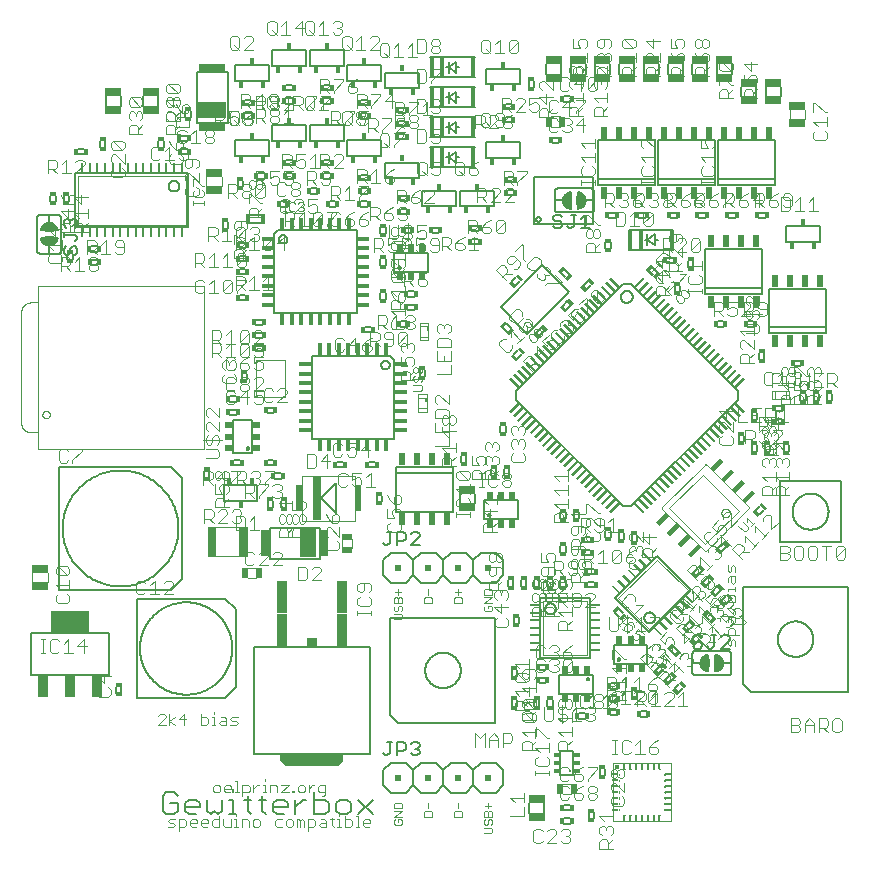
<source format=gbr>
G04 EAGLE Gerber RS-274X export*
G75*
%MOMM*%
%FSLAX34Y34*%
%LPD*%
%INSilkscreen Top*%
%IPPOS*%
%AMOC8*
5,1,8,0,0,1.08239X$1,22.5*%
G01*
%ADD10C,0.050800*%
%ADD11C,0.152400*%
%ADD12C,0.076200*%
%ADD13C,0.101600*%
%ADD14R,0.300000X0.599900*%
%ADD15R,0.599900X0.300000*%
%ADD16R,0.457200X0.584200*%
%ADD17R,0.406400X0.863600*%
%ADD18R,0.990600X0.457200*%
%ADD19R,0.457200X0.990600*%
%ADD20R,0.550000X2.200000*%
%ADD21R,0.635000X3.810000*%
%ADD22C,0.127000*%
%ADD23R,0.400000X0.225000*%
%ADD24R,0.250000X0.225000*%
%ADD25R,0.700000X2.500000*%
%ADD26C,0.100000*%
%ADD27C,0.203200*%
%ADD28R,0.650000X2.200000*%
%ADD29R,0.675000X2.450000*%
%ADD30R,1.400000X0.650000*%
%ADD31R,0.362500X1.800000*%
%ADD32R,0.362400X1.800000*%
%ADD33R,0.225000X0.400000*%
%ADD34R,0.225000X0.250000*%
%ADD35R,1.450100X0.750100*%
%ADD36R,1.100000X0.220000*%
%ADD37R,0.220000X1.100000*%
%ADD38R,0.490200X1.100100*%
%ADD39R,3.200400X1.854200*%
%ADD40R,0.863600X1.854200*%
%ADD41R,1.200000X0.400000*%
%ADD42R,0.500100X0.950000*%
%ADD43R,0.508000X0.508000*%
%ADD44R,0.500000X0.650000*%
%ADD45R,0.650000X0.500000*%
%ADD46R,0.838200X0.203200*%
%ADD47R,0.203200X0.838200*%
%ADD48R,0.490000X1.100000*%
%ADD49R,0.950000X0.500100*%
%ADD50R,0.863600X0.762000*%
%ADD51R,0.900200X2.799800*%
%ADD52R,0.899900X2.800100*%
%ADD53R,2.200000X0.650000*%
%ADD54R,2.450000X0.675000*%
%ADD55C,0.120000*%
%ADD56C,0.381000*%
%ADD57R,0.515000X0.230000*%
%ADD58R,0.230000X0.515000*%
%ADD59C,0.300000*%
%ADD60R,0.500000X0.300000*%

G36*
X310094Y104968D02*
X310094Y104968D01*
X310181Y104971D01*
X310234Y104988D01*
X310289Y104996D01*
X310368Y105031D01*
X310452Y105058D01*
X310491Y105086D01*
X310548Y105112D01*
X310661Y105208D01*
X310725Y105253D01*
X315297Y109825D01*
X315349Y109895D01*
X315409Y109959D01*
X315435Y110008D01*
X315468Y110052D01*
X315499Y110134D01*
X315539Y110212D01*
X315547Y110260D01*
X315569Y110318D01*
X315581Y110466D01*
X315594Y110543D01*
X315594Y114656D01*
X315586Y114714D01*
X315588Y114772D01*
X315566Y114854D01*
X315554Y114938D01*
X315531Y114991D01*
X315516Y115047D01*
X315473Y115120D01*
X315438Y115197D01*
X315400Y115242D01*
X315371Y115292D01*
X315309Y115350D01*
X315255Y115414D01*
X315206Y115446D01*
X315163Y115486D01*
X315088Y115525D01*
X315018Y115572D01*
X314962Y115589D01*
X314910Y115616D01*
X314842Y115627D01*
X314747Y115657D01*
X314647Y115660D01*
X314579Y115671D01*
X263271Y115671D01*
X263213Y115663D01*
X263155Y115665D01*
X263073Y115643D01*
X262990Y115631D01*
X262936Y115608D01*
X262880Y115593D01*
X262807Y115550D01*
X262730Y115515D01*
X262685Y115477D01*
X262635Y115448D01*
X262577Y115386D01*
X262513Y115332D01*
X262481Y115283D01*
X262441Y115240D01*
X262402Y115165D01*
X262356Y115095D01*
X262338Y115039D01*
X262311Y114987D01*
X262300Y114919D01*
X262270Y114824D01*
X262267Y114724D01*
X262256Y114656D01*
X262256Y110543D01*
X262268Y110456D01*
X262271Y110369D01*
X262288Y110316D01*
X262296Y110262D01*
X262331Y110182D01*
X262358Y110098D01*
X262386Y110059D01*
X262412Y110002D01*
X262508Y109889D01*
X262553Y109825D01*
X267125Y105253D01*
X267195Y105201D01*
X267259Y105141D01*
X267308Y105115D01*
X267352Y105082D01*
X267434Y105051D01*
X267512Y105011D01*
X267560Y105003D01*
X267618Y104981D01*
X267766Y104969D01*
X267843Y104956D01*
X310007Y104956D01*
X310094Y104968D01*
G37*
D10*
X358388Y229363D02*
X364320Y229363D01*
X365506Y230550D01*
X365506Y232922D01*
X364320Y234109D01*
X358388Y234109D01*
X358388Y239939D02*
X359574Y241125D01*
X358388Y239939D02*
X358388Y237566D01*
X359574Y236380D01*
X360761Y236380D01*
X361947Y237566D01*
X361947Y239939D01*
X363133Y241125D01*
X364320Y241125D01*
X365506Y239939D01*
X365506Y237566D01*
X364320Y236380D01*
X365506Y243396D02*
X358388Y243396D01*
X358388Y246955D01*
X359574Y248142D01*
X360761Y248142D01*
X361947Y246955D01*
X363133Y248142D01*
X364320Y248142D01*
X365506Y246955D01*
X365506Y243396D01*
X361947Y243396D02*
X361947Y246955D01*
X361947Y250413D02*
X361947Y255158D01*
X359574Y252785D02*
X364320Y252785D01*
X383788Y243396D02*
X390906Y243396D01*
X390906Y246955D01*
X389720Y248142D01*
X384974Y248142D01*
X383788Y246955D01*
X383788Y243396D01*
X387347Y250413D02*
X387347Y255158D01*
X409188Y243396D02*
X416306Y243396D01*
X416306Y246955D01*
X415120Y248142D01*
X410374Y248142D01*
X409188Y246955D01*
X409188Y243396D01*
X412747Y250413D02*
X412747Y255158D01*
X410374Y252785D02*
X415120Y252785D01*
X434588Y239939D02*
X435774Y241125D01*
X434588Y239939D02*
X434588Y237566D01*
X435774Y236380D01*
X440520Y236380D01*
X441706Y237566D01*
X441706Y239939D01*
X440520Y241125D01*
X438147Y241125D01*
X438147Y238753D01*
X441706Y243396D02*
X434588Y243396D01*
X441706Y248142D01*
X434588Y248142D01*
X434588Y250413D02*
X441706Y250413D01*
X441706Y253972D01*
X440520Y255158D01*
X435774Y255158D01*
X434588Y253972D01*
X434588Y250413D01*
D11*
X175311Y79939D02*
X172175Y83074D01*
X165905Y83074D01*
X162769Y79939D01*
X162769Y67397D01*
X165905Y64262D01*
X172175Y64262D01*
X175311Y67397D01*
X175311Y73668D01*
X169040Y73668D01*
X184615Y64262D02*
X190886Y64262D01*
X184615Y64262D02*
X181480Y67397D01*
X181480Y73668D01*
X184615Y76803D01*
X190886Y76803D01*
X194021Y73668D01*
X194021Y70533D01*
X181480Y70533D01*
X200190Y67397D02*
X200190Y76803D01*
X200190Y67397D02*
X203325Y64262D01*
X206461Y67397D01*
X209596Y64262D01*
X212731Y67397D01*
X212731Y76803D01*
X218900Y76803D02*
X222036Y76803D01*
X222036Y64262D01*
X225171Y64262D02*
X218900Y64262D01*
X222036Y83074D02*
X222036Y86209D01*
X234509Y79939D02*
X234509Y67397D01*
X237645Y64262D01*
X237645Y76803D02*
X231374Y76803D01*
X246983Y79939D02*
X246983Y67397D01*
X250118Y64262D01*
X250118Y76803D02*
X243848Y76803D01*
X259457Y64262D02*
X265727Y64262D01*
X259457Y64262D02*
X256321Y67397D01*
X256321Y73668D01*
X259457Y76803D01*
X265727Y76803D01*
X268863Y73668D01*
X268863Y70533D01*
X256321Y70533D01*
X275032Y64262D02*
X275032Y76803D01*
X275032Y70533D02*
X281302Y76803D01*
X284438Y76803D01*
X290624Y83074D02*
X290624Y64262D01*
X300030Y64262D01*
X303165Y67397D01*
X303165Y73668D01*
X300030Y76803D01*
X290624Y76803D01*
X312469Y64262D02*
X318740Y64262D01*
X321875Y67397D01*
X321875Y73668D01*
X318740Y76803D01*
X312469Y76803D01*
X309334Y73668D01*
X309334Y67397D01*
X312469Y64262D01*
X328044Y76803D02*
X340586Y64262D01*
X340586Y76803D02*
X328044Y64262D01*
D12*
X209969Y82931D02*
X206834Y82931D01*
X209969Y82931D02*
X211537Y84499D01*
X211537Y87634D01*
X209969Y89202D01*
X206834Y89202D01*
X205266Y87634D01*
X205266Y84499D01*
X206834Y82931D01*
X216189Y82931D02*
X219324Y82931D01*
X216189Y82931D02*
X214621Y84499D01*
X214621Y87634D01*
X216189Y89202D01*
X219324Y89202D01*
X220892Y87634D01*
X220892Y86066D01*
X214621Y86066D01*
X223977Y92337D02*
X225544Y92337D01*
X225544Y82931D01*
X223977Y82931D02*
X227112Y82931D01*
X230213Y79796D02*
X230213Y89202D01*
X234916Y89202D01*
X236484Y87634D01*
X236484Y84499D01*
X234916Y82931D01*
X230213Y82931D01*
X239569Y82931D02*
X239569Y89202D01*
X242704Y89202D02*
X239569Y86066D01*
X242704Y89202D02*
X244272Y89202D01*
X247365Y89202D02*
X248932Y89202D01*
X248932Y82931D01*
X247365Y82931D02*
X250500Y82931D01*
X248932Y92337D02*
X248932Y93905D01*
X253601Y89202D02*
X253601Y82931D01*
X253601Y89202D02*
X258304Y89202D01*
X259872Y87634D01*
X259872Y82931D01*
X262957Y89202D02*
X269227Y89202D01*
X262957Y82931D01*
X269227Y82931D01*
X272312Y82931D02*
X272312Y84499D01*
X273879Y84499D01*
X273879Y82931D01*
X272312Y82931D01*
X278557Y82931D02*
X281692Y82931D01*
X283260Y84499D01*
X283260Y87634D01*
X281692Y89202D01*
X278557Y89202D01*
X276989Y87634D01*
X276989Y84499D01*
X278557Y82931D01*
X286345Y82931D02*
X286345Y89202D01*
X289480Y89202D02*
X286345Y86066D01*
X289480Y89202D02*
X291048Y89202D01*
X297276Y79796D02*
X298843Y79796D01*
X300411Y81363D01*
X300411Y89202D01*
X295708Y89202D01*
X294140Y87634D01*
X294140Y84499D01*
X295708Y82931D01*
X300411Y82931D01*
X171769Y53721D02*
X167066Y53721D01*
X171769Y53721D02*
X173337Y55289D01*
X171769Y56856D01*
X168634Y56856D01*
X167066Y58424D01*
X168634Y59992D01*
X173337Y59992D01*
X176421Y59992D02*
X176421Y50586D01*
X176421Y59992D02*
X181124Y59992D01*
X182692Y58424D01*
X182692Y55289D01*
X181124Y53721D01*
X176421Y53721D01*
X187344Y53721D02*
X190479Y53721D01*
X187344Y53721D02*
X185776Y55289D01*
X185776Y58424D01*
X187344Y59992D01*
X190479Y59992D01*
X192047Y58424D01*
X192047Y56856D01*
X185776Y56856D01*
X196699Y53721D02*
X199834Y53721D01*
X196699Y53721D02*
X195131Y55289D01*
X195131Y58424D01*
X196699Y59992D01*
X199834Y59992D01*
X201402Y58424D01*
X201402Y56856D01*
X195131Y56856D01*
X210757Y53721D02*
X210757Y63127D01*
X210757Y53721D02*
X206054Y53721D01*
X204487Y55289D01*
X204487Y58424D01*
X206054Y59992D01*
X210757Y59992D01*
X213842Y59992D02*
X213842Y55289D01*
X215409Y53721D01*
X220112Y53721D01*
X220112Y59992D01*
X223197Y59992D02*
X224765Y59992D01*
X224765Y53721D01*
X226332Y53721D02*
X223197Y53721D01*
X224765Y63127D02*
X224765Y64695D01*
X229434Y59992D02*
X229434Y53721D01*
X229434Y59992D02*
X234137Y59992D01*
X235704Y58424D01*
X235704Y53721D01*
X240357Y53721D02*
X243492Y53721D01*
X245060Y55289D01*
X245060Y58424D01*
X243492Y59992D01*
X240357Y59992D01*
X238789Y58424D01*
X238789Y55289D01*
X240357Y53721D01*
X259067Y59992D02*
X263770Y59992D01*
X259067Y59992D02*
X257499Y58424D01*
X257499Y55289D01*
X259067Y53721D01*
X263770Y53721D01*
X268422Y53721D02*
X271558Y53721D01*
X273125Y55289D01*
X273125Y58424D01*
X271558Y59992D01*
X268422Y59992D01*
X266855Y58424D01*
X266855Y55289D01*
X268422Y53721D01*
X276210Y53721D02*
X276210Y59992D01*
X277777Y59992D01*
X279345Y58424D01*
X279345Y53721D01*
X279345Y58424D02*
X280913Y59992D01*
X282480Y58424D01*
X282480Y53721D01*
X285565Y50586D02*
X285565Y59992D01*
X290268Y59992D01*
X291836Y58424D01*
X291836Y55289D01*
X290268Y53721D01*
X285565Y53721D01*
X296488Y59992D02*
X299623Y59992D01*
X301191Y58424D01*
X301191Y53721D01*
X296488Y53721D01*
X294920Y55289D01*
X296488Y56856D01*
X301191Y56856D01*
X305843Y55289D02*
X305843Y61559D01*
X305843Y55289D02*
X307411Y53721D01*
X307411Y59992D02*
X304275Y59992D01*
X310512Y59992D02*
X312080Y59992D01*
X312080Y53721D01*
X313647Y53721D02*
X310512Y53721D01*
X312080Y63127D02*
X312080Y64695D01*
X316749Y63127D02*
X316749Y53721D01*
X321452Y53721D01*
X323020Y55289D01*
X323020Y58424D01*
X321452Y59992D01*
X316749Y59992D01*
X326104Y63127D02*
X327672Y63127D01*
X327672Y53721D01*
X329239Y53721D02*
X326104Y53721D01*
X333908Y53721D02*
X337044Y53721D01*
X333908Y53721D02*
X332341Y55289D01*
X332341Y58424D01*
X333908Y59992D01*
X337044Y59992D01*
X338611Y58424D01*
X338611Y56856D01*
X332341Y56856D01*
D13*
X427467Y121158D02*
X427467Y132852D01*
X431365Y128954D01*
X435263Y132852D01*
X435263Y121158D01*
X439161Y121158D02*
X439161Y128954D01*
X443059Y132852D01*
X446957Y128954D01*
X446957Y121158D01*
X446957Y127005D02*
X439161Y127005D01*
X450855Y121158D02*
X450855Y132852D01*
X456702Y132852D01*
X458651Y130903D01*
X458651Y127005D01*
X456702Y125056D01*
X450855Y125056D01*
X694670Y133858D02*
X694670Y145552D01*
X700517Y145552D01*
X702466Y143603D01*
X702466Y141654D01*
X700517Y139705D01*
X702466Y137756D01*
X702466Y135807D01*
X700517Y133858D01*
X694670Y133858D01*
X694670Y139705D02*
X700517Y139705D01*
X706364Y141654D02*
X706364Y133858D01*
X706364Y141654D02*
X710262Y145552D01*
X714160Y141654D01*
X714160Y133858D01*
X714160Y139705D02*
X706364Y139705D01*
X718058Y133858D02*
X718058Y145552D01*
X723905Y145552D01*
X725854Y143603D01*
X725854Y139705D01*
X723905Y137756D01*
X718058Y137756D01*
X721956Y137756D02*
X725854Y133858D01*
X731701Y145552D02*
X735599Y145552D01*
X731701Y145552D02*
X729752Y143603D01*
X729752Y135807D01*
X731701Y133858D01*
X735599Y133858D01*
X737548Y135807D01*
X737548Y143603D01*
X735599Y145552D01*
X678638Y425958D02*
X678638Y437652D01*
X684485Y437652D01*
X686434Y435703D01*
X686434Y431805D01*
X684485Y429856D01*
X678638Y429856D01*
X692281Y437652D02*
X696179Y437652D01*
X692281Y437652D02*
X690332Y435703D01*
X690332Y427907D01*
X692281Y425958D01*
X696179Y425958D01*
X698128Y427907D01*
X698128Y435703D01*
X696179Y437652D01*
X702026Y437652D02*
X702026Y425958D01*
X705924Y429856D01*
X709822Y425958D01*
X709822Y437652D01*
X713720Y437652D02*
X721516Y437652D01*
X713720Y437652D02*
X713720Y425958D01*
X721516Y425958D01*
X717618Y431805D02*
X713720Y431805D01*
X725414Y425958D02*
X725414Y437652D01*
X731261Y437652D01*
X733210Y435703D01*
X733210Y431805D01*
X731261Y429856D01*
X725414Y429856D01*
X729312Y429856D02*
X733210Y425958D01*
D12*
X647319Y211459D02*
X647319Y206756D01*
X647319Y211459D02*
X645751Y213027D01*
X644184Y211459D01*
X644184Y208324D01*
X642616Y206756D01*
X641048Y208324D01*
X641048Y213027D01*
X641048Y216111D02*
X650454Y216111D01*
X641048Y216111D02*
X641048Y220814D01*
X642616Y222382D01*
X645751Y222382D01*
X647319Y220814D01*
X647319Y216111D01*
X641048Y227034D02*
X641048Y230169D01*
X642616Y231737D01*
X647319Y231737D01*
X647319Y227034D01*
X645751Y225466D01*
X644184Y227034D01*
X644184Y231737D01*
X647319Y244177D02*
X637913Y244177D01*
X647319Y244177D02*
X647319Y248880D01*
X645751Y250447D01*
X642616Y250447D01*
X641048Y248880D01*
X641048Y244177D01*
X641048Y253532D02*
X641048Y255100D01*
X647319Y255100D01*
X647319Y256667D02*
X647319Y253532D01*
X637913Y255100D02*
X636345Y255100D01*
X641048Y261336D02*
X641048Y264472D01*
X642616Y266039D01*
X647319Y266039D01*
X647319Y261336D01*
X645751Y259769D01*
X644184Y261336D01*
X644184Y266039D01*
X647319Y269124D02*
X647319Y273827D01*
X645751Y275395D01*
X644184Y273827D01*
X644184Y270692D01*
X642616Y269124D01*
X641048Y270692D01*
X641048Y275395D01*
D10*
X359574Y60150D02*
X358388Y58964D01*
X358388Y56591D01*
X359574Y55405D01*
X364320Y55405D01*
X365506Y56591D01*
X365506Y58964D01*
X364320Y60150D01*
X361947Y60150D01*
X361947Y57778D01*
X365506Y62421D02*
X358388Y62421D01*
X365506Y67167D01*
X358388Y67167D01*
X358388Y69438D02*
X365506Y69438D01*
X365506Y72997D01*
X364320Y74183D01*
X359574Y74183D01*
X358388Y72997D01*
X358388Y69438D01*
X383788Y62421D02*
X390906Y62421D01*
X390906Y65980D01*
X389720Y67167D01*
X384974Y67167D01*
X383788Y65980D01*
X383788Y62421D01*
X387347Y69438D02*
X387347Y74183D01*
X409188Y62421D02*
X416306Y62421D01*
X416306Y65980D01*
X415120Y67167D01*
X410374Y67167D01*
X409188Y65980D01*
X409188Y62421D01*
X412747Y69438D02*
X412747Y74183D01*
X434588Y48388D02*
X440520Y48388D01*
X441706Y49575D01*
X441706Y51947D01*
X440520Y53134D01*
X434588Y53134D01*
X434588Y58964D02*
X435774Y60150D01*
X434588Y58964D02*
X434588Y56591D01*
X435774Y55405D01*
X436961Y55405D01*
X438147Y56591D01*
X438147Y58964D01*
X439333Y60150D01*
X440520Y60150D01*
X441706Y58964D01*
X441706Y56591D01*
X440520Y55405D01*
X441706Y62421D02*
X434588Y62421D01*
X434588Y65980D01*
X435774Y67167D01*
X436961Y67167D01*
X438147Y65980D01*
X439333Y67167D01*
X440520Y67167D01*
X441706Y65980D01*
X441706Y62421D01*
X438147Y62421D02*
X438147Y65980D01*
X438147Y69438D02*
X438147Y74183D01*
X435774Y71810D02*
X440520Y71810D01*
D13*
X685648Y279908D02*
X685648Y291602D01*
X691495Y291602D01*
X693444Y289653D01*
X693444Y287704D01*
X691495Y285755D01*
X693444Y283806D01*
X693444Y281857D01*
X691495Y279908D01*
X685648Y279908D01*
X685648Y285755D02*
X691495Y285755D01*
X699291Y291602D02*
X703189Y291602D01*
X699291Y291602D02*
X697342Y289653D01*
X697342Y281857D01*
X699291Y279908D01*
X703189Y279908D01*
X705138Y281857D01*
X705138Y289653D01*
X703189Y291602D01*
X710985Y291602D02*
X714883Y291602D01*
X710985Y291602D02*
X709036Y289653D01*
X709036Y281857D01*
X710985Y279908D01*
X714883Y279908D01*
X716832Y281857D01*
X716832Y289653D01*
X714883Y291602D01*
X724628Y291602D02*
X724628Y279908D01*
X720730Y291602D02*
X728526Y291602D01*
X732424Y289653D02*
X732424Y281857D01*
X732424Y289653D02*
X734373Y291602D01*
X738271Y291602D01*
X740220Y289653D01*
X740220Y281857D01*
X738271Y279908D01*
X734373Y279908D01*
X732424Y281857D01*
X740220Y289653D01*
D12*
X165245Y140081D02*
X158974Y140081D01*
X165245Y146352D01*
X165245Y147919D01*
X163677Y149487D01*
X160542Y149487D01*
X158974Y147919D01*
X168329Y149487D02*
X168329Y140081D01*
X168329Y143216D02*
X173032Y140081D01*
X168329Y143216D02*
X173032Y146352D01*
X180828Y149487D02*
X180828Y140081D01*
X176125Y144784D02*
X180828Y149487D01*
X182396Y144784D02*
X176125Y144784D01*
X194836Y149487D02*
X194836Y140081D01*
X199539Y140081D01*
X201106Y141649D01*
X201106Y144784D01*
X199539Y146352D01*
X194836Y146352D01*
X204191Y146352D02*
X205758Y146352D01*
X205758Y140081D01*
X204191Y140081D02*
X207326Y140081D01*
X205758Y149487D02*
X205758Y151055D01*
X211995Y146352D02*
X215131Y146352D01*
X216698Y144784D01*
X216698Y140081D01*
X211995Y140081D01*
X210428Y141649D01*
X211995Y143216D01*
X216698Y143216D01*
X219783Y140081D02*
X224486Y140081D01*
X226053Y141649D01*
X224486Y143216D01*
X221350Y143216D01*
X219783Y144784D01*
X221350Y146352D01*
X226053Y146352D01*
D11*
X227738Y521635D02*
X232638Y521635D01*
X232638Y526115D02*
X227738Y526115D01*
D14*
X234228Y523924D03*
X226100Y523924D03*
D13*
X198066Y515078D02*
X196117Y517027D01*
X192219Y517027D01*
X190270Y515078D01*
X190270Y507282D01*
X192219Y505333D01*
X196117Y505333D01*
X198066Y507282D01*
X201964Y513129D02*
X205861Y517027D01*
X205861Y505333D01*
X201964Y505333D02*
X209759Y505333D01*
X213657Y507282D02*
X213657Y515078D01*
X215606Y517027D01*
X219504Y517027D01*
X221453Y515078D01*
X221453Y507282D01*
X219504Y505333D01*
X215606Y505333D01*
X213657Y507282D01*
X221453Y515078D01*
X225351Y517027D02*
X233147Y517027D01*
X233147Y515078D01*
X225351Y507282D01*
X225351Y505333D01*
D11*
X351490Y505688D02*
X351490Y500788D01*
X347010Y500788D02*
X347010Y505688D01*
D15*
X349202Y507278D03*
X349202Y499150D03*
D13*
X358047Y482810D02*
X356098Y480861D01*
X356098Y476963D01*
X358047Y475014D01*
X365843Y475014D01*
X367792Y476963D01*
X367792Y480861D01*
X365843Y482810D01*
X359996Y486708D02*
X356098Y490605D01*
X367792Y490605D01*
X367792Y486708D02*
X367792Y494503D01*
X358047Y502299D02*
X356098Y506197D01*
X358047Y502299D02*
X361945Y498401D01*
X365843Y498401D01*
X367792Y500350D01*
X367792Y504248D01*
X365843Y506197D01*
X363894Y506197D01*
X361945Y504248D01*
X361945Y498401D01*
D11*
X292963Y589898D02*
X288063Y589898D01*
X288063Y594378D02*
X292963Y594378D01*
D14*
X294553Y592186D03*
X286425Y592186D03*
D13*
X270085Y583340D02*
X268136Y585289D01*
X264238Y585289D01*
X262289Y583340D01*
X262289Y575544D01*
X264238Y573596D01*
X268136Y573596D01*
X270085Y575544D01*
X273983Y573596D02*
X281778Y573596D01*
X273983Y573596D02*
X281778Y581391D01*
X281778Y583340D01*
X279829Y585289D01*
X275931Y585289D01*
X273983Y583340D01*
X285676Y585289D02*
X293472Y585289D01*
X285676Y585289D02*
X285676Y579442D01*
X289574Y581391D01*
X291523Y581391D01*
X293472Y579442D01*
X293472Y575544D01*
X291523Y573596D01*
X287625Y573596D01*
X285676Y575544D01*
D11*
X246925Y456548D02*
X242025Y456548D01*
X242025Y461028D02*
X246925Y461028D01*
D14*
X248515Y458836D03*
X240387Y458836D03*
D13*
X224047Y449990D02*
X222098Y451939D01*
X218200Y451939D01*
X216251Y449990D01*
X216251Y442194D01*
X218200Y440246D01*
X222098Y440246D01*
X224047Y442194D01*
X231843Y449990D02*
X235741Y451939D01*
X231843Y449990D02*
X227945Y446092D01*
X227945Y442194D01*
X229894Y440246D01*
X233792Y440246D01*
X235741Y442194D01*
X235741Y444143D01*
X233792Y446092D01*
X227945Y446092D01*
X239639Y451939D02*
X247435Y451939D01*
X239639Y451939D02*
X239639Y446092D01*
X243537Y448041D01*
X245486Y448041D01*
X247435Y446092D01*
X247435Y442194D01*
X245486Y440246D01*
X241588Y440246D01*
X239639Y442194D01*
D11*
X330925Y578785D02*
X335825Y578785D01*
X335825Y583265D02*
X330925Y583265D01*
D14*
X337415Y581074D03*
X329287Y581074D03*
D13*
X312947Y572228D02*
X310998Y574177D01*
X307100Y574177D01*
X305151Y572228D01*
X305151Y564432D01*
X307100Y562483D01*
X310998Y562483D01*
X312947Y564432D01*
X320743Y572228D02*
X324641Y574177D01*
X320743Y572228D02*
X316845Y568330D01*
X316845Y564432D01*
X318794Y562483D01*
X322692Y562483D01*
X324641Y564432D01*
X324641Y566381D01*
X322692Y568330D01*
X316845Y568330D01*
X332437Y572228D02*
X336335Y574177D01*
X332437Y572228D02*
X328539Y568330D01*
X328539Y564432D01*
X330488Y562483D01*
X334386Y562483D01*
X336335Y564432D01*
X336335Y566381D01*
X334386Y568330D01*
X328539Y568330D01*
D11*
X214380Y343150D02*
X214380Y329950D01*
X214380Y343150D02*
X242820Y343150D01*
X242820Y329950D01*
X214380Y329950D01*
D16*
X228600Y326517D03*
X219202Y346583D03*
X237998Y346583D03*
D13*
X224770Y317002D02*
X224770Y305308D01*
X230617Y305308D01*
X232566Y307257D01*
X232566Y315053D01*
X230617Y317002D01*
X224770Y317002D01*
X236464Y313104D02*
X240362Y317002D01*
X240362Y305308D01*
X236464Y305308D02*
X244260Y305308D01*
D11*
X242025Y478773D02*
X246925Y478773D01*
X246925Y483253D02*
X242025Y483253D01*
D14*
X248515Y481061D03*
X240387Y481061D03*
D13*
X204557Y474164D02*
X204557Y462471D01*
X204557Y474164D02*
X210404Y474164D01*
X212353Y472215D01*
X212353Y468317D01*
X210404Y466368D01*
X204557Y466368D01*
X208455Y466368D02*
X212353Y462471D01*
X216251Y470266D02*
X220149Y474164D01*
X220149Y462471D01*
X216251Y462471D02*
X224047Y462471D01*
X227945Y464419D02*
X227945Y472215D01*
X229894Y474164D01*
X233792Y474164D01*
X235741Y472215D01*
X235741Y464419D01*
X233792Y462471D01*
X229894Y462471D01*
X227945Y464419D01*
X235741Y472215D01*
X239639Y462471D02*
X247435Y462471D01*
X247435Y470266D02*
X239639Y462471D01*
X247435Y470266D02*
X247435Y472215D01*
X245486Y474164D01*
X241588Y474164D01*
X239639Y472215D01*
D11*
X236980Y571885D02*
X245620Y571885D01*
X245620Y564765D02*
X236980Y564765D01*
D17*
X234950Y568325D03*
X247650Y568325D03*
D13*
X201382Y561477D02*
X201382Y549783D01*
X201382Y561477D02*
X207229Y561477D01*
X209178Y559528D01*
X209178Y555630D01*
X207229Y553681D01*
X201382Y553681D01*
X205280Y553681D02*
X209178Y549783D01*
X213076Y557579D02*
X216974Y561477D01*
X216974Y549783D01*
X213076Y549783D02*
X220872Y549783D01*
X224770Y551732D02*
X224770Y559528D01*
X226719Y561477D01*
X230617Y561477D01*
X232566Y559528D01*
X232566Y551732D01*
X230617Y549783D01*
X226719Y549783D01*
X224770Y551732D01*
X232566Y559528D01*
X236464Y559528D02*
X238413Y561477D01*
X242311Y561477D01*
X244260Y559528D01*
X244260Y557579D01*
X242311Y555630D01*
X240362Y555630D01*
X242311Y555630D02*
X244260Y553681D01*
X244260Y551732D01*
X242311Y549783D01*
X238413Y549783D01*
X236464Y551732D01*
D11*
X232638Y537228D02*
X227738Y537228D01*
X227738Y532748D02*
X232638Y532748D01*
D14*
X226148Y534939D03*
X234276Y534939D03*
D13*
X224346Y541846D02*
X224346Y553539D01*
X230192Y553539D01*
X232141Y551590D01*
X232141Y547692D01*
X230192Y545743D01*
X224346Y545743D01*
X228243Y545743D02*
X232141Y541846D01*
X236039Y549641D02*
X239937Y553539D01*
X239937Y541846D01*
X236039Y541846D02*
X243835Y541846D01*
X247733Y543794D02*
X247733Y551590D01*
X249682Y553539D01*
X253580Y553539D01*
X255529Y551590D01*
X255529Y543794D01*
X253580Y541846D01*
X249682Y541846D01*
X247733Y543794D01*
X255529Y551590D01*
X265274Y553539D02*
X265274Y541846D01*
X259427Y547692D02*
X265274Y553539D01*
X267223Y547692D02*
X259427Y547692D01*
D11*
X246925Y467660D02*
X242025Y467660D01*
X242025Y472140D02*
X246925Y472140D01*
D14*
X248515Y469949D03*
X240387Y469949D03*
D13*
X204557Y463052D02*
X204557Y451358D01*
X204557Y463052D02*
X210404Y463052D01*
X212353Y461103D01*
X212353Y457205D01*
X210404Y455256D01*
X204557Y455256D01*
X208455Y455256D02*
X212353Y451358D01*
X216251Y459154D02*
X220149Y463052D01*
X220149Y451358D01*
X216251Y451358D02*
X224047Y451358D01*
X227945Y453307D02*
X227945Y461103D01*
X229894Y463052D01*
X233792Y463052D01*
X235741Y461103D01*
X235741Y453307D01*
X233792Y451358D01*
X229894Y451358D01*
X227945Y453307D01*
X235741Y461103D01*
X239639Y463052D02*
X247435Y463052D01*
X239639Y463052D02*
X239639Y457205D01*
X243537Y459154D01*
X245486Y459154D01*
X247435Y457205D01*
X247435Y453307D01*
X245486Y451358D01*
X241588Y451358D01*
X239639Y453307D01*
D11*
X303938Y578785D02*
X308838Y578785D01*
X308838Y583265D02*
X303938Y583265D01*
D14*
X310428Y581074D03*
X302300Y581074D03*
D13*
X266470Y574177D02*
X266470Y562483D01*
X266470Y574177D02*
X272317Y574177D01*
X274266Y572228D01*
X274266Y568330D01*
X272317Y566381D01*
X266470Y566381D01*
X270368Y566381D02*
X274266Y562483D01*
X278164Y570279D02*
X282061Y574177D01*
X282061Y562483D01*
X278164Y562483D02*
X285959Y562483D01*
X289857Y564432D02*
X289857Y572228D01*
X291806Y574177D01*
X295704Y574177D01*
X297653Y572228D01*
X297653Y564432D01*
X295704Y562483D01*
X291806Y562483D01*
X289857Y564432D01*
X297653Y572228D01*
X301551Y574177D02*
X309347Y574177D01*
X309347Y572228D01*
X301551Y564432D01*
X301551Y562483D01*
D11*
X351490Y561250D02*
X351490Y556350D01*
X347010Y556350D02*
X347010Y561250D01*
D15*
X349202Y562840D03*
X349202Y554712D03*
D13*
X356098Y518882D02*
X367792Y518882D01*
X356098Y518882D02*
X356098Y524729D01*
X358047Y526678D01*
X361945Y526678D01*
X363894Y524729D01*
X363894Y518882D01*
X363894Y522780D02*
X367792Y526678D01*
X359996Y530576D02*
X356098Y534474D01*
X367792Y534474D01*
X367792Y530576D02*
X367792Y538372D01*
X365843Y542270D02*
X358047Y542270D01*
X356098Y544219D01*
X356098Y548117D01*
X358047Y550066D01*
X365843Y550066D01*
X367792Y548117D01*
X367792Y544219D01*
X365843Y542270D01*
X358047Y550066D01*
X358047Y553964D02*
X356098Y555913D01*
X356098Y559811D01*
X358047Y561760D01*
X359996Y561760D01*
X361945Y559811D01*
X363894Y561760D01*
X365843Y561760D01*
X367792Y559811D01*
X367792Y555913D01*
X365843Y553964D01*
X363894Y553964D01*
X361945Y555913D01*
X359996Y553964D01*
X358047Y553964D01*
X361945Y555913D02*
X361945Y559811D01*
D11*
X351490Y534263D02*
X351490Y529363D01*
X347010Y529363D02*
X347010Y534263D01*
D15*
X349202Y535853D03*
X349202Y527725D03*
D13*
X356098Y491895D02*
X367792Y491895D01*
X356098Y491895D02*
X356098Y497742D01*
X358047Y499691D01*
X361945Y499691D01*
X363894Y497742D01*
X363894Y491895D01*
X363894Y495793D02*
X367792Y499691D01*
X359996Y503589D02*
X356098Y507486D01*
X367792Y507486D01*
X367792Y503589D02*
X367792Y511384D01*
X365843Y515282D02*
X358047Y515282D01*
X356098Y517231D01*
X356098Y521129D01*
X358047Y523078D01*
X365843Y523078D01*
X367792Y521129D01*
X367792Y517231D01*
X365843Y515282D01*
X358047Y523078D01*
X365843Y526976D02*
X367792Y528925D01*
X367792Y532823D01*
X365843Y534772D01*
X358047Y534772D01*
X356098Y532823D01*
X356098Y528925D01*
X358047Y526976D01*
X359996Y526976D01*
X361945Y528925D01*
X361945Y534772D01*
D11*
X232638Y543860D02*
X227738Y543860D01*
X227738Y548340D02*
X232638Y548340D01*
D14*
X234228Y546149D03*
X226100Y546149D03*
D13*
X190270Y539252D02*
X190270Y527558D01*
X190270Y539252D02*
X196117Y539252D01*
X198066Y537303D01*
X198066Y533405D01*
X196117Y531456D01*
X190270Y531456D01*
X194168Y531456D02*
X198066Y527558D01*
X201964Y535354D02*
X205861Y539252D01*
X205861Y527558D01*
X201964Y527558D02*
X209759Y527558D01*
X213657Y535354D02*
X217555Y539252D01*
X217555Y527558D01*
X213657Y527558D02*
X221453Y527558D01*
X225351Y529507D02*
X225351Y537303D01*
X227300Y539252D01*
X231198Y539252D01*
X233147Y537303D01*
X233147Y529507D01*
X231198Y527558D01*
X227300Y527558D01*
X225351Y529507D01*
X233147Y537303D01*
D11*
X257900Y348598D02*
X262800Y348598D01*
X262800Y353078D02*
X257900Y353078D01*
D14*
X264390Y350886D03*
X256262Y350886D03*
D13*
X232126Y343989D02*
X232126Y332296D01*
X232126Y343989D02*
X237973Y343989D01*
X239922Y342040D01*
X239922Y338142D01*
X237973Y336193D01*
X232126Y336193D01*
X236024Y336193D02*
X239922Y332296D01*
X243820Y343989D02*
X251616Y343989D01*
X251616Y342040D01*
X243820Y334244D01*
X243820Y332296D01*
X255514Y342040D02*
X257463Y343989D01*
X261361Y343989D01*
X263310Y342040D01*
X263310Y340091D01*
X261361Y338142D01*
X259412Y338142D01*
X261361Y338142D02*
X263310Y336193D01*
X263310Y334244D01*
X261361Y332296D01*
X257463Y332296D01*
X255514Y334244D01*
D11*
X230840Y596038D02*
X230840Y600938D01*
X226360Y600938D02*
X226360Y596038D01*
D15*
X228552Y602528D03*
X228552Y594400D03*
D13*
X235448Y570264D02*
X247142Y570264D01*
X235448Y570264D02*
X235448Y576111D01*
X237397Y578060D01*
X241295Y578060D01*
X243244Y576111D01*
X243244Y570264D01*
X243244Y574162D02*
X247142Y578060D01*
X235448Y581958D02*
X235448Y589753D01*
X237397Y589753D01*
X245193Y581958D01*
X247142Y581958D01*
X237397Y593651D02*
X235448Y595600D01*
X235448Y599498D01*
X237397Y601447D01*
X239346Y601447D01*
X241295Y599498D01*
X243244Y601447D01*
X245193Y601447D01*
X247142Y599498D01*
X247142Y595600D01*
X245193Y593651D01*
X243244Y593651D01*
X241295Y595600D01*
X239346Y593651D01*
X237397Y593651D01*
X241295Y595600D02*
X241295Y599498D01*
D11*
X218140Y566013D02*
X218140Y561113D01*
X213660Y561113D02*
X213660Y566013D01*
D15*
X215852Y567603D03*
X215852Y559475D03*
D13*
X222748Y535339D02*
X234442Y535339D01*
X222748Y535339D02*
X222748Y541186D01*
X224697Y543135D01*
X228595Y543135D01*
X230544Y541186D01*
X230544Y535339D01*
X230544Y539237D02*
X234442Y543135D01*
X222748Y547033D02*
X222748Y554828D01*
X224697Y554828D01*
X232493Y547033D01*
X234442Y547033D01*
X232493Y558726D02*
X234442Y560675D01*
X234442Y564573D01*
X232493Y566522D01*
X224697Y566522D01*
X222748Y564573D01*
X222748Y560675D01*
X224697Y558726D01*
X226646Y558726D01*
X228595Y560675D01*
X228595Y566522D01*
D11*
X243613Y602598D02*
X248513Y602598D01*
X248513Y607078D02*
X243613Y607078D01*
D14*
X250103Y604886D03*
X241975Y604886D03*
D13*
X217839Y597989D02*
X217839Y586296D01*
X217839Y597989D02*
X223686Y597989D01*
X225635Y596040D01*
X225635Y592142D01*
X223686Y590193D01*
X217839Y590193D01*
X221737Y590193D02*
X225635Y586296D01*
X229533Y596040D02*
X231481Y597989D01*
X235379Y597989D01*
X237328Y596040D01*
X237328Y594091D01*
X235379Y592142D01*
X237328Y590193D01*
X237328Y588244D01*
X235379Y586296D01*
X231481Y586296D01*
X229533Y588244D01*
X229533Y590193D01*
X231481Y592142D01*
X229533Y594091D01*
X229533Y596040D01*
X231481Y592142D02*
X235379Y592142D01*
X241226Y588244D02*
X241226Y596040D01*
X243175Y597989D01*
X247073Y597989D01*
X249022Y596040D01*
X249022Y588244D01*
X247073Y586296D01*
X243175Y586296D01*
X241226Y588244D01*
X249022Y596040D01*
D11*
X327150Y558925D02*
X327150Y488825D01*
X257050Y488825D01*
X257050Y555375D01*
X260600Y558925D02*
X327150Y558925D01*
X260600Y558925D02*
X257050Y555375D01*
X261076Y551307D02*
X261078Y551426D01*
X261084Y551546D01*
X261094Y551665D01*
X261108Y551783D01*
X261126Y551901D01*
X261147Y552019D01*
X261173Y552135D01*
X261202Y552251D01*
X261236Y552366D01*
X261273Y552479D01*
X261314Y552591D01*
X261358Y552702D01*
X261406Y552812D01*
X261458Y552919D01*
X261513Y553025D01*
X261572Y553129D01*
X261635Y553231D01*
X261700Y553330D01*
X261769Y553428D01*
X261841Y553523D01*
X261916Y553616D01*
X261995Y553706D01*
X262076Y553794D01*
X262160Y553878D01*
X262247Y553960D01*
X262336Y554039D01*
X262428Y554115D01*
X262523Y554188D01*
X262620Y554258D01*
X262719Y554324D01*
X262821Y554387D01*
X262924Y554447D01*
X263029Y554503D01*
X263136Y554556D01*
X263245Y554605D01*
X263356Y554651D01*
X263468Y554692D01*
X263581Y554730D01*
X263695Y554765D01*
X263811Y554795D01*
X263927Y554822D01*
X264044Y554844D01*
X264162Y554863D01*
X264281Y554878D01*
X264400Y554889D01*
X264519Y554896D01*
X264638Y554899D01*
X264758Y554898D01*
X264877Y554893D01*
X264996Y554884D01*
X265115Y554871D01*
X265233Y554854D01*
X265350Y554834D01*
X265467Y554809D01*
X265583Y554780D01*
X265698Y554748D01*
X265812Y554712D01*
X265925Y554672D01*
X266036Y554628D01*
X266145Y554581D01*
X266253Y554530D01*
X266360Y554476D01*
X266464Y554418D01*
X266566Y554356D01*
X266667Y554292D01*
X266765Y554223D01*
X266861Y554152D01*
X266954Y554078D01*
X267045Y554000D01*
X267133Y553920D01*
X267218Y553836D01*
X267301Y553750D01*
X267381Y553661D01*
X267458Y553570D01*
X267531Y553476D01*
X267602Y553379D01*
X267669Y553281D01*
X267733Y553180D01*
X267794Y553077D01*
X267851Y552972D01*
X267904Y552866D01*
X267954Y552757D01*
X268001Y552647D01*
X268043Y552536D01*
X268082Y552423D01*
X268118Y552309D01*
X268149Y552193D01*
X268176Y552077D01*
X268200Y551960D01*
X268220Y551842D01*
X268236Y551724D01*
X268248Y551605D01*
X268256Y551486D01*
X268260Y551367D01*
X268260Y551247D01*
X268256Y551128D01*
X268248Y551009D01*
X268236Y550890D01*
X268220Y550772D01*
X268200Y550654D01*
X268176Y550537D01*
X268149Y550421D01*
X268118Y550305D01*
X268082Y550191D01*
X268043Y550078D01*
X268001Y549967D01*
X267954Y549857D01*
X267904Y549748D01*
X267851Y549642D01*
X267794Y549537D01*
X267733Y549434D01*
X267669Y549333D01*
X267602Y549235D01*
X267531Y549138D01*
X267458Y549044D01*
X267381Y548953D01*
X267301Y548864D01*
X267218Y548778D01*
X267133Y548694D01*
X267045Y548614D01*
X266954Y548536D01*
X266861Y548462D01*
X266765Y548391D01*
X266667Y548322D01*
X266566Y548258D01*
X266464Y548196D01*
X266360Y548138D01*
X266253Y548084D01*
X266145Y548033D01*
X266036Y547986D01*
X265925Y547942D01*
X265812Y547902D01*
X265698Y547866D01*
X265583Y547834D01*
X265467Y547805D01*
X265350Y547780D01*
X265233Y547760D01*
X265115Y547743D01*
X264996Y547730D01*
X264877Y547721D01*
X264758Y547716D01*
X264638Y547715D01*
X264519Y547718D01*
X264400Y547725D01*
X264281Y547736D01*
X264162Y547751D01*
X264044Y547770D01*
X263927Y547792D01*
X263811Y547819D01*
X263695Y547849D01*
X263581Y547884D01*
X263468Y547922D01*
X263356Y547963D01*
X263245Y548009D01*
X263136Y548058D01*
X263029Y548111D01*
X262924Y548167D01*
X262821Y548227D01*
X262719Y548290D01*
X262620Y548356D01*
X262523Y548426D01*
X262428Y548499D01*
X262336Y548575D01*
X262247Y548654D01*
X262160Y548736D01*
X262076Y548820D01*
X261995Y548908D01*
X261916Y548998D01*
X261841Y549091D01*
X261769Y549186D01*
X261700Y549284D01*
X261635Y549383D01*
X261572Y549485D01*
X261513Y549589D01*
X261458Y549695D01*
X261406Y549802D01*
X261358Y549912D01*
X261314Y550023D01*
X261273Y550135D01*
X261236Y550248D01*
X261202Y550363D01*
X261173Y550479D01*
X261147Y550595D01*
X261126Y550713D01*
X261108Y550831D01*
X261094Y550949D01*
X261084Y551068D01*
X261078Y551188D01*
X261076Y551307D01*
D18*
X251587Y551875D03*
X251587Y543875D03*
X251587Y535875D03*
X251587Y527875D03*
X251587Y519875D03*
X251587Y511875D03*
X251587Y503875D03*
X251587Y495875D03*
D19*
X264100Y483362D03*
X272100Y483362D03*
X280100Y483362D03*
X288100Y483362D03*
X296100Y483362D03*
X304100Y483362D03*
X312100Y483362D03*
X320100Y483362D03*
D18*
X332613Y495875D03*
X332613Y503875D03*
X332613Y511875D03*
X332613Y519875D03*
X332613Y527875D03*
X332613Y535875D03*
X332613Y543875D03*
X332613Y551875D03*
D19*
X320100Y564388D03*
X312100Y564388D03*
X304100Y564388D03*
X296100Y564388D03*
X288100Y564388D03*
X280100Y564388D03*
X272100Y564388D03*
X264100Y564388D03*
D12*
X264795Y575056D02*
X267252Y575056D01*
X266024Y575056D02*
X266024Y582428D01*
X267252Y582428D02*
X264795Y582428D01*
X273471Y582428D02*
X274699Y581200D01*
X273471Y582428D02*
X271013Y582428D01*
X269784Y581200D01*
X269784Y576285D01*
X271013Y575056D01*
X273471Y575056D01*
X274699Y576285D01*
X277269Y581200D02*
X278497Y582428D01*
X280955Y582428D01*
X282183Y581200D01*
X282183Y579971D01*
X280955Y578742D01*
X279726Y578742D01*
X280955Y578742D02*
X282183Y577513D01*
X282183Y576285D01*
X280955Y575056D01*
X278497Y575056D01*
X277269Y576285D01*
D11*
X256450Y408640D02*
X251550Y408640D01*
X251550Y404160D02*
X256450Y404160D01*
D14*
X249960Y406352D03*
X258088Y406352D03*
D13*
X255954Y423003D02*
X254005Y424952D01*
X250107Y424952D01*
X248158Y423003D01*
X248158Y415207D01*
X250107Y413258D01*
X254005Y413258D01*
X255954Y415207D01*
X259852Y413258D02*
X267648Y413258D01*
X259852Y413258D02*
X267648Y421054D01*
X267648Y423003D01*
X265699Y424952D01*
X261801Y424952D01*
X259852Y423003D01*
D11*
X229535Y432525D02*
X229535Y437425D01*
X234015Y437425D02*
X234015Y432525D01*
D15*
X231824Y430935D03*
X231824Y439063D03*
D13*
X215172Y436929D02*
X213223Y434980D01*
X213223Y431082D01*
X215172Y429133D01*
X222968Y429133D01*
X224917Y431082D01*
X224917Y434980D01*
X222968Y436929D01*
X215172Y440827D02*
X213223Y442776D01*
X213223Y446674D01*
X215172Y448623D01*
X217121Y448623D01*
X219070Y446674D01*
X219070Y444725D01*
X219070Y446674D02*
X221019Y448623D01*
X222968Y448623D01*
X224917Y446674D01*
X224917Y442776D01*
X222968Y440827D01*
D11*
X227738Y503890D02*
X232638Y503890D01*
X232638Y499410D02*
X227738Y499410D01*
D14*
X226148Y501602D03*
X234276Y501602D03*
D13*
X224346Y508508D02*
X224346Y520202D01*
X230192Y520202D01*
X232141Y518253D01*
X232141Y514355D01*
X230192Y512406D01*
X224346Y512406D01*
X228243Y512406D02*
X232141Y508508D01*
X236039Y516304D02*
X239937Y520202D01*
X239937Y508508D01*
X236039Y508508D02*
X243835Y508508D01*
X247733Y516304D02*
X251631Y520202D01*
X251631Y508508D01*
X247733Y508508D02*
X255529Y508508D01*
D11*
X224700Y418165D02*
X219800Y418165D01*
X219800Y413685D02*
X224700Y413685D01*
D14*
X218210Y415877D03*
X226338Y415877D03*
D13*
X224204Y432528D02*
X222255Y434477D01*
X218357Y434477D01*
X216408Y432528D01*
X216408Y424732D01*
X218357Y422783D01*
X222255Y422783D01*
X224204Y424732D01*
X228102Y432528D02*
X230051Y434477D01*
X233949Y434477D01*
X235898Y432528D01*
X235898Y430579D01*
X233949Y428630D01*
X235898Y426681D01*
X235898Y424732D01*
X233949Y422783D01*
X230051Y422783D01*
X228102Y424732D01*
X228102Y426681D01*
X230051Y428630D01*
X228102Y430579D01*
X228102Y432528D01*
X230051Y428630D02*
X233949Y428630D01*
X239796Y422783D02*
X247592Y422783D01*
X239796Y422783D02*
X247592Y430579D01*
X247592Y432528D01*
X245643Y434477D01*
X241745Y434477D01*
X239796Y432528D01*
D11*
X224700Y407053D02*
X219800Y407053D01*
X219800Y402573D02*
X224700Y402573D01*
D14*
X218210Y404764D03*
X226338Y404764D03*
D13*
X224204Y421415D02*
X222255Y423364D01*
X218357Y423364D01*
X216408Y421415D01*
X216408Y413619D01*
X218357Y411671D01*
X222255Y411671D01*
X224204Y413619D01*
X233949Y411671D02*
X233949Y423364D01*
X228102Y417517D01*
X235898Y417517D01*
X239796Y423364D02*
X247592Y423364D01*
X239796Y423364D02*
X239796Y417517D01*
X243694Y419466D01*
X245643Y419466D01*
X247592Y417517D01*
X247592Y413619D01*
X245643Y411671D01*
X241745Y411671D01*
X239796Y413619D01*
X325613Y350988D02*
X325613Y312588D01*
X280813Y312588D01*
X280813Y350988D01*
X325613Y350988D01*
D20*
X277963Y331788D03*
X328463Y331788D03*
D21*
X293688Y331788D03*
D22*
X296863Y331788D02*
X309563Y319088D01*
X309563Y344488D01*
X296863Y331788D01*
D13*
X284671Y357696D02*
X284671Y369389D01*
X284671Y357696D02*
X290517Y357696D01*
X292466Y359644D01*
X292466Y367440D01*
X290517Y369389D01*
X284671Y369389D01*
X302211Y369389D02*
X302211Y357696D01*
X296364Y363542D02*
X302211Y369389D01*
X304160Y363542D02*
X296364Y363542D01*
D11*
X681763Y405748D02*
X686663Y405748D01*
X686663Y410228D02*
X681763Y410228D01*
D14*
X688253Y408036D03*
X680125Y408036D03*
D13*
X667683Y401139D02*
X667683Y389446D01*
X667683Y401139D02*
X673530Y401139D01*
X675479Y399190D01*
X675479Y395292D01*
X673530Y393343D01*
X667683Y393343D01*
X671581Y393343D02*
X675479Y389446D01*
X679377Y397241D02*
X683274Y401139D01*
X683274Y389446D01*
X679377Y389446D02*
X687172Y389446D01*
X693300Y415600D02*
X678300Y415600D01*
X678300Y422600D01*
X693300Y422600D01*
X693300Y415600D01*
X690300Y416100D02*
X690300Y422100D01*
X681300Y422100D02*
X681300Y416100D01*
X683800Y415600D02*
X687800Y415600D01*
X687800Y422600D02*
X683800Y422600D01*
D23*
X687800Y416225D03*
D24*
X687050Y416225D03*
D13*
X649532Y408602D02*
X649532Y396908D01*
X657328Y396908D01*
X661226Y408602D02*
X669022Y408602D01*
X661226Y408602D02*
X661226Y396908D01*
X669022Y396908D01*
X665124Y402755D02*
X661226Y402755D01*
X672920Y408602D02*
X672920Y396908D01*
X678767Y396908D01*
X680716Y398857D01*
X680716Y406653D01*
X678767Y408602D01*
X672920Y408602D01*
X684614Y404704D02*
X688512Y408602D01*
X688512Y396908D01*
X684614Y396908D02*
X692410Y396908D01*
X233988Y307775D02*
X200988Y307775D01*
X233988Y307775D02*
X233988Y282775D01*
X200988Y282775D01*
X200988Y307775D01*
D25*
X204488Y295275D03*
X230488Y295275D03*
D13*
X197996Y310783D02*
X197996Y322477D01*
X203842Y322477D01*
X205791Y320528D01*
X205791Y316630D01*
X203842Y314681D01*
X197996Y314681D01*
X201893Y314681D02*
X205791Y310783D01*
X209689Y310783D02*
X217485Y310783D01*
X209689Y310783D02*
X217485Y318579D01*
X217485Y320528D01*
X215536Y322477D01*
X211638Y322477D01*
X209689Y320528D01*
X221383Y320528D02*
X223332Y322477D01*
X227230Y322477D01*
X229179Y320528D01*
X229179Y318579D01*
X227230Y316630D01*
X225281Y316630D01*
X227230Y316630D02*
X229179Y314681D01*
X229179Y312732D01*
X227230Y310783D01*
X223332Y310783D01*
X221383Y312732D01*
D11*
X262663Y583265D02*
X267563Y583265D01*
X267563Y578785D02*
X262663Y578785D01*
D14*
X261073Y580977D03*
X269201Y580977D03*
D13*
X267066Y597628D02*
X265117Y599577D01*
X261219Y599577D01*
X259271Y597628D01*
X259271Y589832D01*
X261219Y587883D01*
X265117Y587883D01*
X267066Y589832D01*
X270964Y597628D02*
X272913Y599577D01*
X276811Y599577D01*
X278760Y597628D01*
X278760Y595679D01*
X276811Y593730D01*
X278760Y591781D01*
X278760Y589832D01*
X276811Y587883D01*
X272913Y587883D01*
X270964Y589832D01*
X270964Y591781D01*
X272913Y593730D01*
X270964Y595679D01*
X270964Y597628D01*
X272913Y593730D02*
X276811Y593730D01*
D26*
X241500Y449388D02*
X241500Y417388D01*
X266500Y417388D02*
X266500Y449388D01*
X266500Y417388D02*
X241500Y417388D01*
X241500Y449388D02*
X266500Y449388D01*
D27*
X253138Y280688D02*
X296138Y280688D01*
X253138Y280688D02*
X253138Y306688D01*
X296138Y306688D01*
X296138Y280688D01*
X284988Y280688D02*
X264388Y280688D01*
X264388Y306688D02*
X284988Y306688D01*
D28*
X299638Y293688D03*
X249638Y293688D03*
D29*
X281913Y293688D03*
X288763Y293688D03*
D13*
X277158Y274139D02*
X277158Y262446D01*
X283005Y262446D01*
X284954Y264394D01*
X284954Y272190D01*
X283005Y274139D01*
X277158Y274139D01*
X288852Y262446D02*
X296647Y262446D01*
X288852Y262446D02*
X296647Y270241D01*
X296647Y272190D01*
X294698Y274139D01*
X290800Y274139D01*
X288852Y272190D01*
D11*
X252349Y622046D02*
X252349Y635254D01*
X252349Y622046D02*
X223901Y622046D01*
X223901Y635254D01*
X252349Y635254D01*
D16*
X238125Y638683D03*
X247523Y618617D03*
X228727Y618617D03*
D13*
X219583Y650157D02*
X219583Y657953D01*
X221532Y659902D01*
X225430Y659902D01*
X227379Y657953D01*
X227379Y650157D01*
X225430Y648208D01*
X221532Y648208D01*
X219583Y650157D01*
X223481Y652106D02*
X227379Y648208D01*
X231277Y657953D02*
X233226Y659902D01*
X237124Y659902D01*
X239073Y657953D01*
X239073Y656004D01*
X237124Y654055D01*
X235175Y654055D01*
X237124Y654055D02*
X239073Y652106D01*
X239073Y650157D01*
X237124Y648208D01*
X233226Y648208D01*
X231277Y650157D01*
D11*
X251550Y359710D02*
X256450Y359710D01*
X256450Y364190D02*
X251550Y364190D01*
D14*
X258040Y361999D03*
X249912Y361999D03*
D13*
X225776Y355102D02*
X225776Y343408D01*
X225776Y355102D02*
X231623Y355102D01*
X233572Y353153D01*
X233572Y349255D01*
X231623Y347306D01*
X225776Y347306D01*
X229674Y347306D02*
X233572Y343408D01*
X237470Y353153D02*
X239419Y355102D01*
X243317Y355102D01*
X245266Y353153D01*
X245266Y351204D01*
X243317Y349255D01*
X241368Y349255D01*
X243317Y349255D02*
X245266Y347306D01*
X245266Y345357D01*
X243317Y343408D01*
X239419Y343408D01*
X237470Y345357D01*
X249164Y355102D02*
X256960Y355102D01*
X256960Y353153D01*
X249164Y345357D01*
X249164Y343408D01*
D11*
X227875Y359710D02*
X222975Y359710D01*
X222975Y364190D02*
X227875Y364190D01*
D14*
X229465Y361999D03*
X221337Y361999D03*
D13*
X197201Y355102D02*
X197201Y343408D01*
X197201Y355102D02*
X203048Y355102D01*
X204997Y353153D01*
X204997Y349255D01*
X203048Y347306D01*
X197201Y347306D01*
X201099Y347306D02*
X204997Y343408D01*
X214742Y343408D02*
X214742Y355102D01*
X208895Y349255D01*
X216691Y349255D01*
X220589Y355102D02*
X228385Y355102D01*
X228385Y353153D01*
X220589Y345357D01*
X220589Y343408D01*
D11*
X362675Y640415D02*
X367575Y640415D01*
X367575Y635935D02*
X362675Y635935D01*
D14*
X361085Y638127D03*
X369213Y638127D03*
D13*
X359283Y645033D02*
X359283Y656727D01*
X365130Y656727D01*
X367079Y654778D01*
X367079Y650880D01*
X365130Y648931D01*
X359283Y648931D01*
X363181Y648931D02*
X367079Y645033D01*
X370977Y654778D02*
X372926Y656727D01*
X376824Y656727D01*
X378773Y654778D01*
X378773Y652829D01*
X376824Y650880D01*
X378773Y648931D01*
X378773Y646982D01*
X376824Y645033D01*
X372926Y645033D01*
X370977Y646982D01*
X370977Y648931D01*
X372926Y650880D01*
X370977Y652829D01*
X370977Y654778D01*
X372926Y650880D02*
X376824Y650880D01*
D11*
X590550Y691225D02*
X590550Y699425D01*
X603250Y699425D02*
X603250Y691225D01*
D30*
X596885Y702639D03*
X596885Y687907D03*
D13*
X583692Y689483D02*
X571998Y689483D01*
X571998Y695330D01*
X573947Y697279D01*
X577845Y697279D01*
X579794Y695330D01*
X579794Y689483D01*
X579794Y693381D02*
X583692Y697279D01*
X583692Y701177D02*
X583692Y708973D01*
X583692Y701177D02*
X575896Y708973D01*
X573947Y708973D01*
X571998Y707024D01*
X571998Y703126D01*
X573947Y701177D01*
X571998Y718718D02*
X583692Y718718D01*
X577845Y712871D02*
X571998Y718718D01*
X577845Y720667D02*
X577845Y712871D01*
D11*
X632550Y481665D02*
X637450Y481665D01*
X637450Y477185D02*
X632550Y477185D01*
D14*
X630960Y479377D03*
X639088Y479377D03*
D13*
X629158Y486283D02*
X629158Y497977D01*
X635005Y497977D01*
X636954Y496028D01*
X636954Y492130D01*
X635005Y490181D01*
X629158Y490181D01*
X633056Y490181D02*
X636954Y486283D01*
X640852Y497977D02*
X648648Y497977D01*
X640852Y497977D02*
X640852Y492130D01*
X644750Y494079D01*
X646699Y494079D01*
X648648Y492130D01*
X648648Y488232D01*
X646699Y486283D01*
X642801Y486283D01*
X640852Y488232D01*
X652546Y486283D02*
X660342Y486283D01*
X652546Y486283D02*
X660342Y494079D01*
X660342Y496028D01*
X658393Y497977D01*
X654495Y497977D01*
X652546Y496028D01*
D11*
X657950Y481665D02*
X662850Y481665D01*
X662850Y477185D02*
X657950Y477185D01*
D14*
X656360Y479377D03*
X664488Y479377D03*
D13*
X654558Y486283D02*
X654558Y497977D01*
X660405Y497977D01*
X662354Y496028D01*
X662354Y492130D01*
X660405Y490181D01*
X654558Y490181D01*
X658456Y490181D02*
X662354Y486283D01*
X666252Y488232D02*
X668201Y486283D01*
X672099Y486283D01*
X674048Y488232D01*
X674048Y496028D01*
X672099Y497977D01*
X668201Y497977D01*
X666252Y496028D01*
X666252Y494079D01*
X668201Y492130D01*
X674048Y492130D01*
D11*
X569913Y691225D02*
X569913Y699425D01*
X582613Y699425D02*
X582613Y691225D01*
D30*
X576248Y702639D03*
X576248Y687907D03*
D13*
X563055Y689483D02*
X551361Y689483D01*
X551361Y695330D01*
X553310Y697279D01*
X557208Y697279D01*
X559157Y695330D01*
X559157Y689483D01*
X559157Y693381D02*
X563055Y697279D01*
X555259Y701177D02*
X551361Y705075D01*
X563055Y705075D01*
X563055Y701177D02*
X563055Y708973D01*
X561106Y712871D02*
X553310Y712871D01*
X551361Y714820D01*
X551361Y718718D01*
X553310Y720667D01*
X561106Y720667D01*
X563055Y718718D01*
X563055Y714820D01*
X561106Y712871D01*
X553310Y720667D01*
D11*
X528638Y699425D02*
X528638Y691225D01*
X541338Y691225D02*
X541338Y699425D01*
D30*
X534973Y702639D03*
X534973Y687907D03*
D13*
X521780Y689483D02*
X510086Y689483D01*
X510086Y695330D01*
X512035Y697279D01*
X515933Y697279D01*
X517882Y695330D01*
X517882Y689483D01*
X517882Y693381D02*
X521780Y697279D01*
X513984Y701177D02*
X510086Y705075D01*
X521780Y705075D01*
X521780Y701177D02*
X521780Y708973D01*
X510086Y712871D02*
X510086Y720667D01*
X510086Y712871D02*
X515933Y712871D01*
X513984Y716769D01*
X513984Y718718D01*
X515933Y720667D01*
X519831Y720667D01*
X521780Y718718D01*
X521780Y714820D01*
X519831Y712871D01*
D11*
X540475Y573740D02*
X545375Y573740D01*
X545375Y569260D02*
X540475Y569260D01*
D14*
X538885Y571452D03*
X547013Y571452D03*
D13*
X537083Y578358D02*
X537083Y590052D01*
X542930Y590052D01*
X544879Y588103D01*
X544879Y584205D01*
X542930Y582256D01*
X537083Y582256D01*
X540981Y582256D02*
X544879Y578358D01*
X548777Y588103D02*
X550726Y590052D01*
X554624Y590052D01*
X556573Y588103D01*
X556573Y586154D01*
X554624Y584205D01*
X552675Y584205D01*
X554624Y584205D02*
X556573Y582256D01*
X556573Y580307D01*
X554624Y578358D01*
X550726Y578358D01*
X548777Y580307D01*
X564369Y588103D02*
X568267Y590052D01*
X564369Y588103D02*
X560471Y584205D01*
X560471Y580307D01*
X562420Y578358D01*
X566318Y578358D01*
X568267Y580307D01*
X568267Y582256D01*
X566318Y584205D01*
X560471Y584205D01*
D11*
X565875Y573740D02*
X570775Y573740D01*
X570775Y569260D02*
X565875Y569260D01*
D14*
X564285Y571452D03*
X572413Y571452D03*
D13*
X562483Y578358D02*
X562483Y590052D01*
X568330Y590052D01*
X570279Y588103D01*
X570279Y584205D01*
X568330Y582256D01*
X562483Y582256D01*
X566381Y582256D02*
X570279Y578358D01*
X574177Y588103D02*
X576126Y590052D01*
X580024Y590052D01*
X581973Y588103D01*
X581973Y586154D01*
X580024Y584205D01*
X578075Y584205D01*
X580024Y584205D02*
X581973Y582256D01*
X581973Y580307D01*
X580024Y578358D01*
X576126Y578358D01*
X574177Y580307D01*
X585871Y588103D02*
X587820Y590052D01*
X591718Y590052D01*
X593667Y588103D01*
X593667Y586154D01*
X591718Y584205D01*
X593667Y582256D01*
X593667Y580307D01*
X591718Y578358D01*
X587820Y578358D01*
X585871Y580307D01*
X585871Y582256D01*
X587820Y584205D01*
X585871Y586154D01*
X585871Y588103D01*
X587820Y584205D02*
X591718Y584205D01*
D11*
X549275Y691225D02*
X549275Y699425D01*
X561975Y699425D02*
X561975Y691225D01*
D30*
X555610Y702639D03*
X555610Y687907D03*
D13*
X542417Y689483D02*
X530723Y689483D01*
X530723Y695330D01*
X532672Y697279D01*
X536570Y697279D01*
X538519Y695330D01*
X538519Y689483D01*
X538519Y693381D02*
X542417Y697279D01*
X532672Y701177D02*
X530723Y703126D01*
X530723Y707024D01*
X532672Y708973D01*
X534621Y708973D01*
X536570Y707024D01*
X536570Y705075D01*
X536570Y707024D02*
X538519Y708973D01*
X540468Y708973D01*
X542417Y707024D01*
X542417Y703126D01*
X540468Y701177D01*
X540468Y712871D02*
X542417Y714820D01*
X542417Y718718D01*
X540468Y720667D01*
X532672Y720667D01*
X530723Y718718D01*
X530723Y714820D01*
X532672Y712871D01*
X534621Y712871D01*
X536570Y714820D01*
X536570Y720667D01*
D11*
X237400Y657878D02*
X232500Y657878D01*
X232500Y653398D02*
X237400Y653398D01*
D14*
X230910Y655589D03*
X239038Y655589D03*
D13*
X229108Y662496D02*
X229108Y674189D01*
X234955Y674189D01*
X236904Y672240D01*
X236904Y668342D01*
X234955Y666393D01*
X229108Y666393D01*
X233006Y666393D02*
X236904Y662496D01*
X246649Y662496D02*
X246649Y674189D01*
X240802Y668342D01*
X248598Y668342D01*
X252496Y664444D02*
X254445Y662496D01*
X258343Y662496D01*
X260292Y664444D01*
X260292Y672240D01*
X258343Y674189D01*
X254445Y674189D01*
X252496Y672240D01*
X252496Y670291D01*
X254445Y668342D01*
X260292Y668342D01*
D11*
X237400Y664510D02*
X232500Y664510D01*
X232500Y668990D02*
X237400Y668990D01*
D14*
X238990Y666799D03*
X230862Y666799D03*
D13*
X206726Y659902D02*
X206726Y648208D01*
X206726Y659902D02*
X212573Y659902D01*
X214522Y657953D01*
X214522Y654055D01*
X212573Y652106D01*
X206726Y652106D01*
X210624Y652106D02*
X214522Y648208D01*
X218420Y659902D02*
X226216Y659902D01*
X218420Y659902D02*
X218420Y654055D01*
X222318Y656004D01*
X224267Y656004D01*
X226216Y654055D01*
X226216Y650157D01*
X224267Y648208D01*
X220369Y648208D01*
X218420Y650157D01*
X230114Y650157D02*
X230114Y657953D01*
X232063Y659902D01*
X235961Y659902D01*
X237910Y657953D01*
X237910Y650157D01*
X235961Y648208D01*
X232063Y648208D01*
X230114Y650157D01*
X237910Y657953D01*
D11*
X252349Y685546D02*
X252349Y698754D01*
X252349Y685546D02*
X223901Y685546D01*
X223901Y698754D01*
X252349Y698754D01*
D16*
X238125Y702183D03*
X247523Y682117D03*
X228727Y682117D03*
D13*
X219583Y713657D02*
X219583Y721453D01*
X221532Y723402D01*
X225430Y723402D01*
X227379Y721453D01*
X227379Y713657D01*
X225430Y711708D01*
X221532Y711708D01*
X219583Y713657D01*
X223481Y715606D02*
X227379Y711708D01*
X231277Y711708D02*
X239073Y711708D01*
X231277Y711708D02*
X239073Y719504D01*
X239073Y721453D01*
X237124Y723402D01*
X233226Y723402D01*
X231277Y721453D01*
D11*
X267425Y607078D02*
X272325Y607078D01*
X272325Y602598D02*
X267425Y602598D01*
D14*
X265835Y604789D03*
X273963Y604789D03*
D13*
X264033Y611696D02*
X264033Y623389D01*
X269880Y623389D01*
X271829Y621440D01*
X271829Y617542D01*
X269880Y615593D01*
X264033Y615593D01*
X267931Y615593D02*
X271829Y611696D01*
X275727Y623389D02*
X283523Y623389D01*
X275727Y623389D02*
X275727Y617542D01*
X279625Y619491D01*
X281574Y619491D01*
X283523Y617542D01*
X283523Y613644D01*
X281574Y611696D01*
X277676Y611696D01*
X275727Y613644D01*
X287421Y619491D02*
X291319Y623389D01*
X291319Y611696D01*
X287421Y611696D02*
X295217Y611696D01*
D11*
X272325Y613710D02*
X267425Y613710D01*
X267425Y618190D02*
X272325Y618190D01*
D14*
X273915Y615999D03*
X265787Y615999D03*
D13*
X241651Y609102D02*
X241651Y597408D01*
X241651Y609102D02*
X247498Y609102D01*
X249447Y607153D01*
X249447Y603255D01*
X247498Y601306D01*
X241651Y601306D01*
X245549Y601306D02*
X249447Y597408D01*
X253345Y609102D02*
X261141Y609102D01*
X253345Y609102D02*
X253345Y603255D01*
X257243Y605204D01*
X259192Y605204D01*
X261141Y603255D01*
X261141Y599357D01*
X259192Y597408D01*
X255294Y597408D01*
X253345Y599357D01*
X265039Y609102D02*
X272835Y609102D01*
X265039Y609102D02*
X265039Y603255D01*
X268937Y605204D01*
X270886Y605204D01*
X272835Y603255D01*
X272835Y599357D01*
X270886Y597408D01*
X266988Y597408D01*
X265039Y599357D01*
D11*
X284099Y634746D02*
X284099Y647954D01*
X284099Y634746D02*
X255651Y634746D01*
X255651Y647954D01*
X284099Y647954D01*
D16*
X269875Y651383D03*
X279273Y631317D03*
X260477Y631317D03*
D13*
X251333Y662857D02*
X251333Y670653D01*
X253282Y672602D01*
X257180Y672602D01*
X259129Y670653D01*
X259129Y662857D01*
X257180Y660908D01*
X253282Y660908D01*
X251333Y662857D01*
X255231Y664806D02*
X259129Y660908D01*
X268874Y660908D02*
X268874Y672602D01*
X263027Y666755D01*
X270823Y666755D01*
D11*
X367438Y556560D02*
X372338Y556560D01*
X372338Y561040D02*
X367438Y561040D01*
D14*
X373928Y558849D03*
X365800Y558849D03*
D13*
X341664Y551952D02*
X341664Y540258D01*
X341664Y551952D02*
X347511Y551952D01*
X349460Y550003D01*
X349460Y546105D01*
X347511Y544156D01*
X341664Y544156D01*
X345562Y544156D02*
X349460Y540258D01*
X353358Y551952D02*
X361153Y551952D01*
X353358Y551952D02*
X353358Y546105D01*
X357255Y548054D01*
X359204Y548054D01*
X361153Y546105D01*
X361153Y542207D01*
X359204Y540258D01*
X355306Y540258D01*
X353358Y542207D01*
X368949Y550003D02*
X372847Y551952D01*
X368949Y550003D02*
X365051Y546105D01*
X365051Y542207D01*
X367000Y540258D01*
X370898Y540258D01*
X372847Y542207D01*
X372847Y544156D01*
X370898Y546105D01*
X365051Y546105D01*
D11*
X391250Y556560D02*
X396150Y556560D01*
X396150Y561040D02*
X391250Y561040D01*
D14*
X397740Y558849D03*
X389612Y558849D03*
D13*
X365476Y551952D02*
X365476Y540258D01*
X365476Y551952D02*
X371323Y551952D01*
X373272Y550003D01*
X373272Y546105D01*
X371323Y544156D01*
X365476Y544156D01*
X369374Y544156D02*
X373272Y540258D01*
X377170Y551952D02*
X384966Y551952D01*
X377170Y551952D02*
X377170Y546105D01*
X381068Y548054D01*
X383017Y548054D01*
X384966Y546105D01*
X384966Y542207D01*
X383017Y540258D01*
X379119Y540258D01*
X377170Y542207D01*
X388864Y542207D02*
X390813Y540258D01*
X394711Y540258D01*
X396660Y542207D01*
X396660Y550003D01*
X394711Y551952D01*
X390813Y551952D01*
X388864Y550003D01*
X388864Y548054D01*
X390813Y546105D01*
X396660Y546105D01*
D11*
X411099Y579184D02*
X411099Y592392D01*
X411099Y579184D02*
X382651Y579184D01*
X382651Y592392D01*
X411099Y592392D01*
D16*
X396875Y595821D03*
X406273Y575755D03*
X387477Y575755D03*
D13*
X378333Y607294D02*
X378333Y615090D01*
X380282Y617039D01*
X384180Y617039D01*
X386129Y615090D01*
X386129Y607294D01*
X384180Y605346D01*
X380282Y605346D01*
X378333Y607294D01*
X382231Y609243D02*
X386129Y605346D01*
X390027Y617039D02*
X397823Y617039D01*
X390027Y617039D02*
X390027Y611192D01*
X393925Y613141D01*
X395874Y613141D01*
X397823Y611192D01*
X397823Y607294D01*
X395874Y605346D01*
X391976Y605346D01*
X390027Y607294D01*
D11*
X424588Y551515D02*
X429488Y551515D01*
X429488Y547035D02*
X424588Y547035D01*
D14*
X422998Y549227D03*
X431126Y549227D03*
D13*
X421196Y556133D02*
X421196Y567827D01*
X427042Y567827D01*
X428991Y565878D01*
X428991Y561980D01*
X427042Y560031D01*
X421196Y560031D01*
X425093Y560031D02*
X428991Y556133D01*
X436787Y565878D02*
X440685Y567827D01*
X436787Y565878D02*
X432889Y561980D01*
X432889Y558082D01*
X434838Y556133D01*
X438736Y556133D01*
X440685Y558082D01*
X440685Y560031D01*
X438736Y561980D01*
X432889Y561980D01*
X444583Y558082D02*
X444583Y565878D01*
X446532Y567827D01*
X450430Y567827D01*
X452379Y565878D01*
X452379Y558082D01*
X450430Y556133D01*
X446532Y556133D01*
X444583Y558082D01*
X452379Y565878D01*
D11*
X429488Y558148D02*
X424588Y558148D01*
X424588Y562628D02*
X429488Y562628D01*
D14*
X431078Y560436D03*
X422950Y560436D03*
D13*
X398814Y553539D02*
X398814Y541846D01*
X398814Y553539D02*
X404661Y553539D01*
X406610Y551590D01*
X406610Y547692D01*
X404661Y545743D01*
X398814Y545743D01*
X402712Y545743D02*
X406610Y541846D01*
X414405Y551590D02*
X418303Y553539D01*
X414405Y551590D02*
X410508Y547692D01*
X410508Y543794D01*
X412456Y541846D01*
X416354Y541846D01*
X418303Y543794D01*
X418303Y545743D01*
X416354Y547692D01*
X410508Y547692D01*
X422201Y549641D02*
X426099Y553539D01*
X426099Y541846D01*
X422201Y541846D02*
X429997Y541846D01*
D11*
X442849Y579184D02*
X442849Y592392D01*
X442849Y579184D02*
X414401Y579184D01*
X414401Y592392D01*
X442849Y592392D01*
D16*
X428625Y595821D03*
X438023Y575755D03*
X419227Y575755D03*
D13*
X410083Y607294D02*
X410083Y615090D01*
X412032Y617039D01*
X415930Y617039D01*
X417879Y615090D01*
X417879Y607294D01*
X415930Y605346D01*
X412032Y605346D01*
X410083Y607294D01*
X413981Y609243D02*
X417879Y605346D01*
X425675Y615090D02*
X429573Y617039D01*
X425675Y615090D02*
X421777Y611192D01*
X421777Y607294D01*
X423726Y605346D01*
X427624Y605346D01*
X429573Y607294D01*
X429573Y609243D01*
X427624Y611192D01*
X421777Y611192D01*
D11*
X369163Y576915D02*
X364263Y576915D01*
X364263Y572435D02*
X369163Y572435D01*
D14*
X362673Y574627D03*
X370801Y574627D03*
D13*
X360871Y581533D02*
X360871Y593227D01*
X366717Y593227D01*
X368666Y591278D01*
X368666Y587380D01*
X366717Y585431D01*
X360871Y585431D01*
X364768Y585431D02*
X368666Y581533D01*
X376462Y591278D02*
X380360Y593227D01*
X376462Y591278D02*
X372564Y587380D01*
X372564Y583482D01*
X374513Y581533D01*
X378411Y581533D01*
X380360Y583482D01*
X380360Y585431D01*
X378411Y587380D01*
X372564Y587380D01*
X384258Y581533D02*
X392054Y581533D01*
X384258Y581533D02*
X392054Y589329D01*
X392054Y591278D01*
X390105Y593227D01*
X386207Y593227D01*
X384258Y591278D01*
D11*
X369163Y583548D02*
X364263Y583548D01*
X364263Y588028D02*
X369163Y588028D01*
D14*
X370753Y585836D03*
X362625Y585836D03*
D13*
X338489Y578939D02*
X338489Y567246D01*
X338489Y578939D02*
X344336Y578939D01*
X346285Y576990D01*
X346285Y573092D01*
X344336Y571143D01*
X338489Y571143D01*
X342387Y571143D02*
X346285Y567246D01*
X354080Y576990D02*
X357978Y578939D01*
X354080Y576990D02*
X350183Y573092D01*
X350183Y569194D01*
X352131Y567246D01*
X356029Y567246D01*
X357978Y569194D01*
X357978Y571143D01*
X356029Y573092D01*
X350183Y573092D01*
X361876Y576990D02*
X363825Y578939D01*
X367723Y578939D01*
X369672Y576990D01*
X369672Y575041D01*
X367723Y573092D01*
X365774Y573092D01*
X367723Y573092D02*
X369672Y571143D01*
X369672Y569194D01*
X367723Y567246D01*
X363825Y567246D01*
X361876Y569194D01*
D11*
X379349Y602996D02*
X379349Y616204D01*
X379349Y602996D02*
X350901Y602996D01*
X350901Y616204D01*
X379349Y616204D01*
D16*
X365125Y619633D03*
X374523Y599567D03*
X355727Y599567D03*
D13*
X346583Y631107D02*
X346583Y638903D01*
X348532Y640852D01*
X352430Y640852D01*
X354379Y638903D01*
X354379Y631107D01*
X352430Y629158D01*
X348532Y629158D01*
X346583Y631107D01*
X350481Y633056D02*
X354379Y629158D01*
X358277Y640852D02*
X366073Y640852D01*
X366073Y638903D01*
X358277Y631107D01*
X358277Y629158D01*
D11*
X304075Y607078D02*
X299175Y607078D01*
X299175Y602598D02*
X304075Y602598D01*
D14*
X297585Y604789D03*
X305713Y604789D03*
D13*
X295783Y611696D02*
X295783Y623389D01*
X301630Y623389D01*
X303579Y621440D01*
X303579Y617542D01*
X301630Y615593D01*
X295783Y615593D01*
X299681Y615593D02*
X303579Y611696D01*
X307477Y611696D02*
X315273Y611696D01*
X315273Y619491D02*
X307477Y611696D01*
X315273Y619491D02*
X315273Y621440D01*
X313324Y623389D01*
X309426Y623389D01*
X307477Y621440D01*
D11*
X304075Y613710D02*
X299175Y613710D01*
X299175Y618190D02*
X304075Y618190D01*
D14*
X305665Y615999D03*
X297537Y615999D03*
D13*
X285095Y609102D02*
X285095Y597408D01*
X285095Y609102D02*
X290942Y609102D01*
X292891Y607153D01*
X292891Y603255D01*
X290942Y601306D01*
X285095Y601306D01*
X288993Y601306D02*
X292891Y597408D01*
X296789Y607153D02*
X298738Y609102D01*
X302636Y609102D01*
X304585Y607153D01*
X304585Y605204D01*
X302636Y603255D01*
X300687Y603255D01*
X302636Y603255D02*
X304585Y601306D01*
X304585Y599357D01*
X302636Y597408D01*
X298738Y597408D01*
X296789Y599357D01*
D11*
X315849Y634746D02*
X315849Y647954D01*
X315849Y634746D02*
X287401Y634746D01*
X287401Y647954D01*
X315849Y647954D01*
D16*
X301625Y651383D03*
X311023Y631317D03*
X292227Y631317D03*
D13*
X283083Y662857D02*
X283083Y670653D01*
X285032Y672602D01*
X288930Y672602D01*
X290879Y670653D01*
X290879Y662857D01*
X288930Y660908D01*
X285032Y660908D01*
X283083Y662857D01*
X286981Y664806D02*
X290879Y660908D01*
X294777Y668704D02*
X298675Y672602D01*
X298675Y660908D01*
X294777Y660908D02*
X302573Y660908D01*
D11*
X330925Y594378D02*
X335825Y594378D01*
X335825Y589898D02*
X330925Y589898D01*
D14*
X329335Y592089D03*
X337463Y592089D03*
D13*
X327533Y598996D02*
X327533Y610689D01*
X333380Y610689D01*
X335329Y608740D01*
X335329Y604842D01*
X333380Y602893D01*
X327533Y602893D01*
X331431Y602893D02*
X335329Y598996D01*
X339227Y606791D02*
X343125Y610689D01*
X343125Y598996D01*
X339227Y598996D02*
X347023Y598996D01*
X354819Y608740D02*
X358717Y610689D01*
X354819Y608740D02*
X350921Y604842D01*
X350921Y600944D01*
X352870Y598996D01*
X356768Y598996D01*
X358717Y600944D01*
X358717Y602893D01*
X356768Y604842D01*
X350921Y604842D01*
D11*
X335825Y601010D02*
X330925Y601010D01*
X330925Y605490D02*
X335825Y605490D01*
D14*
X337415Y603299D03*
X329287Y603299D03*
D13*
X305151Y596402D02*
X305151Y584708D01*
X305151Y596402D02*
X310998Y596402D01*
X312947Y594453D01*
X312947Y590555D01*
X310998Y588606D01*
X305151Y588606D01*
X309049Y588606D02*
X312947Y584708D01*
X316845Y592504D02*
X320743Y596402D01*
X320743Y584708D01*
X316845Y584708D02*
X324641Y584708D01*
X328539Y596402D02*
X336335Y596402D01*
X336335Y594453D01*
X328539Y586657D01*
X328539Y584708D01*
D11*
X347599Y622046D02*
X347599Y635254D01*
X347599Y622046D02*
X319151Y622046D01*
X319151Y635254D01*
X347599Y635254D01*
D16*
X333375Y638683D03*
X342773Y618617D03*
X323977Y618617D03*
D13*
X314833Y650157D02*
X314833Y657953D01*
X316782Y659902D01*
X320680Y659902D01*
X322629Y657953D01*
X322629Y650157D01*
X320680Y648208D01*
X316782Y648208D01*
X314833Y650157D01*
X318731Y652106D02*
X322629Y648208D01*
X326527Y657953D02*
X328476Y659902D01*
X332374Y659902D01*
X334323Y657953D01*
X334323Y656004D01*
X332374Y654055D01*
X334323Y652106D01*
X334323Y650157D01*
X332374Y648208D01*
X328476Y648208D01*
X326527Y650157D01*
X326527Y652106D01*
X328476Y654055D01*
X326527Y656004D01*
X326527Y657953D01*
X328476Y654055D02*
X332374Y654055D01*
D22*
X389263Y654463D02*
X426713Y654463D01*
X426713Y637763D02*
X389263Y637763D01*
X404813Y646113D02*
X411163Y641350D01*
X411163Y646113D01*
X411163Y650876D01*
X404813Y646113D01*
X404813Y641350D01*
X404813Y646113D02*
X404813Y650876D01*
X411163Y646113D02*
X413601Y646113D01*
X404813Y646113D02*
X402375Y646113D01*
D31*
X390300Y646113D03*
X425675Y646113D03*
D32*
X399551Y646113D03*
D13*
X378016Y658051D02*
X378016Y669744D01*
X378016Y658051D02*
X383862Y658051D01*
X385811Y659999D01*
X385811Y667795D01*
X383862Y669744D01*
X378016Y669744D01*
X389709Y667795D02*
X391658Y669744D01*
X395556Y669744D01*
X397505Y667795D01*
X397505Y665846D01*
X395556Y663897D01*
X393607Y663897D01*
X395556Y663897D02*
X397505Y661948D01*
X397505Y659999D01*
X395556Y658051D01*
X391658Y658051D01*
X389709Y659999D01*
D22*
X389263Y629063D02*
X426713Y629063D01*
X426713Y612363D02*
X389263Y612363D01*
X404813Y620713D02*
X411163Y615950D01*
X411163Y620713D01*
X411163Y625476D01*
X404813Y620713D01*
X404813Y615950D01*
X404813Y620713D02*
X404813Y625476D01*
X411163Y620713D02*
X413601Y620713D01*
X404813Y620713D02*
X402375Y620713D01*
D31*
X390300Y620713D03*
X425675Y620713D03*
D32*
X399551Y620713D03*
D13*
X378016Y632651D02*
X378016Y644344D01*
X378016Y632651D02*
X383862Y632651D01*
X385811Y634599D01*
X385811Y642395D01*
X383862Y644344D01*
X378016Y644344D01*
X389709Y644344D02*
X397505Y644344D01*
X389709Y644344D02*
X389709Y638497D01*
X393607Y640446D01*
X395556Y640446D01*
X397505Y638497D01*
X397505Y634599D01*
X395556Y632651D01*
X391658Y632651D01*
X389709Y634599D01*
D11*
X589688Y535640D02*
X594588Y535640D01*
X594588Y531160D02*
X589688Y531160D01*
D14*
X588098Y533352D03*
X596226Y533352D03*
D13*
X586296Y540258D02*
X586296Y551952D01*
X592142Y551952D01*
X594091Y550003D01*
X594091Y546105D01*
X592142Y544156D01*
X586296Y544156D01*
X590193Y544156D02*
X594091Y540258D01*
X597989Y540258D02*
X605785Y540258D01*
X597989Y540258D02*
X605785Y548054D01*
X605785Y550003D01*
X603836Y551952D01*
X599938Y551952D01*
X597989Y550003D01*
X609683Y550003D02*
X609683Y542207D01*
X609683Y550003D02*
X611632Y551952D01*
X615530Y551952D01*
X617479Y550003D01*
X617479Y542207D01*
X615530Y540258D01*
X611632Y540258D01*
X609683Y542207D01*
X617479Y550003D01*
D11*
X459650Y592790D02*
X454750Y592790D01*
X454750Y588310D02*
X459650Y588310D01*
D14*
X453160Y590502D03*
X461288Y590502D03*
D13*
X451358Y597408D02*
X451358Y609102D01*
X457205Y609102D01*
X459154Y607153D01*
X459154Y603255D01*
X457205Y601306D01*
X451358Y601306D01*
X455256Y601306D02*
X459154Y597408D01*
X463052Y609102D02*
X470848Y609102D01*
X470848Y607153D01*
X463052Y599357D01*
X463052Y597408D01*
D11*
X459650Y599423D02*
X454750Y599423D01*
X454750Y603903D02*
X459650Y603903D01*
D14*
X461240Y601711D03*
X453112Y601711D03*
D13*
X428976Y594814D02*
X428976Y583121D01*
X428976Y594814D02*
X434823Y594814D01*
X436772Y592865D01*
X436772Y588967D01*
X434823Y587018D01*
X428976Y587018D01*
X432874Y587018D02*
X436772Y583121D01*
X440670Y583121D02*
X448466Y583121D01*
X448466Y590916D02*
X440670Y583121D01*
X448466Y590916D02*
X448466Y592865D01*
X446517Y594814D01*
X442619Y594814D01*
X440670Y592865D01*
X452364Y583121D02*
X460160Y583121D01*
X460160Y590916D02*
X452364Y583121D01*
X460160Y590916D02*
X460160Y592865D01*
X458211Y594814D01*
X454313Y594814D01*
X452364Y592865D01*
D11*
X465074Y620459D02*
X465074Y633667D01*
X465074Y620459D02*
X436626Y620459D01*
X436626Y633667D01*
X465074Y633667D01*
D16*
X450850Y637096D03*
X460248Y617030D03*
X441452Y617030D03*
D13*
X432308Y648569D02*
X432308Y656365D01*
X434257Y658314D01*
X438155Y658314D01*
X440104Y656365D01*
X440104Y648569D01*
X438155Y646621D01*
X434257Y646621D01*
X432308Y648569D01*
X436206Y650518D02*
X440104Y646621D01*
X444002Y648569D02*
X445951Y646621D01*
X449849Y646621D01*
X451798Y648569D01*
X451798Y656365D01*
X449849Y658314D01*
X445951Y658314D01*
X444002Y656365D01*
X444002Y654416D01*
X445951Y652467D01*
X451798Y652467D01*
D22*
X426713Y679863D02*
X389263Y679863D01*
X389263Y663163D02*
X426713Y663163D01*
X411163Y666750D02*
X404813Y671513D01*
X411163Y671513D02*
X411163Y666750D01*
X411163Y671513D02*
X411163Y676276D01*
X404813Y671513D01*
X404813Y666750D01*
X404813Y671513D02*
X404813Y676276D01*
X411163Y671513D02*
X413601Y671513D01*
X404813Y671513D02*
X402375Y671513D01*
D31*
X390300Y671513D03*
X425675Y671513D03*
D32*
X399551Y671513D03*
D13*
X378016Y683451D02*
X378016Y695144D01*
X378016Y683451D02*
X383862Y683451D01*
X385811Y685399D01*
X385811Y693195D01*
X383862Y695144D01*
X378016Y695144D01*
X389709Y695144D02*
X397505Y695144D01*
X397505Y693195D01*
X389709Y685399D01*
X389709Y683451D01*
D11*
X453163Y654703D02*
X458063Y654703D01*
X458063Y650223D02*
X453163Y650223D01*
D14*
X451573Y652414D03*
X459701Y652414D03*
D13*
X449771Y659321D02*
X449771Y671014D01*
X455617Y671014D01*
X457566Y669065D01*
X457566Y665167D01*
X455617Y663218D01*
X449771Y663218D01*
X453668Y663218D02*
X457566Y659321D01*
X461464Y659321D02*
X469260Y659321D01*
X469260Y667116D02*
X461464Y659321D01*
X469260Y667116D02*
X469260Y669065D01*
X467311Y671014D01*
X463413Y671014D01*
X461464Y669065D01*
X473158Y671014D02*
X480954Y671014D01*
X473158Y671014D02*
X473158Y665167D01*
X477056Y667116D01*
X479005Y667116D01*
X480954Y665167D01*
X480954Y661269D01*
X479005Y659321D01*
X475107Y659321D01*
X473158Y661269D01*
D11*
X458063Y661335D02*
X453163Y661335D01*
X453163Y665815D02*
X458063Y665815D01*
D14*
X459653Y663624D03*
X451525Y663624D03*
D13*
X427389Y656727D02*
X427389Y645033D01*
X427389Y656727D02*
X433236Y656727D01*
X435185Y654778D01*
X435185Y650880D01*
X433236Y648931D01*
X427389Y648931D01*
X431287Y648931D02*
X435185Y645033D01*
X439083Y645033D02*
X446878Y645033D01*
X439083Y645033D02*
X446878Y652829D01*
X446878Y654778D01*
X444929Y656727D01*
X441031Y656727D01*
X439083Y654778D01*
X454674Y654778D02*
X458572Y656727D01*
X454674Y654778D02*
X450776Y650880D01*
X450776Y646982D01*
X452725Y645033D01*
X456623Y645033D01*
X458572Y646982D01*
X458572Y648931D01*
X456623Y650880D01*
X450776Y650880D01*
D11*
X465074Y682371D02*
X465074Y695579D01*
X465074Y682371D02*
X436626Y682371D01*
X436626Y695579D01*
X465074Y695579D01*
D16*
X450850Y699008D03*
X460248Y678942D03*
X441452Y678942D03*
D13*
X432308Y710482D02*
X432308Y718278D01*
X434257Y720227D01*
X438155Y720227D01*
X440104Y718278D01*
X440104Y710482D01*
X438155Y708533D01*
X434257Y708533D01*
X432308Y710482D01*
X436206Y712431D02*
X440104Y708533D01*
X444002Y716329D02*
X447900Y720227D01*
X447900Y708533D01*
X444002Y708533D02*
X451798Y708533D01*
X455696Y710482D02*
X455696Y718278D01*
X457645Y720227D01*
X461543Y720227D01*
X463492Y718278D01*
X463492Y710482D01*
X461543Y708533D01*
X457645Y708533D01*
X455696Y710482D01*
X463492Y718278D01*
D22*
X426713Y705263D02*
X389263Y705263D01*
X389263Y688563D02*
X426713Y688563D01*
X411163Y692150D02*
X404813Y696913D01*
X411163Y696913D02*
X411163Y692150D01*
X411163Y696913D02*
X411163Y701676D01*
X404813Y696913D01*
X404813Y692150D01*
X404813Y696913D02*
X404813Y701676D01*
X411163Y696913D02*
X413601Y696913D01*
X404813Y696913D02*
X402375Y696913D01*
D31*
X390300Y696913D03*
X425675Y696913D03*
D32*
X399551Y696913D03*
D13*
X378016Y708851D02*
X378016Y720544D01*
X378016Y708851D02*
X383862Y708851D01*
X385811Y710799D01*
X385811Y718595D01*
X383862Y720544D01*
X378016Y720544D01*
X389709Y718595D02*
X391658Y720544D01*
X395556Y720544D01*
X397505Y718595D01*
X397505Y716646D01*
X395556Y714697D01*
X397505Y712748D01*
X397505Y710799D01*
X395556Y708851D01*
X391658Y708851D01*
X389709Y710799D01*
X389709Y712748D01*
X391658Y714697D01*
X389709Y716646D01*
X389709Y718595D01*
X391658Y714697D02*
X395556Y714697D01*
D11*
X380348Y440600D02*
X380348Y435700D01*
X384828Y435700D02*
X384828Y440600D01*
D15*
X382636Y434110D03*
X382636Y442238D03*
D13*
X375730Y432308D02*
X364036Y432308D01*
X364036Y438155D01*
X365985Y440104D01*
X369883Y440104D01*
X371832Y438155D01*
X371832Y432308D01*
X371832Y436206D02*
X375730Y440104D01*
X364036Y444002D02*
X364036Y451798D01*
X364036Y444002D02*
X369883Y444002D01*
X367934Y447900D01*
X367934Y449849D01*
X369883Y451798D01*
X373781Y451798D01*
X375730Y449849D01*
X375730Y445951D01*
X373781Y444002D01*
X365985Y455696D02*
X364036Y457645D01*
X364036Y461543D01*
X365985Y463492D01*
X367934Y463492D01*
X369883Y461543D01*
X369883Y459594D01*
X369883Y461543D02*
X371832Y463492D01*
X373781Y463492D01*
X375730Y461543D01*
X375730Y457645D01*
X373781Y455696D01*
X386088Y420250D02*
X386088Y405250D01*
X379088Y405250D01*
X379088Y420250D01*
X386088Y420250D01*
X385588Y417250D02*
X379588Y417250D01*
X379588Y408250D02*
X385588Y408250D01*
X386088Y410750D02*
X386088Y414750D01*
X379088Y414750D02*
X379088Y410750D01*
D33*
X385463Y414750D03*
D34*
X385463Y414000D03*
D13*
X393086Y376482D02*
X404780Y376482D01*
X404780Y384278D01*
X393086Y388176D02*
X393086Y395972D01*
X393086Y388176D02*
X404780Y388176D01*
X404780Y395972D01*
X398933Y392074D02*
X398933Y388176D01*
X393086Y399870D02*
X404780Y399870D01*
X404780Y405717D01*
X402831Y407666D01*
X395035Y407666D01*
X393086Y405717D01*
X393086Y399870D01*
X404780Y411564D02*
X404780Y419360D01*
X404780Y411564D02*
X396984Y419360D01*
X395035Y419360D01*
X393086Y417411D01*
X393086Y413513D01*
X395035Y411564D01*
D22*
X654050Y174625D02*
X660400Y168275D01*
X742950Y168275D01*
X742950Y257175D01*
X654050Y257175D01*
X654050Y174625D01*
X683500Y212725D02*
X683505Y213093D01*
X683518Y213461D01*
X683541Y213828D01*
X683572Y214195D01*
X683613Y214561D01*
X683662Y214926D01*
X683721Y215289D01*
X683788Y215651D01*
X683864Y216012D01*
X683950Y216370D01*
X684043Y216726D01*
X684146Y217079D01*
X684257Y217430D01*
X684377Y217778D01*
X684505Y218123D01*
X684642Y218465D01*
X684787Y218804D01*
X684940Y219138D01*
X685102Y219469D01*
X685271Y219796D01*
X685449Y220118D01*
X685634Y220437D01*
X685827Y220750D01*
X686028Y221059D01*
X686236Y221362D01*
X686452Y221660D01*
X686675Y221953D01*
X686905Y222241D01*
X687142Y222523D01*
X687386Y222798D01*
X687636Y223068D01*
X687893Y223332D01*
X688157Y223589D01*
X688427Y223839D01*
X688702Y224083D01*
X688984Y224320D01*
X689272Y224550D01*
X689565Y224773D01*
X689863Y224989D01*
X690166Y225197D01*
X690475Y225398D01*
X690788Y225591D01*
X691107Y225776D01*
X691429Y225954D01*
X691756Y226123D01*
X692087Y226285D01*
X692421Y226438D01*
X692760Y226583D01*
X693102Y226720D01*
X693447Y226848D01*
X693795Y226968D01*
X694146Y227079D01*
X694499Y227182D01*
X694855Y227275D01*
X695213Y227361D01*
X695574Y227437D01*
X695936Y227504D01*
X696299Y227563D01*
X696664Y227612D01*
X697030Y227653D01*
X697397Y227684D01*
X697764Y227707D01*
X698132Y227720D01*
X698500Y227725D01*
X698868Y227720D01*
X699236Y227707D01*
X699603Y227684D01*
X699970Y227653D01*
X700336Y227612D01*
X700701Y227563D01*
X701064Y227504D01*
X701426Y227437D01*
X701787Y227361D01*
X702145Y227275D01*
X702501Y227182D01*
X702854Y227079D01*
X703205Y226968D01*
X703553Y226848D01*
X703898Y226720D01*
X704240Y226583D01*
X704579Y226438D01*
X704913Y226285D01*
X705244Y226123D01*
X705571Y225954D01*
X705893Y225776D01*
X706212Y225591D01*
X706525Y225398D01*
X706834Y225197D01*
X707137Y224989D01*
X707435Y224773D01*
X707728Y224550D01*
X708016Y224320D01*
X708298Y224083D01*
X708573Y223839D01*
X708843Y223589D01*
X709107Y223332D01*
X709364Y223068D01*
X709614Y222798D01*
X709858Y222523D01*
X710095Y222241D01*
X710325Y221953D01*
X710548Y221660D01*
X710764Y221362D01*
X710972Y221059D01*
X711173Y220750D01*
X711366Y220437D01*
X711551Y220118D01*
X711729Y219796D01*
X711898Y219469D01*
X712060Y219138D01*
X712213Y218804D01*
X712358Y218465D01*
X712495Y218123D01*
X712623Y217778D01*
X712743Y217430D01*
X712854Y217079D01*
X712957Y216726D01*
X713050Y216370D01*
X713136Y216012D01*
X713212Y215651D01*
X713279Y215289D01*
X713338Y214926D01*
X713387Y214561D01*
X713428Y214195D01*
X713459Y213828D01*
X713482Y213461D01*
X713495Y213093D01*
X713500Y212725D01*
X713495Y212357D01*
X713482Y211989D01*
X713459Y211622D01*
X713428Y211255D01*
X713387Y210889D01*
X713338Y210524D01*
X713279Y210161D01*
X713212Y209799D01*
X713136Y209438D01*
X713050Y209080D01*
X712957Y208724D01*
X712854Y208371D01*
X712743Y208020D01*
X712623Y207672D01*
X712495Y207327D01*
X712358Y206985D01*
X712213Y206646D01*
X712060Y206312D01*
X711898Y205981D01*
X711729Y205654D01*
X711551Y205332D01*
X711366Y205013D01*
X711173Y204700D01*
X710972Y204391D01*
X710764Y204088D01*
X710548Y203790D01*
X710325Y203497D01*
X710095Y203209D01*
X709858Y202927D01*
X709614Y202652D01*
X709364Y202382D01*
X709107Y202118D01*
X708843Y201861D01*
X708573Y201611D01*
X708298Y201367D01*
X708016Y201130D01*
X707728Y200900D01*
X707435Y200677D01*
X707137Y200461D01*
X706834Y200253D01*
X706525Y200052D01*
X706212Y199859D01*
X705893Y199674D01*
X705571Y199496D01*
X705244Y199327D01*
X704913Y199165D01*
X704579Y199012D01*
X704240Y198867D01*
X703898Y198730D01*
X703553Y198602D01*
X703205Y198482D01*
X702854Y198371D01*
X702501Y198268D01*
X702145Y198175D01*
X701787Y198089D01*
X701426Y198013D01*
X701064Y197946D01*
X700701Y197887D01*
X700336Y197838D01*
X699970Y197797D01*
X699603Y197766D01*
X699236Y197743D01*
X698868Y197730D01*
X698500Y197725D01*
X698132Y197730D01*
X697764Y197743D01*
X697397Y197766D01*
X697030Y197797D01*
X696664Y197838D01*
X696299Y197887D01*
X695936Y197946D01*
X695574Y198013D01*
X695213Y198089D01*
X694855Y198175D01*
X694499Y198268D01*
X694146Y198371D01*
X693795Y198482D01*
X693447Y198602D01*
X693102Y198730D01*
X692760Y198867D01*
X692421Y199012D01*
X692087Y199165D01*
X691756Y199327D01*
X691429Y199496D01*
X691107Y199674D01*
X690788Y199859D01*
X690475Y200052D01*
X690166Y200253D01*
X689863Y200461D01*
X689565Y200677D01*
X689272Y200900D01*
X688984Y201130D01*
X688702Y201367D01*
X688427Y201611D01*
X688157Y201861D01*
X687893Y202118D01*
X687636Y202382D01*
X687386Y202652D01*
X687142Y202927D01*
X686905Y203209D01*
X686675Y203497D01*
X686452Y203790D01*
X686236Y204088D01*
X686028Y204391D01*
X685827Y204700D01*
X685634Y205013D01*
X685449Y205332D01*
X685271Y205654D01*
X685102Y205981D01*
X684940Y206312D01*
X684787Y206646D01*
X684642Y206985D01*
X684505Y207327D01*
X684377Y207672D01*
X684257Y208020D01*
X684146Y208371D01*
X684043Y208724D01*
X683950Y209080D01*
X683864Y209438D01*
X683788Y209799D01*
X683721Y210161D01*
X683662Y210524D01*
X683613Y210889D01*
X683572Y211255D01*
X683541Y211622D01*
X683518Y211989D01*
X683505Y212357D01*
X683500Y212725D01*
D13*
X706688Y653415D02*
X706688Y661035D01*
X693488Y660785D02*
X693488Y653415D01*
D35*
X700099Y664397D03*
X700099Y649919D03*
D13*
X713286Y641198D02*
X715235Y643147D01*
X713286Y641198D02*
X713286Y637300D01*
X715235Y635351D01*
X723031Y635351D01*
X724980Y637300D01*
X724980Y641198D01*
X723031Y643147D01*
X717184Y647045D02*
X713286Y650943D01*
X724980Y650943D01*
X724980Y647045D02*
X724980Y654841D01*
X713286Y658739D02*
X713286Y666535D01*
X715235Y666535D01*
X723031Y658739D01*
X724980Y658739D01*
D11*
X607360Y532675D02*
X607360Y527775D01*
X611840Y527775D02*
X611840Y532675D01*
D15*
X609649Y526185D03*
X609649Y534313D03*
D13*
X602742Y524383D02*
X591048Y524383D01*
X591048Y530230D01*
X592997Y532179D01*
X596895Y532179D01*
X598844Y530230D01*
X598844Y524383D01*
X598844Y528281D02*
X602742Y532179D01*
X602742Y536077D02*
X602742Y543873D01*
X602742Y536077D02*
X594946Y543873D01*
X592997Y543873D01*
X591048Y541924D01*
X591048Y538026D01*
X592997Y536077D01*
X600793Y547771D02*
X602742Y549720D01*
X602742Y553618D01*
X600793Y555567D01*
X592997Y555567D01*
X591048Y553618D01*
X591048Y549720D01*
X592997Y547771D01*
X594946Y547771D01*
X596895Y549720D01*
X596895Y555567D01*
D11*
X577702Y527191D02*
X581166Y523727D01*
X577998Y520559D02*
X574534Y524023D01*
D14*
G36*
X573900Y523516D02*
X571778Y525638D01*
X576018Y529878D01*
X578140Y527756D01*
X573900Y523516D01*
G37*
G36*
X579647Y517769D02*
X577525Y519891D01*
X581765Y524131D01*
X583887Y522009D01*
X579647Y517769D01*
G37*
D13*
X590972Y534233D02*
X590972Y536990D01*
X588215Y539746D01*
X585459Y539746D01*
X579947Y534233D01*
X579947Y531477D01*
X582703Y528721D01*
X585459Y528721D01*
X586837Y524586D02*
X592350Y519074D01*
X586837Y524586D02*
X597862Y524586D01*
X599241Y525964D01*
X599241Y528721D01*
X596484Y531477D01*
X593728Y531477D01*
X600619Y521830D02*
X606131Y521830D01*
X597862Y513561D01*
X595106Y516317D02*
X600619Y510805D01*
D11*
X525604Y512911D02*
X522139Y509446D01*
X518971Y512614D02*
X522436Y516079D01*
D14*
G36*
X521929Y516713D02*
X524051Y518835D01*
X528291Y514595D01*
X526169Y512473D01*
X521929Y516713D01*
G37*
G36*
X516182Y510965D02*
X518304Y513087D01*
X522544Y508847D01*
X520422Y506725D01*
X516182Y510965D01*
G37*
D13*
X514063Y492097D02*
X511307Y492097D01*
X508550Y489341D01*
X508551Y486585D01*
X514063Y481072D01*
X516819Y481072D01*
X519576Y483828D01*
X519576Y486585D01*
X515441Y496232D02*
X520954Y501744D01*
X522332Y500366D01*
X522332Y489341D01*
X523710Y487963D01*
X530601Y497610D02*
X525088Y503122D01*
X525088Y505879D01*
X527845Y508635D01*
X530601Y508635D01*
X536113Y503122D01*
X536113Y500366D01*
X533357Y497610D01*
X530601Y497610D01*
X530601Y508635D01*
D11*
X596248Y507138D02*
X596248Y512038D01*
X600728Y512038D02*
X600728Y507138D01*
D15*
X598536Y505548D03*
X598536Y513676D03*
D13*
X591630Y503746D02*
X579936Y503746D01*
X579936Y509592D01*
X581885Y511541D01*
X585783Y511541D01*
X587732Y509592D01*
X587732Y503746D01*
X587732Y507643D02*
X591630Y511541D01*
X591630Y521286D02*
X579936Y521286D01*
X585783Y515439D01*
X585783Y523235D01*
X591630Y532980D02*
X579936Y532980D01*
X585783Y527133D01*
X585783Y534929D01*
D11*
X485916Y473223D02*
X482452Y469759D01*
X479284Y472927D02*
X482748Y476391D01*
D14*
G36*
X482241Y477025D02*
X484363Y479147D01*
X488603Y474907D01*
X486481Y472785D01*
X482241Y477025D01*
G37*
G36*
X476494Y471278D02*
X478616Y473400D01*
X482856Y469160D01*
X480734Y467038D01*
X476494Y471278D01*
G37*
D13*
X467485Y448275D02*
X475754Y440006D01*
X467485Y448275D02*
X471619Y452410D01*
X474376Y452410D01*
X477132Y449653D01*
X477132Y446897D01*
X472997Y442763D01*
X475754Y445519D02*
X481266Y445519D01*
X488157Y452410D02*
X479888Y460679D01*
X479888Y452410D01*
X485401Y457922D01*
X484023Y464813D02*
X489535Y470326D01*
X484023Y464813D02*
X488157Y460679D01*
X489535Y464813D01*
X490913Y466191D01*
X493670Y466191D01*
X496426Y463435D01*
X496426Y460679D01*
X493670Y457922D01*
X490913Y457922D01*
D11*
X537510Y304075D02*
X537510Y299175D01*
X541990Y299175D02*
X541990Y304075D01*
D15*
X539799Y297585D03*
X539799Y305713D03*
D13*
X523147Y303579D02*
X521198Y301630D01*
X521198Y297732D01*
X523147Y295783D01*
X530943Y295783D01*
X532892Y297732D01*
X532892Y301630D01*
X530943Y303579D01*
X532892Y307477D02*
X532892Y315273D01*
X532892Y307477D02*
X525096Y315273D01*
X523147Y315273D01*
X521198Y313324D01*
X521198Y309426D01*
X523147Y307477D01*
X521198Y319171D02*
X521198Y326967D01*
X523147Y326967D01*
X530943Y319171D01*
X532892Y319171D01*
D11*
X650223Y380138D02*
X650223Y385038D01*
X654703Y385038D02*
X654703Y380138D01*
D15*
X652511Y378548D03*
X652511Y386676D03*
D13*
X635860Y384541D02*
X633911Y382592D01*
X633911Y378694D01*
X635860Y376746D01*
X643656Y376746D01*
X645605Y378694D01*
X645605Y382592D01*
X643656Y384541D01*
X645605Y388439D02*
X645605Y396235D01*
X645605Y388439D02*
X637809Y396235D01*
X635860Y396235D01*
X633911Y394286D01*
X633911Y390388D01*
X635860Y388439D01*
X633911Y405980D02*
X645605Y405980D01*
X639758Y400133D02*
X633911Y405980D01*
X639758Y407929D02*
X639758Y400133D01*
D11*
X665815Y399188D02*
X665815Y404088D01*
X661335Y404088D02*
X661335Y399188D01*
D15*
X663527Y405678D03*
X663527Y397550D03*
D13*
X672372Y381210D02*
X670423Y379261D01*
X670423Y375363D01*
X672372Y373414D01*
X680168Y373414D01*
X682117Y375363D01*
X682117Y379261D01*
X680168Y381210D01*
X672372Y385108D02*
X670423Y387056D01*
X670423Y390954D01*
X672372Y392903D01*
X674321Y392903D01*
X676270Y390954D01*
X676270Y389005D01*
X676270Y390954D02*
X678219Y392903D01*
X680168Y392903D01*
X682117Y390954D01*
X682117Y387056D01*
X680168Y385108D01*
X674321Y396801D02*
X670423Y400699D01*
X682117Y400699D01*
X682117Y396801D02*
X682117Y404597D01*
D11*
X553103Y302488D02*
X553103Y297588D01*
X548623Y297588D02*
X548623Y302488D01*
D15*
X550814Y304078D03*
X550814Y295950D03*
D13*
X559660Y279610D02*
X557711Y277661D01*
X557711Y273763D01*
X559660Y271814D01*
X567456Y271814D01*
X569405Y273763D01*
X569405Y277661D01*
X567456Y279610D01*
X559660Y283508D02*
X557711Y285456D01*
X557711Y289354D01*
X559660Y291303D01*
X561609Y291303D01*
X563558Y289354D01*
X563558Y287405D01*
X563558Y289354D02*
X565507Y291303D01*
X567456Y291303D01*
X569405Y289354D01*
X569405Y285456D01*
X567456Y283508D01*
X569405Y295201D02*
X569405Y302997D01*
X569405Y295201D02*
X561609Y302997D01*
X559660Y302997D01*
X557711Y301048D01*
X557711Y297150D01*
X559660Y295201D01*
D11*
X453090Y388075D02*
X453090Y392975D01*
X448610Y392975D02*
X448610Y388075D01*
D15*
X450802Y394565D03*
X450802Y386437D03*
D13*
X459647Y370097D02*
X457698Y368148D01*
X457698Y364250D01*
X459647Y362301D01*
X467443Y362301D01*
X469392Y364250D01*
X469392Y368148D01*
X467443Y370097D01*
X459647Y373995D02*
X457698Y375944D01*
X457698Y379842D01*
X459647Y381791D01*
X461596Y381791D01*
X463545Y379842D01*
X463545Y377893D01*
X463545Y379842D02*
X465494Y381791D01*
X467443Y381791D01*
X469392Y379842D01*
X469392Y375944D01*
X467443Y373995D01*
X459647Y385689D02*
X457698Y387638D01*
X457698Y391536D01*
X459647Y393485D01*
X461596Y393485D01*
X463545Y391536D01*
X463545Y389587D01*
X463545Y391536D02*
X465494Y393485D01*
X467443Y393485D01*
X469392Y391536D01*
X469392Y387638D01*
X467443Y385689D01*
D11*
X504677Y491984D02*
X508141Y495448D01*
X504973Y498616D02*
X501509Y495152D01*
D14*
G36*
X504466Y499250D02*
X506588Y501372D01*
X510828Y497132D01*
X508706Y495010D01*
X504466Y499250D01*
G37*
G36*
X498719Y493503D02*
X500841Y495625D01*
X505081Y491385D01*
X502959Y489263D01*
X498719Y493503D01*
G37*
D13*
X496601Y474635D02*
X493844Y474635D01*
X491088Y471878D01*
X491088Y469122D01*
X496601Y463610D01*
X499357Y463610D01*
X502113Y466366D01*
X502113Y469122D01*
X499357Y477391D02*
X499357Y480147D01*
X502113Y482904D01*
X504869Y482904D01*
X506248Y481525D01*
X506248Y478769D01*
X504869Y477391D01*
X506248Y478769D02*
X509004Y478769D01*
X510382Y477391D01*
X510382Y474635D01*
X507626Y471878D01*
X504869Y471878D01*
X506248Y487038D02*
X511760Y492551D01*
X506248Y487038D02*
X510382Y482904D01*
X511760Y487038D01*
X513138Y488416D01*
X515895Y488416D01*
X518651Y485660D01*
X518651Y482904D01*
X515895Y480147D01*
X513138Y480147D01*
D27*
X461580Y415564D02*
X552089Y325055D01*
X559161Y325055D02*
X649670Y415564D01*
X649670Y422636D02*
X559161Y513145D01*
X552089Y513145D01*
X461580Y422636D01*
X649670Y422636D02*
X649670Y415564D01*
X559161Y325055D02*
X552089Y325055D01*
X461580Y415564D02*
X461580Y422636D01*
X550625Y502539D02*
X550627Y502680D01*
X550633Y502821D01*
X550643Y502961D01*
X550657Y503101D01*
X550675Y503241D01*
X550696Y503380D01*
X550722Y503519D01*
X550751Y503657D01*
X550785Y503793D01*
X550822Y503929D01*
X550863Y504064D01*
X550908Y504198D01*
X550957Y504330D01*
X551009Y504461D01*
X551065Y504590D01*
X551125Y504717D01*
X551188Y504843D01*
X551254Y504967D01*
X551325Y505090D01*
X551398Y505210D01*
X551475Y505328D01*
X551555Y505444D01*
X551639Y505557D01*
X551725Y505668D01*
X551815Y505777D01*
X551908Y505883D01*
X552003Y505986D01*
X552102Y506087D01*
X552203Y506185D01*
X552307Y506280D01*
X552414Y506372D01*
X552523Y506461D01*
X552635Y506546D01*
X552749Y506629D01*
X552865Y506709D01*
X552984Y506785D01*
X553105Y506857D01*
X553227Y506927D01*
X553352Y506992D01*
X553478Y507055D01*
X553606Y507113D01*
X553736Y507168D01*
X553867Y507220D01*
X554000Y507267D01*
X554134Y507311D01*
X554269Y507352D01*
X554405Y507388D01*
X554542Y507420D01*
X554680Y507449D01*
X554818Y507474D01*
X554958Y507494D01*
X555098Y507511D01*
X555238Y507524D01*
X555379Y507533D01*
X555519Y507538D01*
X555660Y507539D01*
X555801Y507536D01*
X555942Y507529D01*
X556082Y507518D01*
X556222Y507503D01*
X556362Y507484D01*
X556501Y507462D01*
X556639Y507435D01*
X556777Y507405D01*
X556913Y507370D01*
X557049Y507332D01*
X557183Y507290D01*
X557317Y507244D01*
X557449Y507195D01*
X557579Y507141D01*
X557708Y507084D01*
X557835Y507024D01*
X557961Y506960D01*
X558084Y506892D01*
X558206Y506821D01*
X558326Y506747D01*
X558443Y506669D01*
X558558Y506588D01*
X558671Y506504D01*
X558782Y506417D01*
X558890Y506326D01*
X558995Y506233D01*
X559098Y506136D01*
X559198Y506037D01*
X559295Y505935D01*
X559389Y505830D01*
X559480Y505723D01*
X559568Y505613D01*
X559653Y505501D01*
X559735Y505386D01*
X559814Y505269D01*
X559889Y505150D01*
X559961Y505029D01*
X560029Y504906D01*
X560094Y504781D01*
X560156Y504654D01*
X560213Y504525D01*
X560268Y504395D01*
X560318Y504264D01*
X560365Y504131D01*
X560408Y503997D01*
X560447Y503861D01*
X560482Y503725D01*
X560514Y503588D01*
X560541Y503450D01*
X560565Y503311D01*
X560585Y503171D01*
X560601Y503031D01*
X560613Y502891D01*
X560621Y502750D01*
X560625Y502609D01*
X560625Y502469D01*
X560621Y502328D01*
X560613Y502187D01*
X560601Y502047D01*
X560585Y501907D01*
X560565Y501767D01*
X560541Y501628D01*
X560514Y501490D01*
X560482Y501353D01*
X560447Y501217D01*
X560408Y501081D01*
X560365Y500947D01*
X560318Y500814D01*
X560268Y500683D01*
X560213Y500553D01*
X560156Y500424D01*
X560094Y500297D01*
X560029Y500172D01*
X559961Y500049D01*
X559889Y499928D01*
X559814Y499809D01*
X559735Y499692D01*
X559653Y499577D01*
X559568Y499465D01*
X559480Y499355D01*
X559389Y499248D01*
X559295Y499143D01*
X559198Y499041D01*
X559098Y498942D01*
X558995Y498845D01*
X558890Y498752D01*
X558782Y498661D01*
X558671Y498574D01*
X558558Y498490D01*
X558443Y498409D01*
X558326Y498331D01*
X558206Y498257D01*
X558084Y498186D01*
X557961Y498118D01*
X557835Y498054D01*
X557708Y497994D01*
X557579Y497937D01*
X557449Y497883D01*
X557317Y497834D01*
X557183Y497788D01*
X557049Y497746D01*
X556913Y497708D01*
X556777Y497673D01*
X556639Y497643D01*
X556501Y497616D01*
X556362Y497594D01*
X556222Y497575D01*
X556082Y497560D01*
X555942Y497549D01*
X555801Y497542D01*
X555660Y497539D01*
X555519Y497540D01*
X555379Y497545D01*
X555238Y497554D01*
X555098Y497567D01*
X554958Y497584D01*
X554818Y497604D01*
X554680Y497629D01*
X554542Y497658D01*
X554405Y497690D01*
X554269Y497726D01*
X554134Y497767D01*
X554000Y497811D01*
X553867Y497858D01*
X553736Y497910D01*
X553606Y497965D01*
X553478Y498023D01*
X553352Y498086D01*
X553227Y498151D01*
X553105Y498221D01*
X552984Y498293D01*
X552865Y498369D01*
X552749Y498449D01*
X552635Y498532D01*
X552523Y498617D01*
X552414Y498706D01*
X552307Y498798D01*
X552203Y498893D01*
X552102Y498991D01*
X552003Y499092D01*
X551908Y499195D01*
X551815Y499301D01*
X551725Y499410D01*
X551639Y499521D01*
X551555Y499634D01*
X551475Y499750D01*
X551398Y499868D01*
X551325Y499988D01*
X551254Y500111D01*
X551188Y500235D01*
X551125Y500361D01*
X551065Y500488D01*
X551009Y500617D01*
X550957Y500748D01*
X550908Y500880D01*
X550863Y501014D01*
X550822Y501149D01*
X550785Y501285D01*
X550751Y501421D01*
X550722Y501559D01*
X550696Y501698D01*
X550675Y501837D01*
X550657Y501977D01*
X550643Y502117D01*
X550633Y502257D01*
X550627Y502398D01*
X550625Y502539D01*
D36*
G36*
X548271Y509752D02*
X540494Y517529D01*
X542049Y519084D01*
X549826Y511307D01*
X548271Y509752D01*
G37*
G36*
X544735Y506216D02*
X536958Y513993D01*
X538513Y515548D01*
X546290Y507771D01*
X544735Y506216D01*
G37*
G36*
X541200Y502681D02*
X533423Y510458D01*
X534978Y512013D01*
X542755Y504236D01*
X541200Y502681D01*
G37*
G36*
X537664Y499145D02*
X529887Y506922D01*
X531442Y508477D01*
X539219Y500700D01*
X537664Y499145D01*
G37*
G36*
X534129Y495610D02*
X526352Y503387D01*
X527907Y504942D01*
X535684Y497165D01*
X534129Y495610D01*
G37*
G36*
X530593Y492074D02*
X522816Y499851D01*
X524371Y501406D01*
X532148Y493629D01*
X530593Y492074D01*
G37*
G36*
X527058Y488539D02*
X519281Y496316D01*
X520836Y497871D01*
X528613Y490094D01*
X527058Y488539D01*
G37*
G36*
X523522Y485003D02*
X515745Y492780D01*
X517300Y494335D01*
X525077Y486558D01*
X523522Y485003D01*
G37*
G36*
X519987Y481468D02*
X512210Y489245D01*
X513765Y490800D01*
X521542Y483023D01*
X519987Y481468D01*
G37*
G36*
X516451Y477932D02*
X508674Y485709D01*
X510229Y487264D01*
X518006Y479487D01*
X516451Y477932D01*
G37*
G36*
X512915Y474397D02*
X505138Y482174D01*
X506693Y483729D01*
X514470Y475952D01*
X512915Y474397D01*
G37*
G36*
X509380Y470861D02*
X501603Y478638D01*
X503158Y480193D01*
X510935Y472416D01*
X509380Y470861D01*
G37*
G36*
X505844Y467326D02*
X498067Y475103D01*
X499622Y476658D01*
X507399Y468881D01*
X505844Y467326D01*
G37*
G36*
X502309Y463790D02*
X494532Y471567D01*
X496087Y473122D01*
X503864Y465345D01*
X502309Y463790D01*
G37*
G36*
X498773Y460255D02*
X490996Y468032D01*
X492551Y469587D01*
X500328Y461810D01*
X498773Y460255D01*
G37*
G36*
X495238Y456719D02*
X487461Y464496D01*
X489016Y466051D01*
X496793Y458274D01*
X495238Y456719D01*
G37*
G36*
X491702Y453183D02*
X483925Y460960D01*
X485480Y462515D01*
X493257Y454738D01*
X491702Y453183D01*
G37*
G36*
X488167Y449648D02*
X480390Y457425D01*
X481945Y458980D01*
X489722Y451203D01*
X488167Y449648D01*
G37*
G36*
X484631Y446112D02*
X476854Y453889D01*
X478409Y455444D01*
X486186Y447667D01*
X484631Y446112D01*
G37*
G36*
X481096Y442577D02*
X473319Y450354D01*
X474874Y451909D01*
X482651Y444132D01*
X481096Y442577D01*
G37*
G36*
X477560Y439041D02*
X469783Y446818D01*
X471338Y448373D01*
X479115Y440596D01*
X477560Y439041D01*
G37*
G36*
X474025Y435506D02*
X466248Y443283D01*
X467803Y444838D01*
X475580Y437061D01*
X474025Y435506D01*
G37*
G36*
X470489Y431970D02*
X462712Y439747D01*
X464267Y441302D01*
X472044Y433525D01*
X470489Y431970D01*
G37*
G36*
X466954Y428435D02*
X459177Y436212D01*
X460732Y437767D01*
X468509Y429990D01*
X466954Y428435D01*
G37*
G36*
X463418Y424899D02*
X455641Y432676D01*
X457196Y434231D01*
X464973Y426454D01*
X463418Y424899D01*
G37*
D37*
G36*
X457196Y403969D02*
X455641Y405524D01*
X463418Y413301D01*
X464973Y411746D01*
X457196Y403969D01*
G37*
G36*
X460732Y400433D02*
X459177Y401988D01*
X466954Y409765D01*
X468509Y408210D01*
X460732Y400433D01*
G37*
G36*
X464267Y396898D02*
X462712Y398453D01*
X470489Y406230D01*
X472044Y404675D01*
X464267Y396898D01*
G37*
G36*
X467803Y393362D02*
X466248Y394917D01*
X474025Y402694D01*
X475580Y401139D01*
X467803Y393362D01*
G37*
G36*
X471338Y389827D02*
X469783Y391382D01*
X477560Y399159D01*
X479115Y397604D01*
X471338Y389827D01*
G37*
G36*
X474874Y386291D02*
X473319Y387846D01*
X481096Y395623D01*
X482651Y394068D01*
X474874Y386291D01*
G37*
G36*
X478409Y382756D02*
X476854Y384311D01*
X484631Y392088D01*
X486186Y390533D01*
X478409Y382756D01*
G37*
G36*
X481945Y379220D02*
X480390Y380775D01*
X488167Y388552D01*
X489722Y386997D01*
X481945Y379220D01*
G37*
G36*
X485480Y375685D02*
X483925Y377240D01*
X491702Y385017D01*
X493257Y383462D01*
X485480Y375685D01*
G37*
G36*
X489016Y372149D02*
X487461Y373704D01*
X495238Y381481D01*
X496793Y379926D01*
X489016Y372149D01*
G37*
G36*
X492551Y368613D02*
X490996Y370168D01*
X498773Y377945D01*
X500328Y376390D01*
X492551Y368613D01*
G37*
G36*
X496087Y365078D02*
X494532Y366633D01*
X502309Y374410D01*
X503864Y372855D01*
X496087Y365078D01*
G37*
G36*
X499622Y361542D02*
X498067Y363097D01*
X505844Y370874D01*
X507399Y369319D01*
X499622Y361542D01*
G37*
G36*
X503158Y358007D02*
X501603Y359562D01*
X509380Y367339D01*
X510935Y365784D01*
X503158Y358007D01*
G37*
G36*
X506693Y354471D02*
X505138Y356026D01*
X512915Y363803D01*
X514470Y362248D01*
X506693Y354471D01*
G37*
G36*
X510229Y350936D02*
X508674Y352491D01*
X516451Y360268D01*
X518006Y358713D01*
X510229Y350936D01*
G37*
G36*
X513765Y347400D02*
X512210Y348955D01*
X519987Y356732D01*
X521542Y355177D01*
X513765Y347400D01*
G37*
G36*
X517300Y343865D02*
X515745Y345420D01*
X523522Y353197D01*
X525077Y351642D01*
X517300Y343865D01*
G37*
G36*
X520836Y340329D02*
X519281Y341884D01*
X527058Y349661D01*
X528613Y348106D01*
X520836Y340329D01*
G37*
G36*
X524371Y336794D02*
X522816Y338349D01*
X530593Y346126D01*
X532148Y344571D01*
X524371Y336794D01*
G37*
G36*
X527907Y333258D02*
X526352Y334813D01*
X534129Y342590D01*
X535684Y341035D01*
X527907Y333258D01*
G37*
G36*
X531442Y329723D02*
X529887Y331278D01*
X537664Y339055D01*
X539219Y337500D01*
X531442Y329723D01*
G37*
G36*
X534978Y326187D02*
X533423Y327742D01*
X541200Y335519D01*
X542755Y333964D01*
X534978Y326187D01*
G37*
G36*
X538513Y322652D02*
X536958Y324207D01*
X544735Y331984D01*
X546290Y330429D01*
X538513Y322652D01*
G37*
G36*
X542049Y319116D02*
X540494Y320671D01*
X548271Y328448D01*
X549826Y326893D01*
X542049Y319116D01*
G37*
D36*
G36*
X569201Y319116D02*
X561424Y326893D01*
X562979Y328448D01*
X570756Y320671D01*
X569201Y319116D01*
G37*
G36*
X572737Y322652D02*
X564960Y330429D01*
X566515Y331984D01*
X574292Y324207D01*
X572737Y322652D01*
G37*
G36*
X576272Y326187D02*
X568495Y333964D01*
X570050Y335519D01*
X577827Y327742D01*
X576272Y326187D01*
G37*
G36*
X579808Y329723D02*
X572031Y337500D01*
X573586Y339055D01*
X581363Y331278D01*
X579808Y329723D01*
G37*
G36*
X583343Y333258D02*
X575566Y341035D01*
X577121Y342590D01*
X584898Y334813D01*
X583343Y333258D01*
G37*
G36*
X586879Y336794D02*
X579102Y344571D01*
X580657Y346126D01*
X588434Y338349D01*
X586879Y336794D01*
G37*
G36*
X590414Y340329D02*
X582637Y348106D01*
X584192Y349661D01*
X591969Y341884D01*
X590414Y340329D01*
G37*
G36*
X593950Y343865D02*
X586173Y351642D01*
X587728Y353197D01*
X595505Y345420D01*
X593950Y343865D01*
G37*
G36*
X597485Y347400D02*
X589708Y355177D01*
X591263Y356732D01*
X599040Y348955D01*
X597485Y347400D01*
G37*
G36*
X601021Y350936D02*
X593244Y358713D01*
X594799Y360268D01*
X602576Y352491D01*
X601021Y350936D01*
G37*
G36*
X604557Y354471D02*
X596780Y362248D01*
X598335Y363803D01*
X606112Y356026D01*
X604557Y354471D01*
G37*
G36*
X608092Y358007D02*
X600315Y365784D01*
X601870Y367339D01*
X609647Y359562D01*
X608092Y358007D01*
G37*
G36*
X611628Y361542D02*
X603851Y369319D01*
X605406Y370874D01*
X613183Y363097D01*
X611628Y361542D01*
G37*
G36*
X615163Y365078D02*
X607386Y372855D01*
X608941Y374410D01*
X616718Y366633D01*
X615163Y365078D01*
G37*
G36*
X618699Y368613D02*
X610922Y376390D01*
X612477Y377945D01*
X620254Y370168D01*
X618699Y368613D01*
G37*
G36*
X622234Y372149D02*
X614457Y379926D01*
X616012Y381481D01*
X623789Y373704D01*
X622234Y372149D01*
G37*
G36*
X625770Y375685D02*
X617993Y383462D01*
X619548Y385017D01*
X627325Y377240D01*
X625770Y375685D01*
G37*
G36*
X629305Y379220D02*
X621528Y386997D01*
X623083Y388552D01*
X630860Y380775D01*
X629305Y379220D01*
G37*
G36*
X632841Y382756D02*
X625064Y390533D01*
X626619Y392088D01*
X634396Y384311D01*
X632841Y382756D01*
G37*
G36*
X636376Y386291D02*
X628599Y394068D01*
X630154Y395623D01*
X637931Y387846D01*
X636376Y386291D01*
G37*
G36*
X639912Y389827D02*
X632135Y397604D01*
X633690Y399159D01*
X641467Y391382D01*
X639912Y389827D01*
G37*
G36*
X643447Y393362D02*
X635670Y401139D01*
X637225Y402694D01*
X645002Y394917D01*
X643447Y393362D01*
G37*
G36*
X646983Y396898D02*
X639206Y404675D01*
X640761Y406230D01*
X648538Y398453D01*
X646983Y396898D01*
G37*
G36*
X650518Y400433D02*
X642741Y408210D01*
X644296Y409765D01*
X652073Y401988D01*
X650518Y400433D01*
G37*
G36*
X654054Y403969D02*
X646277Y411746D01*
X647832Y413301D01*
X655609Y405524D01*
X654054Y403969D01*
G37*
D37*
G36*
X647832Y424899D02*
X646277Y426454D01*
X654054Y434231D01*
X655609Y432676D01*
X647832Y424899D01*
G37*
G36*
X644296Y428435D02*
X642741Y429990D01*
X650518Y437767D01*
X652073Y436212D01*
X644296Y428435D01*
G37*
G36*
X640761Y431970D02*
X639206Y433525D01*
X646983Y441302D01*
X648538Y439747D01*
X640761Y431970D01*
G37*
G36*
X637225Y435506D02*
X635670Y437061D01*
X643447Y444838D01*
X645002Y443283D01*
X637225Y435506D01*
G37*
G36*
X633690Y439041D02*
X632135Y440596D01*
X639912Y448373D01*
X641467Y446818D01*
X633690Y439041D01*
G37*
G36*
X630154Y442577D02*
X628599Y444132D01*
X636376Y451909D01*
X637931Y450354D01*
X630154Y442577D01*
G37*
G36*
X626619Y446112D02*
X625064Y447667D01*
X632841Y455444D01*
X634396Y453889D01*
X626619Y446112D01*
G37*
G36*
X623083Y449648D02*
X621528Y451203D01*
X629305Y458980D01*
X630860Y457425D01*
X623083Y449648D01*
G37*
G36*
X619548Y453183D02*
X617993Y454738D01*
X625770Y462515D01*
X627325Y460960D01*
X619548Y453183D01*
G37*
G36*
X616012Y456719D02*
X614457Y458274D01*
X622234Y466051D01*
X623789Y464496D01*
X616012Y456719D01*
G37*
G36*
X612477Y460255D02*
X610922Y461810D01*
X618699Y469587D01*
X620254Y468032D01*
X612477Y460255D01*
G37*
G36*
X608941Y463790D02*
X607386Y465345D01*
X615163Y473122D01*
X616718Y471567D01*
X608941Y463790D01*
G37*
G36*
X605406Y467326D02*
X603851Y468881D01*
X611628Y476658D01*
X613183Y475103D01*
X605406Y467326D01*
G37*
G36*
X601870Y470861D02*
X600315Y472416D01*
X608092Y480193D01*
X609647Y478638D01*
X601870Y470861D01*
G37*
G36*
X598335Y474397D02*
X596780Y475952D01*
X604557Y483729D01*
X606112Y482174D01*
X598335Y474397D01*
G37*
G36*
X594799Y477932D02*
X593244Y479487D01*
X601021Y487264D01*
X602576Y485709D01*
X594799Y477932D01*
G37*
G36*
X591263Y481468D02*
X589708Y483023D01*
X597485Y490800D01*
X599040Y489245D01*
X591263Y481468D01*
G37*
G36*
X587728Y485003D02*
X586173Y486558D01*
X593950Y494335D01*
X595505Y492780D01*
X587728Y485003D01*
G37*
G36*
X584192Y488539D02*
X582637Y490094D01*
X590414Y497871D01*
X591969Y496316D01*
X584192Y488539D01*
G37*
G36*
X580657Y492074D02*
X579102Y493629D01*
X586879Y501406D01*
X588434Y499851D01*
X580657Y492074D01*
G37*
G36*
X577121Y495610D02*
X575566Y497165D01*
X583343Y504942D01*
X584898Y503387D01*
X577121Y495610D01*
G37*
G36*
X573586Y499145D02*
X572031Y500700D01*
X579808Y508477D01*
X581363Y506922D01*
X573586Y499145D01*
G37*
G36*
X570050Y502681D02*
X568495Y504236D01*
X576272Y512013D01*
X577827Y510458D01*
X570050Y502681D01*
G37*
G36*
X566515Y506216D02*
X564960Y507771D01*
X572737Y515548D01*
X574292Y513993D01*
X566515Y506216D01*
G37*
G36*
X562979Y509752D02*
X561424Y511307D01*
X569201Y519084D01*
X570756Y517529D01*
X562979Y509752D01*
G37*
D13*
X576388Y520960D02*
X573632Y523716D01*
X575010Y522338D02*
X583279Y530607D01*
X581901Y531985D02*
X584657Y529229D01*
X591548Y522338D02*
X591548Y519582D01*
X591548Y522338D02*
X588792Y525095D01*
X586035Y525095D01*
X580523Y519582D01*
X580523Y516826D01*
X583279Y514069D01*
X586035Y514069D01*
X592926Y515447D02*
X598439Y515448D01*
X590170Y507179D01*
X587414Y509935D02*
X592926Y504422D01*
X602573Y508557D02*
X605329Y508557D01*
X608086Y505800D01*
X608086Y503044D01*
X606708Y501666D01*
X603951Y501666D01*
X603951Y498910D01*
X602573Y497532D01*
X599817Y497532D01*
X597061Y500288D01*
X597061Y503044D01*
X598439Y504422D01*
X601195Y504422D01*
X601195Y507179D01*
X602573Y508557D01*
X601195Y504422D02*
X603951Y501666D01*
D11*
X503386Y518971D02*
X499921Y522436D01*
X503089Y525604D02*
X506554Y522139D01*
D14*
G36*
X507188Y522646D02*
X509310Y520524D01*
X505070Y516284D01*
X502948Y518406D01*
X507188Y522646D01*
G37*
G36*
X501440Y528393D02*
X503562Y526271D01*
X499322Y522031D01*
X497200Y524153D01*
X501440Y528393D01*
G37*
D13*
X482572Y530512D02*
X482572Y533268D01*
X479816Y536024D01*
X477060Y536024D01*
X471547Y530512D01*
X471547Y527755D01*
X474303Y524999D01*
X477060Y524999D01*
X485329Y527755D02*
X488085Y527755D01*
X490841Y524999D01*
X490841Y522243D01*
X489463Y520865D01*
X486707Y520865D01*
X485328Y522243D01*
X486707Y520865D02*
X486707Y518108D01*
X485328Y516730D01*
X482572Y516730D01*
X479816Y519487D01*
X479816Y522243D01*
X494976Y520865D02*
X500488Y515352D01*
X499110Y513974D01*
X488085Y513974D01*
X486707Y512596D01*
D11*
X453877Y479566D02*
X457341Y476102D01*
X454173Y472934D02*
X450709Y476398D01*
D14*
G36*
X450075Y475891D02*
X447953Y478013D01*
X452193Y482253D01*
X454315Y480131D01*
X450075Y475891D01*
G37*
G36*
X455822Y470144D02*
X453700Y472266D01*
X457940Y476506D01*
X460062Y474384D01*
X455822Y470144D01*
G37*
D13*
X467147Y486608D02*
X467147Y489365D01*
X464390Y492121D01*
X461634Y492121D01*
X456122Y486608D01*
X456122Y483852D01*
X458878Y481096D01*
X461634Y481096D01*
X469903Y483852D02*
X472659Y483852D01*
X475416Y481096D01*
X475416Y478339D01*
X474037Y476961D01*
X471281Y476961D01*
X469903Y478339D01*
X471281Y476961D02*
X471281Y474205D01*
X469903Y472827D01*
X467147Y472827D01*
X464390Y475583D01*
X464390Y478339D01*
X478172Y475583D02*
X480928Y475583D01*
X483684Y472827D01*
X483684Y470071D01*
X482306Y468692D01*
X479550Y468692D01*
X479550Y465936D01*
X478172Y464558D01*
X475416Y464558D01*
X472659Y467314D01*
X472659Y470071D01*
X474037Y471449D01*
X476794Y471449D01*
X476794Y474205D01*
X478172Y475583D01*
X476794Y471449D02*
X479550Y468692D01*
D11*
X458646Y515789D02*
X462111Y519254D01*
X465279Y516086D02*
X461814Y512621D01*
D14*
G36*
X462321Y511987D02*
X460199Y509865D01*
X455959Y514105D01*
X458081Y516227D01*
X462321Y511987D01*
G37*
G36*
X468068Y517735D02*
X465946Y515613D01*
X461706Y519853D01*
X463828Y521975D01*
X468068Y517735D01*
G37*
D13*
X452982Y516656D02*
X444713Y524925D01*
X448848Y529059D01*
X451604Y529059D01*
X454360Y526303D01*
X454360Y523547D01*
X450226Y519412D01*
X452982Y522168D02*
X458495Y522168D01*
X459873Y526303D02*
X462629Y526303D01*
X465385Y529059D01*
X465386Y531815D01*
X459873Y537328D01*
X457117Y537328D01*
X454360Y534572D01*
X454360Y531815D01*
X455738Y530437D01*
X458495Y530437D01*
X462629Y534572D01*
X461251Y541463D02*
X466764Y546975D01*
X468142Y545597D01*
X468142Y534572D01*
X469520Y533194D01*
D22*
X506829Y506426D02*
X471474Y471071D01*
X506829Y506426D02*
X484201Y529054D01*
X448846Y493699D01*
X471474Y471071D01*
D11*
X667685Y454888D02*
X667685Y449988D01*
X672165Y449988D02*
X672165Y454888D01*
D15*
X669974Y448398D03*
X669974Y456526D03*
D13*
X663067Y446596D02*
X651373Y446596D01*
X651373Y452442D01*
X653322Y454391D01*
X657220Y454391D01*
X659169Y452442D01*
X659169Y446596D01*
X659169Y450493D02*
X663067Y454391D01*
X663067Y458289D02*
X663067Y466085D01*
X663067Y458289D02*
X655271Y466085D01*
X653322Y466085D01*
X651373Y464136D01*
X651373Y460238D01*
X653322Y458289D01*
X655271Y469983D02*
X651373Y473881D01*
X663067Y473881D01*
X663067Y469983D02*
X663067Y477779D01*
D11*
X697638Y443848D02*
X702538Y443848D01*
X702538Y448328D02*
X697638Y448328D01*
D14*
X704128Y446136D03*
X696000Y446136D03*
D13*
X679660Y437290D02*
X677711Y439239D01*
X673813Y439239D01*
X671864Y437290D01*
X671864Y429494D01*
X673813Y427546D01*
X677711Y427546D01*
X679660Y429494D01*
X683558Y435341D02*
X687455Y439239D01*
X687455Y427546D01*
X683558Y427546D02*
X691353Y427546D01*
X695251Y437290D02*
X697200Y439239D01*
X701098Y439239D01*
X703047Y437290D01*
X703047Y435341D01*
X701098Y433392D01*
X699149Y433392D01*
X701098Y433392D02*
X703047Y431443D01*
X703047Y429494D01*
X701098Y427546D01*
X697200Y427546D01*
X695251Y429494D01*
D27*
X724088Y476538D02*
X724088Y509538D01*
X724088Y476538D02*
X724088Y471538D01*
X676088Y471538D01*
X676088Y476538D01*
X676088Y509538D01*
X724088Y509538D01*
X724088Y476538D02*
X676088Y476538D01*
D38*
X681038Y465037D03*
X693738Y465037D03*
X706438Y465037D03*
X719138Y465037D03*
X719138Y516038D03*
X706438Y516038D03*
X693738Y516038D03*
X681038Y516038D03*
D13*
X665881Y471996D02*
X656136Y471996D01*
X665881Y471996D02*
X667830Y473944D01*
X667830Y477842D01*
X665881Y479791D01*
X656136Y479791D01*
X665881Y483689D02*
X667830Y485638D01*
X667830Y489536D01*
X665881Y491485D01*
X663932Y491485D01*
X661983Y489536D01*
X661983Y485638D01*
X660034Y483689D01*
X658085Y483689D01*
X656136Y485638D01*
X656136Y489536D01*
X658085Y491485D01*
X654187Y487587D02*
X669778Y487587D01*
X667830Y495383D02*
X667830Y503179D01*
X667830Y495383D02*
X660034Y503179D01*
X658085Y503179D01*
X656136Y501230D01*
X656136Y497332D01*
X658085Y495383D01*
D27*
X116908Y217805D02*
X116908Y182245D01*
X51368Y182245D01*
X51368Y217805D01*
X116908Y217805D01*
D39*
X84138Y227330D03*
D40*
X84138Y172720D03*
X61024Y172720D03*
X107252Y172720D03*
D39*
X84138Y227330D03*
D40*
X84138Y172720D03*
X61024Y172720D03*
X107252Y172720D03*
D13*
X63143Y201041D02*
X59246Y201041D01*
X61194Y201041D02*
X61194Y212735D01*
X59246Y212735D02*
X63143Y212735D01*
X72888Y212735D02*
X74837Y210786D01*
X72888Y212735D02*
X68990Y212735D01*
X67041Y210786D01*
X67041Y202990D01*
X68990Y201041D01*
X72888Y201041D01*
X74837Y202990D01*
X78735Y208837D02*
X82633Y212735D01*
X82633Y201041D01*
X78735Y201041D02*
X86531Y201041D01*
X96276Y201041D02*
X96276Y212735D01*
X90429Y206888D01*
X98225Y206888D01*
X65338Y261303D02*
X65338Y268923D01*
X52138Y268673D02*
X52138Y261303D01*
D35*
X58749Y272284D03*
X58749Y257806D03*
D13*
X71936Y249086D02*
X73885Y251035D01*
X71936Y249086D02*
X71936Y245188D01*
X73885Y243239D01*
X81681Y243239D01*
X83630Y245188D01*
X83630Y249086D01*
X81681Y251035D01*
X75834Y254933D02*
X71936Y258830D01*
X83630Y258830D01*
X83630Y254933D02*
X83630Y262728D01*
X81681Y266626D02*
X73885Y266626D01*
X71936Y268575D01*
X71936Y272473D01*
X73885Y274422D01*
X81681Y274422D01*
X83630Y272473D01*
X83630Y268575D01*
X81681Y266626D01*
X73885Y274422D01*
D26*
X658777Y323312D02*
X658819Y323356D01*
X658857Y323402D01*
X658893Y323451D01*
X658926Y323502D01*
X658955Y323554D01*
X658982Y323609D01*
X659005Y323664D01*
X659025Y323721D01*
X659041Y323780D01*
X659054Y323839D01*
X659063Y323898D01*
X659068Y323959D01*
X659070Y324019D01*
X659068Y324079D01*
X659063Y324140D01*
X659054Y324199D01*
X659041Y324258D01*
X659025Y324317D01*
X659005Y324374D01*
X658982Y324429D01*
X658955Y324484D01*
X658926Y324536D01*
X658893Y324587D01*
X658857Y324636D01*
X658819Y324682D01*
X658777Y324726D01*
X658778Y323312D02*
X622838Y287372D01*
X622794Y287331D01*
X622748Y287292D01*
X622699Y287256D01*
X622648Y287223D01*
X622596Y287194D01*
X622541Y287167D01*
X622486Y287144D01*
X622429Y287124D01*
X622370Y287108D01*
X622311Y287095D01*
X622252Y287086D01*
X622191Y287081D01*
X622131Y287079D01*
X622071Y287081D01*
X622010Y287086D01*
X621951Y287095D01*
X621892Y287108D01*
X621833Y287124D01*
X621776Y287144D01*
X621721Y287167D01*
X621666Y287194D01*
X621614Y287223D01*
X621563Y287256D01*
X621514Y287292D01*
X621468Y287331D01*
X621424Y287372D01*
X621762Y360327D02*
X621806Y360369D01*
X621852Y360407D01*
X621901Y360443D01*
X621952Y360476D01*
X622004Y360505D01*
X622059Y360532D01*
X622114Y360555D01*
X622171Y360575D01*
X622230Y360591D01*
X622289Y360604D01*
X622348Y360613D01*
X622409Y360618D01*
X622469Y360620D01*
X622529Y360618D01*
X622590Y360613D01*
X622649Y360604D01*
X622708Y360591D01*
X622767Y360575D01*
X622824Y360555D01*
X622879Y360532D01*
X622934Y360505D01*
X622986Y360476D01*
X623037Y360443D01*
X623086Y360407D01*
X623132Y360369D01*
X623176Y360327D01*
X585823Y324388D02*
X585781Y324344D01*
X585743Y324298D01*
X585707Y324249D01*
X585674Y324198D01*
X585645Y324146D01*
X585618Y324091D01*
X585595Y324036D01*
X585575Y323979D01*
X585559Y323920D01*
X585546Y323861D01*
X585537Y323802D01*
X585532Y323741D01*
X585530Y323681D01*
X585532Y323621D01*
X585537Y323560D01*
X585546Y323501D01*
X585559Y323442D01*
X585575Y323383D01*
X585595Y323326D01*
X585618Y323271D01*
X585645Y323216D01*
X585674Y323164D01*
X585707Y323113D01*
X585743Y323064D01*
X585781Y323018D01*
X585823Y322974D01*
X585822Y324388D02*
X621762Y360328D01*
X623176Y360328D02*
X658778Y324726D01*
X621424Y287372D02*
X585822Y322974D01*
X619764Y351842D02*
X650292Y321314D01*
X619764Y351842D02*
X591602Y323681D01*
X622131Y293152D01*
X650292Y321314D01*
X635666Y319607D02*
X635668Y319727D01*
X635674Y319847D01*
X635684Y319966D01*
X635698Y320085D01*
X635716Y320203D01*
X635737Y320321D01*
X635763Y320438D01*
X635793Y320555D01*
X635826Y320670D01*
X635863Y320784D01*
X635904Y320896D01*
X635949Y321007D01*
X635997Y321117D01*
X636049Y321225D01*
X636105Y321331D01*
X636164Y321435D01*
X636227Y321538D01*
X636292Y321638D01*
X636362Y321736D01*
X636434Y321831D01*
X636509Y321924D01*
X636588Y322015D01*
X636669Y322103D01*
X636754Y322188D01*
X636841Y322270D01*
X636931Y322349D01*
X637023Y322426D01*
X637118Y322499D01*
X637216Y322569D01*
X637315Y322635D01*
X637417Y322699D01*
X637521Y322759D01*
X637626Y322815D01*
X637734Y322868D01*
X637843Y322917D01*
X637954Y322963D01*
X638066Y323005D01*
X638180Y323043D01*
X638295Y323077D01*
X638411Y323108D01*
X638527Y323134D01*
X638645Y323157D01*
X638763Y323176D01*
X638882Y323191D01*
X639002Y323202D01*
X639121Y323209D01*
X639241Y323212D01*
X639361Y323211D01*
X639481Y323206D01*
X639600Y323197D01*
X639719Y323184D01*
X639838Y323167D01*
X639956Y323146D01*
X640073Y323122D01*
X640190Y323093D01*
X640305Y323061D01*
X640419Y323024D01*
X640532Y322984D01*
X640644Y322940D01*
X640754Y322893D01*
X640862Y322842D01*
X640969Y322787D01*
X641073Y322729D01*
X641176Y322667D01*
X641277Y322602D01*
X641375Y322534D01*
X641472Y322462D01*
X641565Y322388D01*
X641656Y322310D01*
X641745Y322229D01*
X641831Y322146D01*
X641914Y322059D01*
X641994Y321970D01*
X642071Y321878D01*
X642145Y321784D01*
X642215Y321687D01*
X642283Y321588D01*
X642347Y321487D01*
X642408Y321383D01*
X642465Y321278D01*
X642519Y321171D01*
X642569Y321062D01*
X642616Y320952D01*
X642659Y320840D01*
X642698Y320727D01*
X642733Y320612D01*
X642765Y320497D01*
X642792Y320380D01*
X642816Y320262D01*
X642836Y320144D01*
X642852Y320026D01*
X642864Y319906D01*
X642872Y319787D01*
X642876Y319667D01*
X642876Y319547D01*
X642872Y319427D01*
X642864Y319308D01*
X642852Y319188D01*
X642836Y319070D01*
X642816Y318952D01*
X642792Y318834D01*
X642765Y318717D01*
X642733Y318602D01*
X642698Y318487D01*
X642659Y318374D01*
X642616Y318262D01*
X642569Y318152D01*
X642519Y318043D01*
X642465Y317936D01*
X642408Y317831D01*
X642347Y317727D01*
X642283Y317626D01*
X642215Y317527D01*
X642145Y317430D01*
X642071Y317336D01*
X641994Y317244D01*
X641914Y317155D01*
X641831Y317068D01*
X641745Y316985D01*
X641656Y316904D01*
X641565Y316826D01*
X641472Y316752D01*
X641375Y316680D01*
X641277Y316612D01*
X641176Y316547D01*
X641074Y316485D01*
X640969Y316427D01*
X640862Y316372D01*
X640754Y316321D01*
X640644Y316274D01*
X640532Y316230D01*
X640419Y316190D01*
X640305Y316153D01*
X640190Y316121D01*
X640073Y316092D01*
X639956Y316068D01*
X639838Y316047D01*
X639719Y316030D01*
X639600Y316017D01*
X639481Y316008D01*
X639361Y316003D01*
X639241Y316002D01*
X639121Y316005D01*
X639002Y316012D01*
X638882Y316023D01*
X638763Y316038D01*
X638645Y316057D01*
X638527Y316080D01*
X638411Y316106D01*
X638295Y316137D01*
X638180Y316171D01*
X638066Y316209D01*
X637954Y316251D01*
X637843Y316297D01*
X637734Y316346D01*
X637626Y316399D01*
X637521Y316455D01*
X637417Y316515D01*
X637315Y316579D01*
X637216Y316645D01*
X637118Y316715D01*
X637023Y316788D01*
X636931Y316865D01*
X636841Y316944D01*
X636754Y317026D01*
X636669Y317111D01*
X636588Y317199D01*
X636509Y317290D01*
X636434Y317383D01*
X636362Y317478D01*
X636292Y317576D01*
X636227Y317676D01*
X636164Y317779D01*
X636105Y317883D01*
X636049Y317989D01*
X635997Y318097D01*
X635949Y318207D01*
X635904Y318318D01*
X635863Y318430D01*
X635826Y318544D01*
X635793Y318659D01*
X635763Y318776D01*
X635737Y318893D01*
X635716Y319011D01*
X635698Y319129D01*
X635684Y319248D01*
X635674Y319367D01*
X635668Y319487D01*
X635666Y319607D01*
D41*
G36*
X652998Y330506D02*
X661482Y338990D01*
X664310Y336162D01*
X655826Y327678D01*
X652998Y330506D01*
G37*
G36*
X644160Y339345D02*
X652644Y347829D01*
X655472Y345001D01*
X646988Y336517D01*
X644160Y339345D01*
G37*
G36*
X634967Y348538D02*
X643451Y357022D01*
X646279Y354194D01*
X637795Y345710D01*
X634967Y348538D01*
G37*
G36*
X626128Y357376D02*
X634612Y365860D01*
X637440Y363032D01*
X628956Y354548D01*
X626128Y357376D01*
G37*
G36*
X607160Y284668D02*
X615644Y293152D01*
X618472Y290324D01*
X609988Y281840D01*
X607160Y284668D01*
G37*
G36*
X598321Y293506D02*
X606805Y301990D01*
X609633Y299162D01*
X601149Y290678D01*
X598321Y293506D01*
G37*
G36*
X589128Y302699D02*
X597612Y311183D01*
X600440Y308355D01*
X591956Y299871D01*
X589128Y302699D01*
G37*
G36*
X580290Y311538D02*
X588774Y320022D01*
X591602Y317194D01*
X583118Y308710D01*
X580290Y311538D01*
G37*
D12*
X650165Y308361D02*
X654509Y304017D01*
X656247Y304017D01*
X657985Y305755D01*
X657985Y307493D01*
X653641Y311837D01*
X657195Y311916D02*
X657195Y315391D01*
X662408Y310178D01*
X660670Y308441D02*
X664146Y311916D01*
D11*
X636736Y293829D02*
X633271Y290364D01*
X636439Y287196D02*
X639904Y290661D01*
D14*
G36*
X636946Y286562D02*
X634824Y284440D01*
X630584Y288680D01*
X632706Y290802D01*
X636946Y286562D01*
G37*
G36*
X642693Y292310D02*
X640571Y290188D01*
X636331Y294428D01*
X638453Y296550D01*
X642693Y292310D01*
G37*
D13*
X626229Y303634D02*
X623473Y303634D01*
X620716Y300878D01*
X620716Y298122D01*
X626229Y292609D01*
X628985Y292609D01*
X631742Y295365D01*
X631742Y298122D01*
X627607Y307769D02*
X633120Y313281D01*
X627607Y307769D02*
X631742Y303634D01*
X633120Y307769D01*
X634498Y309147D01*
X637254Y309147D01*
X640011Y306390D01*
X640010Y303634D01*
X637254Y300878D01*
X634498Y300878D01*
X644145Y307769D02*
X649658Y313281D01*
X644145Y307769D02*
X644145Y318794D01*
X642767Y320172D01*
X640010Y320172D01*
X637254Y317416D01*
X637254Y314659D01*
D11*
X668189Y318946D02*
X671654Y322411D01*
X668486Y325579D02*
X665021Y322114D01*
D14*
G36*
X667979Y326213D02*
X670101Y328335D01*
X674341Y324095D01*
X672219Y321973D01*
X667979Y326213D01*
G37*
G36*
X662232Y320465D02*
X664354Y322587D01*
X668594Y318347D01*
X666472Y316225D01*
X662232Y320465D01*
G37*
D13*
X644953Y289194D02*
X653222Y280925D01*
X644953Y289194D02*
X649088Y293328D01*
X651844Y293328D01*
X654600Y290572D01*
X654600Y287816D01*
X650466Y283681D01*
X653222Y286438D02*
X658735Y286438D01*
X655979Y294706D02*
X655979Y300219D01*
X664247Y291950D01*
X661491Y289194D02*
X667004Y294706D01*
X664248Y302975D02*
X664247Y308488D01*
X672516Y300219D01*
X669760Y297463D02*
X675273Y302975D01*
X678029Y305732D02*
X683542Y311244D01*
X678029Y305732D02*
X678029Y316757D01*
X676651Y318135D01*
X673895Y318135D01*
X671138Y315379D01*
X671138Y312622D01*
D11*
X463698Y457341D02*
X460234Y453877D01*
X463402Y450709D02*
X466866Y454173D01*
D14*
G36*
X463909Y450075D02*
X461787Y447953D01*
X457547Y452193D01*
X459669Y454315D01*
X463909Y450075D01*
G37*
G36*
X469656Y455822D02*
X467534Y453700D01*
X463294Y457940D01*
X465416Y460062D01*
X469656Y455822D01*
G37*
D13*
X453192Y467147D02*
X450435Y467147D01*
X447679Y464390D01*
X447679Y461634D01*
X453192Y456122D01*
X455948Y456122D01*
X458704Y458878D01*
X458704Y461634D01*
X457326Y468525D02*
X457326Y474037D01*
X465595Y465769D01*
X468351Y468525D02*
X462839Y463012D01*
X462839Y479550D02*
X468351Y485063D01*
X462839Y479550D02*
X466973Y475416D01*
X468351Y479550D01*
X469729Y480928D01*
X472486Y480928D01*
X475242Y478172D01*
X475242Y475416D01*
X472486Y472659D01*
X469729Y472659D01*
D11*
X611188Y691225D02*
X611188Y699425D01*
X623888Y699425D02*
X623888Y691225D01*
D30*
X617523Y702639D03*
X617523Y687907D03*
D13*
X604330Y689483D02*
X592636Y689483D01*
X592636Y695330D01*
X594585Y697279D01*
X598483Y697279D01*
X600432Y695330D01*
X600432Y689483D01*
X600432Y693381D02*
X604330Y697279D01*
X594585Y705075D02*
X592636Y708973D01*
X594585Y705075D02*
X598483Y701177D01*
X602381Y701177D01*
X604330Y703126D01*
X604330Y707024D01*
X602381Y708973D01*
X600432Y708973D01*
X598483Y707024D01*
X598483Y701177D01*
X592636Y712871D02*
X592636Y720667D01*
X592636Y712871D02*
X598483Y712871D01*
X596534Y716769D01*
X596534Y718718D01*
X598483Y720667D01*
X602381Y720667D01*
X604330Y718718D01*
X604330Y714820D01*
X602381Y712871D01*
D11*
X597763Y573740D02*
X592863Y573740D01*
X592863Y569260D02*
X597763Y569260D01*
D14*
X591273Y571452D03*
X599401Y571452D03*
D13*
X589471Y578358D02*
X589471Y590052D01*
X595317Y590052D01*
X597266Y588103D01*
X597266Y584205D01*
X595317Y582256D01*
X589471Y582256D01*
X593368Y582256D02*
X597266Y578358D01*
X605062Y588103D02*
X608960Y590052D01*
X605062Y588103D02*
X601164Y584205D01*
X601164Y580307D01*
X603113Y578358D01*
X607011Y578358D01*
X608960Y580307D01*
X608960Y582256D01*
X607011Y584205D01*
X601164Y584205D01*
X616756Y588103D02*
X620654Y590052D01*
X616756Y588103D02*
X612858Y584205D01*
X612858Y580307D01*
X614807Y578358D01*
X618705Y578358D01*
X620654Y580307D01*
X620654Y582256D01*
X618705Y584205D01*
X612858Y584205D01*
D11*
X616675Y573740D02*
X621575Y573740D01*
X621575Y569260D02*
X616675Y569260D01*
D14*
X615085Y571452D03*
X623213Y571452D03*
D13*
X613283Y578358D02*
X613283Y590052D01*
X619130Y590052D01*
X621079Y588103D01*
X621079Y584205D01*
X619130Y582256D01*
X613283Y582256D01*
X617181Y582256D02*
X621079Y578358D01*
X628875Y588103D02*
X632773Y590052D01*
X628875Y588103D02*
X624977Y584205D01*
X624977Y580307D01*
X626926Y578358D01*
X630824Y578358D01*
X632773Y580307D01*
X632773Y582256D01*
X630824Y584205D01*
X624977Y584205D01*
X636671Y590052D02*
X644467Y590052D01*
X644467Y588103D01*
X636671Y580307D01*
X636671Y578358D01*
D11*
X631825Y691225D02*
X631825Y699425D01*
X644525Y699425D02*
X644525Y691225D01*
D30*
X638160Y702639D03*
X638160Y687907D03*
D13*
X624967Y689483D02*
X613273Y689483D01*
X613273Y695330D01*
X615222Y697279D01*
X619120Y697279D01*
X621069Y695330D01*
X621069Y689483D01*
X621069Y693381D02*
X624967Y697279D01*
X615222Y705075D02*
X613273Y708973D01*
X615222Y705075D02*
X619120Y701177D01*
X623018Y701177D01*
X624967Y703126D01*
X624967Y707024D01*
X623018Y708973D01*
X621069Y708973D01*
X619120Y707024D01*
X619120Y701177D01*
X615222Y712871D02*
X613273Y714820D01*
X613273Y718718D01*
X615222Y720667D01*
X617171Y720667D01*
X619120Y718718D01*
X621069Y720667D01*
X623018Y720667D01*
X624967Y718718D01*
X624967Y714820D01*
X623018Y712871D01*
X621069Y712871D01*
X619120Y714820D01*
X617171Y712871D01*
X615222Y712871D01*
X619120Y714820D02*
X619120Y718718D01*
D11*
X673100Y680375D02*
X673100Y672175D01*
X685800Y672175D02*
X685800Y680375D01*
D30*
X679435Y683589D03*
X679435Y668857D03*
D13*
X666242Y670433D02*
X654548Y670433D01*
X654548Y676280D01*
X656497Y678229D01*
X660395Y678229D01*
X662344Y676280D01*
X662344Y670433D01*
X662344Y674331D02*
X666242Y678229D01*
X654548Y682127D02*
X654548Y689923D01*
X654548Y682127D02*
X660395Y682127D01*
X658446Y686025D01*
X658446Y687974D01*
X660395Y689923D01*
X664293Y689923D01*
X666242Y687974D01*
X666242Y684076D01*
X664293Y682127D01*
X666242Y699668D02*
X654548Y699668D01*
X660395Y693821D01*
X660395Y701617D01*
D11*
X646975Y573740D02*
X642075Y573740D01*
X642075Y569260D02*
X646975Y569260D01*
D14*
X640485Y571452D03*
X648613Y571452D03*
D13*
X638683Y578358D02*
X638683Y590052D01*
X644530Y590052D01*
X646479Y588103D01*
X646479Y584205D01*
X644530Y582256D01*
X638683Y582256D01*
X642581Y582256D02*
X646479Y578358D01*
X654275Y588103D02*
X658173Y590052D01*
X654275Y588103D02*
X650377Y584205D01*
X650377Y580307D01*
X652326Y578358D01*
X656224Y578358D01*
X658173Y580307D01*
X658173Y582256D01*
X656224Y584205D01*
X650377Y584205D01*
X667918Y578358D02*
X667918Y590052D01*
X662071Y584205D01*
X669867Y584205D01*
D11*
X667475Y573740D02*
X672375Y573740D01*
X672375Y569260D02*
X667475Y569260D01*
D14*
X665885Y571452D03*
X674013Y571452D03*
D13*
X664083Y578358D02*
X664083Y590052D01*
X669930Y590052D01*
X671879Y588103D01*
X671879Y584205D01*
X669930Y582256D01*
X664083Y582256D01*
X667981Y582256D02*
X671879Y578358D01*
X679675Y588103D02*
X683573Y590052D01*
X679675Y588103D02*
X675777Y584205D01*
X675777Y580307D01*
X677726Y578358D01*
X681624Y578358D01*
X683573Y580307D01*
X683573Y582256D01*
X681624Y584205D01*
X675777Y584205D01*
X687471Y580307D02*
X689420Y578358D01*
X693318Y578358D01*
X695267Y580307D01*
X695267Y588103D01*
X693318Y590052D01*
X689420Y590052D01*
X687471Y588103D01*
X687471Y586154D01*
X689420Y584205D01*
X695267Y584205D01*
D11*
X652463Y672175D02*
X652463Y680375D01*
X665163Y680375D02*
X665163Y672175D01*
D30*
X658798Y683589D03*
X658798Y668857D03*
D13*
X645605Y670433D02*
X633911Y670433D01*
X633911Y676280D01*
X635860Y678229D01*
X639758Y678229D01*
X641707Y676280D01*
X641707Y670433D01*
X641707Y674331D02*
X645605Y678229D01*
X633911Y682127D02*
X633911Y689923D01*
X635860Y689923D01*
X643656Y682127D01*
X645605Y682127D01*
X643656Y693821D02*
X635860Y693821D01*
X633911Y695770D01*
X633911Y699668D01*
X635860Y701617D01*
X643656Y701617D01*
X645605Y699668D01*
X645605Y695770D01*
X643656Y693821D01*
X635860Y701617D01*
D11*
X367575Y651528D02*
X362675Y651528D01*
X362675Y647048D02*
X367575Y647048D01*
D14*
X361085Y649239D03*
X369213Y649239D03*
D13*
X359283Y656146D02*
X359283Y667839D01*
X365130Y667839D01*
X367079Y665890D01*
X367079Y661992D01*
X365130Y660043D01*
X359283Y660043D01*
X363181Y660043D02*
X367079Y656146D01*
X370977Y667839D02*
X378773Y667839D01*
X378773Y665890D01*
X370977Y658094D01*
X370977Y656146D01*
X382671Y663941D02*
X386569Y667839D01*
X386569Y656146D01*
X382671Y656146D02*
X390467Y656146D01*
D11*
X367575Y658160D02*
X362675Y658160D01*
X362675Y662640D02*
X367575Y662640D01*
D14*
X369165Y660449D03*
X361037Y660449D03*
D13*
X336901Y653552D02*
X336901Y641858D01*
X336901Y653552D02*
X342748Y653552D01*
X344697Y651603D01*
X344697Y647705D01*
X342748Y645756D01*
X336901Y645756D01*
X340799Y645756D02*
X344697Y641858D01*
X348595Y653552D02*
X356391Y653552D01*
X356391Y651603D01*
X348595Y643807D01*
X348595Y641858D01*
X360289Y641858D02*
X368085Y641858D01*
X360289Y641858D02*
X368085Y649654D01*
X368085Y651603D01*
X366136Y653552D01*
X362238Y653552D01*
X360289Y651603D01*
D11*
X379349Y679196D02*
X379349Y692404D01*
X379349Y679196D02*
X350901Y679196D01*
X350901Y692404D01*
X379349Y692404D01*
D16*
X365125Y695833D03*
X374523Y675767D03*
X355727Y675767D03*
D13*
X346583Y707307D02*
X346583Y715103D01*
X348532Y717052D01*
X352430Y717052D01*
X354379Y715103D01*
X354379Y707307D01*
X352430Y705358D01*
X348532Y705358D01*
X346583Y707307D01*
X350481Y709256D02*
X354379Y705358D01*
X358277Y713154D02*
X362175Y717052D01*
X362175Y705358D01*
X358277Y705358D02*
X366073Y705358D01*
X369971Y713154D02*
X373869Y717052D01*
X373869Y705358D01*
X369971Y705358D02*
X377767Y705358D01*
D11*
X335825Y657878D02*
X330925Y657878D01*
X330925Y653398D02*
X335825Y653398D01*
D14*
X329335Y655589D03*
X337463Y655589D03*
D13*
X327533Y662496D02*
X327533Y674189D01*
X333380Y674189D01*
X335329Y672240D01*
X335329Y668342D01*
X333380Y666393D01*
X327533Y666393D01*
X331431Y666393D02*
X335329Y662496D01*
X339227Y674189D02*
X347023Y674189D01*
X347023Y672240D01*
X339227Y664444D01*
X339227Y662496D01*
X356768Y662496D02*
X356768Y674189D01*
X350921Y668342D01*
X358717Y668342D01*
D11*
X335825Y664510D02*
X330925Y664510D01*
X330925Y668990D02*
X335825Y668990D01*
D14*
X337415Y666799D03*
X329287Y666799D03*
D13*
X305151Y659902D02*
X305151Y648208D01*
X305151Y659902D02*
X310998Y659902D01*
X312947Y657953D01*
X312947Y654055D01*
X310998Y652106D01*
X305151Y652106D01*
X309049Y652106D02*
X312947Y648208D01*
X316845Y659902D02*
X324641Y659902D01*
X324641Y657953D01*
X316845Y650157D01*
X316845Y648208D01*
X328539Y659902D02*
X336335Y659902D01*
X328539Y659902D02*
X328539Y654055D01*
X332437Y656004D01*
X334386Y656004D01*
X336335Y654055D01*
X336335Y650157D01*
X334386Y648208D01*
X330488Y648208D01*
X328539Y650157D01*
D11*
X347599Y685546D02*
X347599Y698754D01*
X347599Y685546D02*
X319151Y685546D01*
X319151Y698754D01*
X347599Y698754D01*
D16*
X333375Y702183D03*
X342773Y682117D03*
X323977Y682117D03*
D13*
X314833Y713657D02*
X314833Y721453D01*
X316782Y723402D01*
X320680Y723402D01*
X322629Y721453D01*
X322629Y713657D01*
X320680Y711708D01*
X316782Y711708D01*
X314833Y713657D01*
X318731Y715606D02*
X322629Y711708D01*
X326527Y719504D02*
X330425Y723402D01*
X330425Y711708D01*
X326527Y711708D02*
X334323Y711708D01*
X338221Y711708D02*
X346017Y711708D01*
X338221Y711708D02*
X346017Y719504D01*
X346017Y721453D01*
X344068Y723402D01*
X340170Y723402D01*
X338221Y721453D01*
D11*
X304075Y670578D02*
X299175Y670578D01*
X299175Y666098D02*
X304075Y666098D01*
D14*
X297585Y668289D03*
X305713Y668289D03*
D13*
X295783Y675196D02*
X295783Y686889D01*
X301630Y686889D01*
X303579Y684940D01*
X303579Y681042D01*
X301630Y679093D01*
X295783Y679093D01*
X299681Y679093D02*
X303579Y675196D01*
X307477Y686889D02*
X315273Y686889D01*
X315273Y684940D01*
X307477Y677144D01*
X307477Y675196D01*
X323069Y684940D02*
X326967Y686889D01*
X323069Y684940D02*
X319171Y681042D01*
X319171Y677144D01*
X321120Y675196D01*
X325018Y675196D01*
X326967Y677144D01*
X326967Y679093D01*
X325018Y681042D01*
X319171Y681042D01*
D11*
X304075Y677210D02*
X299175Y677210D01*
X299175Y681690D02*
X304075Y681690D01*
D14*
X305665Y679499D03*
X297537Y679499D03*
D13*
X273401Y672602D02*
X273401Y660908D01*
X273401Y672602D02*
X279248Y672602D01*
X281197Y670653D01*
X281197Y666755D01*
X279248Y664806D01*
X273401Y664806D01*
X277299Y664806D02*
X281197Y660908D01*
X285095Y672602D02*
X292891Y672602D01*
X292891Y670653D01*
X285095Y662857D01*
X285095Y660908D01*
X296789Y672602D02*
X304585Y672602D01*
X304585Y670653D01*
X296789Y662857D01*
X296789Y660908D01*
D11*
X315849Y698246D02*
X315849Y711454D01*
X315849Y698246D02*
X287401Y698246D01*
X287401Y711454D01*
X315849Y711454D01*
D16*
X301625Y714883D03*
X311023Y694817D03*
X292227Y694817D03*
D13*
X283083Y726357D02*
X283083Y734153D01*
X285032Y736102D01*
X288930Y736102D01*
X290879Y734153D01*
X290879Y726357D01*
X288930Y724408D01*
X285032Y724408D01*
X283083Y726357D01*
X286981Y728306D02*
X290879Y724408D01*
X294777Y732204D02*
X298675Y736102D01*
X298675Y724408D01*
X294777Y724408D02*
X302573Y724408D01*
X306471Y734153D02*
X308420Y736102D01*
X312318Y736102D01*
X314267Y734153D01*
X314267Y732204D01*
X312318Y730255D01*
X310369Y730255D01*
X312318Y730255D02*
X314267Y728306D01*
X314267Y726357D01*
X312318Y724408D01*
X308420Y724408D01*
X306471Y726357D01*
D11*
X272325Y666098D02*
X267425Y666098D01*
X267425Y670578D02*
X272325Y670578D01*
D14*
X273915Y668386D03*
X265787Y668386D03*
D13*
X241651Y661489D02*
X241651Y649796D01*
X241651Y661489D02*
X247498Y661489D01*
X249447Y659540D01*
X249447Y655642D01*
X247498Y653693D01*
X241651Y653693D01*
X245549Y653693D02*
X249447Y649796D01*
X253345Y659540D02*
X255294Y661489D01*
X259192Y661489D01*
X261141Y659540D01*
X261141Y657591D01*
X259192Y655642D01*
X261141Y653693D01*
X261141Y651744D01*
X259192Y649796D01*
X255294Y649796D01*
X253345Y651744D01*
X253345Y653693D01*
X255294Y655642D01*
X253345Y657591D01*
X253345Y659540D01*
X255294Y655642D02*
X259192Y655642D01*
X265039Y657591D02*
X268937Y661489D01*
X268937Y649796D01*
X265039Y649796D02*
X272835Y649796D01*
D11*
X272325Y677210D02*
X267425Y677210D01*
X267425Y681690D02*
X272325Y681690D01*
D14*
X273915Y679499D03*
X265787Y679499D03*
D13*
X241651Y672602D02*
X241651Y660908D01*
X241651Y672602D02*
X247498Y672602D01*
X249447Y670653D01*
X249447Y666755D01*
X247498Y664806D01*
X241651Y664806D01*
X245549Y664806D02*
X249447Y660908D01*
X253345Y670653D02*
X255294Y672602D01*
X259192Y672602D01*
X261141Y670653D01*
X261141Y668704D01*
X259192Y666755D01*
X261141Y664806D01*
X261141Y662857D01*
X259192Y660908D01*
X255294Y660908D01*
X253345Y662857D01*
X253345Y664806D01*
X255294Y666755D01*
X253345Y668704D01*
X253345Y670653D01*
X255294Y666755D02*
X259192Y666755D01*
X265039Y660908D02*
X272835Y660908D01*
X265039Y660908D02*
X272835Y668704D01*
X272835Y670653D01*
X270886Y672602D01*
X266988Y672602D01*
X265039Y670653D01*
D11*
X284099Y698246D02*
X284099Y711454D01*
X284099Y698246D02*
X255651Y698246D01*
X255651Y711454D01*
X284099Y711454D01*
D16*
X269875Y714883D03*
X279273Y694817D03*
X260477Y694817D03*
D13*
X251333Y726357D02*
X251333Y734153D01*
X253282Y736102D01*
X257180Y736102D01*
X259129Y734153D01*
X259129Y726357D01*
X257180Y724408D01*
X253282Y724408D01*
X251333Y726357D01*
X255231Y728306D02*
X259129Y724408D01*
X263027Y732204D02*
X266925Y736102D01*
X266925Y724408D01*
X263027Y724408D02*
X270823Y724408D01*
X280568Y724408D02*
X280568Y736102D01*
X274721Y730255D01*
X282517Y730255D01*
D22*
X355550Y148250D02*
X361900Y141900D01*
X444450Y141900D01*
X444450Y230800D01*
X355550Y230800D01*
X355550Y148250D01*
X385000Y186350D02*
X385005Y186718D01*
X385018Y187086D01*
X385041Y187453D01*
X385072Y187820D01*
X385113Y188186D01*
X385162Y188551D01*
X385221Y188914D01*
X385288Y189276D01*
X385364Y189637D01*
X385450Y189995D01*
X385543Y190351D01*
X385646Y190704D01*
X385757Y191055D01*
X385877Y191403D01*
X386005Y191748D01*
X386142Y192090D01*
X386287Y192429D01*
X386440Y192763D01*
X386602Y193094D01*
X386771Y193421D01*
X386949Y193743D01*
X387134Y194062D01*
X387327Y194375D01*
X387528Y194684D01*
X387736Y194987D01*
X387952Y195285D01*
X388175Y195578D01*
X388405Y195866D01*
X388642Y196148D01*
X388886Y196423D01*
X389136Y196693D01*
X389393Y196957D01*
X389657Y197214D01*
X389927Y197464D01*
X390202Y197708D01*
X390484Y197945D01*
X390772Y198175D01*
X391065Y198398D01*
X391363Y198614D01*
X391666Y198822D01*
X391975Y199023D01*
X392288Y199216D01*
X392607Y199401D01*
X392929Y199579D01*
X393256Y199748D01*
X393587Y199910D01*
X393921Y200063D01*
X394260Y200208D01*
X394602Y200345D01*
X394947Y200473D01*
X395295Y200593D01*
X395646Y200704D01*
X395999Y200807D01*
X396355Y200900D01*
X396713Y200986D01*
X397074Y201062D01*
X397436Y201129D01*
X397799Y201188D01*
X398164Y201237D01*
X398530Y201278D01*
X398897Y201309D01*
X399264Y201332D01*
X399632Y201345D01*
X400000Y201350D01*
X400368Y201345D01*
X400736Y201332D01*
X401103Y201309D01*
X401470Y201278D01*
X401836Y201237D01*
X402201Y201188D01*
X402564Y201129D01*
X402926Y201062D01*
X403287Y200986D01*
X403645Y200900D01*
X404001Y200807D01*
X404354Y200704D01*
X404705Y200593D01*
X405053Y200473D01*
X405398Y200345D01*
X405740Y200208D01*
X406079Y200063D01*
X406413Y199910D01*
X406744Y199748D01*
X407071Y199579D01*
X407393Y199401D01*
X407712Y199216D01*
X408025Y199023D01*
X408334Y198822D01*
X408637Y198614D01*
X408935Y198398D01*
X409228Y198175D01*
X409516Y197945D01*
X409798Y197708D01*
X410073Y197464D01*
X410343Y197214D01*
X410607Y196957D01*
X410864Y196693D01*
X411114Y196423D01*
X411358Y196148D01*
X411595Y195866D01*
X411825Y195578D01*
X412048Y195285D01*
X412264Y194987D01*
X412472Y194684D01*
X412673Y194375D01*
X412866Y194062D01*
X413051Y193743D01*
X413229Y193421D01*
X413398Y193094D01*
X413560Y192763D01*
X413713Y192429D01*
X413858Y192090D01*
X413995Y191748D01*
X414123Y191403D01*
X414243Y191055D01*
X414354Y190704D01*
X414457Y190351D01*
X414550Y189995D01*
X414636Y189637D01*
X414712Y189276D01*
X414779Y188914D01*
X414838Y188551D01*
X414887Y188186D01*
X414928Y187820D01*
X414959Y187453D01*
X414982Y187086D01*
X414995Y186718D01*
X415000Y186350D01*
X414995Y185982D01*
X414982Y185614D01*
X414959Y185247D01*
X414928Y184880D01*
X414887Y184514D01*
X414838Y184149D01*
X414779Y183786D01*
X414712Y183424D01*
X414636Y183063D01*
X414550Y182705D01*
X414457Y182349D01*
X414354Y181996D01*
X414243Y181645D01*
X414123Y181297D01*
X413995Y180952D01*
X413858Y180610D01*
X413713Y180271D01*
X413560Y179937D01*
X413398Y179606D01*
X413229Y179279D01*
X413051Y178957D01*
X412866Y178638D01*
X412673Y178325D01*
X412472Y178016D01*
X412264Y177713D01*
X412048Y177415D01*
X411825Y177122D01*
X411595Y176834D01*
X411358Y176552D01*
X411114Y176277D01*
X410864Y176007D01*
X410607Y175743D01*
X410343Y175486D01*
X410073Y175236D01*
X409798Y174992D01*
X409516Y174755D01*
X409228Y174525D01*
X408935Y174302D01*
X408637Y174086D01*
X408334Y173878D01*
X408025Y173677D01*
X407712Y173484D01*
X407393Y173299D01*
X407071Y173121D01*
X406744Y172952D01*
X406413Y172790D01*
X406079Y172637D01*
X405740Y172492D01*
X405398Y172355D01*
X405053Y172227D01*
X404705Y172107D01*
X404354Y171996D01*
X404001Y171893D01*
X403645Y171800D01*
X403287Y171714D01*
X402926Y171638D01*
X402564Y171571D01*
X402201Y171512D01*
X401836Y171463D01*
X401470Y171422D01*
X401103Y171391D01*
X400736Y171368D01*
X400368Y171355D01*
X400000Y171350D01*
X399632Y171355D01*
X399264Y171368D01*
X398897Y171391D01*
X398530Y171422D01*
X398164Y171463D01*
X397799Y171512D01*
X397436Y171571D01*
X397074Y171638D01*
X396713Y171714D01*
X396355Y171800D01*
X395999Y171893D01*
X395646Y171996D01*
X395295Y172107D01*
X394947Y172227D01*
X394602Y172355D01*
X394260Y172492D01*
X393921Y172637D01*
X393587Y172790D01*
X393256Y172952D01*
X392929Y173121D01*
X392607Y173299D01*
X392288Y173484D01*
X391975Y173677D01*
X391666Y173878D01*
X391363Y174086D01*
X391065Y174302D01*
X390772Y174525D01*
X390484Y174755D01*
X390202Y174992D01*
X389927Y175236D01*
X389657Y175486D01*
X389393Y175743D01*
X389136Y176007D01*
X388886Y176277D01*
X388642Y176552D01*
X388405Y176834D01*
X388175Y177122D01*
X387952Y177415D01*
X387736Y177713D01*
X387528Y178016D01*
X387327Y178325D01*
X387134Y178638D01*
X386949Y178957D01*
X386771Y179279D01*
X386602Y179606D01*
X386440Y179937D01*
X386287Y180271D01*
X386142Y180610D01*
X386005Y180952D01*
X385877Y181297D01*
X385757Y181645D01*
X385646Y181996D01*
X385543Y182349D01*
X385450Y182705D01*
X385364Y183063D01*
X385288Y183424D01*
X385221Y183786D01*
X385162Y184149D01*
X385113Y184514D01*
X385072Y184880D01*
X385041Y185247D01*
X385018Y185614D01*
X385005Y185982D01*
X385000Y186350D01*
D11*
X537510Y543650D02*
X537510Y548550D01*
X541990Y548550D02*
X541990Y543650D01*
D15*
X539799Y542060D03*
X539799Y550188D03*
D13*
X532892Y540258D02*
X521198Y540258D01*
X521198Y546105D01*
X523147Y548054D01*
X527045Y548054D01*
X528994Y546105D01*
X528994Y540258D01*
X528994Y544156D02*
X532892Y548054D01*
X523147Y551952D02*
X521198Y553901D01*
X521198Y557799D01*
X523147Y559748D01*
X525096Y559748D01*
X527045Y557799D01*
X528994Y559748D01*
X530943Y559748D01*
X532892Y557799D01*
X532892Y553901D01*
X530943Y551952D01*
X528994Y551952D01*
X527045Y553901D01*
X525096Y551952D01*
X523147Y551952D01*
X527045Y553901D02*
X527045Y557799D01*
X521198Y563646D02*
X521198Y571442D01*
X523147Y571442D01*
X530943Y563646D01*
X532892Y563646D01*
D11*
X470553Y262800D02*
X470553Y257900D01*
X466073Y257900D02*
X466073Y262800D01*
D15*
X468264Y264390D03*
X468264Y256262D03*
D13*
X475161Y232126D02*
X486855Y232126D01*
X475161Y232126D02*
X475161Y237973D01*
X477110Y239922D01*
X481008Y239922D01*
X482957Y237973D01*
X482957Y232126D01*
X482957Y236024D02*
X486855Y239922D01*
X477110Y243820D02*
X475161Y245769D01*
X475161Y249667D01*
X477110Y251616D01*
X479059Y251616D01*
X481008Y249667D01*
X482957Y251616D01*
X484906Y251616D01*
X486855Y249667D01*
X486855Y245769D01*
X484906Y243820D01*
X482957Y243820D01*
X481008Y245769D01*
X479059Y243820D01*
X477110Y243820D01*
X481008Y245769D02*
X481008Y249667D01*
X477110Y255514D02*
X475161Y257463D01*
X475161Y261361D01*
X477110Y263310D01*
X479059Y263310D01*
X481008Y261361D01*
X482957Y263310D01*
X484906Y263310D01*
X486855Y261361D01*
X486855Y257463D01*
X484906Y255514D01*
X482957Y255514D01*
X481008Y257463D01*
X479059Y255514D01*
X477110Y255514D01*
X481008Y257463D02*
X481008Y261361D01*
D11*
X454960Y262800D02*
X454960Y257900D01*
X459440Y257900D02*
X459440Y262800D01*
D15*
X457249Y256310D03*
X457249Y264438D03*
D13*
X450342Y254508D02*
X438648Y254508D01*
X438648Y260355D01*
X440597Y262304D01*
X444495Y262304D01*
X446444Y260355D01*
X446444Y254508D01*
X446444Y258406D02*
X450342Y262304D01*
X448393Y266202D02*
X450342Y268151D01*
X450342Y272049D01*
X448393Y273998D01*
X440597Y273998D01*
X438648Y272049D01*
X438648Y268151D01*
X440597Y266202D01*
X442546Y266202D01*
X444495Y268151D01*
X444495Y273998D01*
X440597Y277896D02*
X438648Y279845D01*
X438648Y283743D01*
X440597Y285692D01*
X442546Y285692D01*
X444495Y283743D01*
X446444Y285692D01*
X448393Y285692D01*
X450342Y283743D01*
X450342Y279845D01*
X448393Y277896D01*
X446444Y277896D01*
X444495Y279845D01*
X442546Y277896D01*
X440597Y277896D01*
X444495Y279845D02*
X444495Y283743D01*
D11*
X459723Y231050D02*
X459723Y226150D01*
X464203Y226150D02*
X464203Y231050D01*
D15*
X462011Y224560D03*
X462011Y232688D03*
D13*
X445360Y230554D02*
X443411Y228605D01*
X443411Y224707D01*
X445360Y222758D01*
X453156Y222758D01*
X455105Y224707D01*
X455105Y228605D01*
X453156Y230554D01*
X455105Y240299D02*
X443411Y240299D01*
X449258Y234452D01*
X449258Y242248D01*
X445360Y246146D02*
X443411Y248095D01*
X443411Y251993D01*
X445360Y253942D01*
X447309Y253942D01*
X449258Y251993D01*
X449258Y250044D01*
X449258Y251993D02*
X451207Y253942D01*
X453156Y253942D01*
X455105Y251993D01*
X455105Y248095D01*
X453156Y246146D01*
D11*
X604696Y223689D02*
X608161Y227154D01*
X611329Y223986D02*
X607864Y220521D01*
D14*
G36*
X608371Y219887D02*
X606249Y217765D01*
X602009Y222005D01*
X604131Y224127D01*
X608371Y219887D01*
G37*
G36*
X614118Y225635D02*
X611996Y223513D01*
X607756Y227753D01*
X609878Y229875D01*
X614118Y225635D01*
G37*
D13*
X597654Y236959D02*
X594898Y236959D01*
X592141Y234203D01*
X592141Y231447D01*
X597654Y225934D01*
X600410Y225934D01*
X603167Y228690D01*
X603167Y231447D01*
X611435Y236959D02*
X603167Y245228D01*
X603167Y236959D01*
X608679Y242472D01*
X619704Y245228D02*
X611435Y253497D01*
X611436Y245228D01*
X616948Y250741D01*
D11*
X503890Y286475D02*
X503890Y291375D01*
X499410Y291375D02*
X499410Y286475D01*
D15*
X501602Y292965D03*
X501602Y284837D03*
D13*
X508498Y260701D02*
X520192Y260701D01*
X508498Y260701D02*
X508498Y266548D01*
X510447Y268497D01*
X514345Y268497D01*
X516294Y266548D01*
X516294Y260701D01*
X516294Y264599D02*
X520192Y268497D01*
X510447Y272395D02*
X508498Y274344D01*
X508498Y278242D01*
X510447Y280191D01*
X512396Y280191D01*
X514345Y278242D01*
X516294Y280191D01*
X518243Y280191D01*
X520192Y278242D01*
X520192Y274344D01*
X518243Y272395D01*
X516294Y272395D01*
X514345Y274344D01*
X512396Y272395D01*
X510447Y272395D01*
X514345Y274344D02*
X514345Y278242D01*
X518243Y284089D02*
X520192Y286038D01*
X520192Y289936D01*
X518243Y291885D01*
X510447Y291885D01*
X508498Y289936D01*
X508498Y286038D01*
X510447Y284089D01*
X512396Y284089D01*
X514345Y286038D01*
X514345Y291885D01*
D11*
X519838Y299103D02*
X524738Y299103D01*
X524738Y294623D02*
X519838Y294623D01*
D14*
X518248Y296814D03*
X526376Y296814D03*
D13*
X516446Y303721D02*
X516446Y315414D01*
X522292Y315414D01*
X524241Y313465D01*
X524241Y309567D01*
X522292Y307618D01*
X516446Y307618D01*
X520343Y307618D02*
X524241Y303721D01*
X528139Y305669D02*
X530088Y303721D01*
X533986Y303721D01*
X535935Y305669D01*
X535935Y313465D01*
X533986Y315414D01*
X530088Y315414D01*
X528139Y313465D01*
X528139Y311516D01*
X530088Y309567D01*
X535935Y309567D01*
X539833Y311516D02*
X543731Y315414D01*
X543731Y303721D01*
X539833Y303721D02*
X547629Y303721D01*
D11*
X527913Y256523D02*
X523013Y256523D01*
X523013Y261003D02*
X527913Y261003D01*
D14*
X529503Y258811D03*
X521375Y258811D03*
D13*
X497239Y251914D02*
X497239Y240221D01*
X497239Y251914D02*
X503086Y251914D01*
X505035Y249965D01*
X505035Y246067D01*
X503086Y244118D01*
X497239Y244118D01*
X501137Y244118D02*
X505035Y240221D01*
X508933Y242169D02*
X510881Y240221D01*
X514779Y240221D01*
X516728Y242169D01*
X516728Y249965D01*
X514779Y251914D01*
X510881Y251914D01*
X508933Y249965D01*
X508933Y248016D01*
X510881Y246067D01*
X516728Y246067D01*
X520626Y240221D02*
X528422Y240221D01*
X528422Y248016D02*
X520626Y240221D01*
X528422Y248016D02*
X528422Y249965D01*
X526473Y251914D01*
X522575Y251914D01*
X520626Y249965D01*
D11*
X503890Y315050D02*
X503890Y319950D01*
X499410Y319950D02*
X499410Y315050D01*
D15*
X501602Y321540D03*
X501602Y313412D03*
D13*
X508498Y289276D02*
X520192Y289276D01*
X508498Y289276D02*
X508498Y295123D01*
X510447Y297072D01*
X514345Y297072D01*
X516294Y295123D01*
X516294Y289276D01*
X516294Y293174D02*
X520192Y297072D01*
X518243Y300970D02*
X520192Y302919D01*
X520192Y306817D01*
X518243Y308766D01*
X510447Y308766D01*
X508498Y306817D01*
X508498Y302919D01*
X510447Y300970D01*
X512396Y300970D01*
X514345Y302919D01*
X514345Y308766D01*
X520192Y318511D02*
X508498Y318511D01*
X514345Y312664D01*
X514345Y320460D01*
D11*
X481665Y262800D02*
X481665Y257900D01*
X477185Y257900D02*
X477185Y262800D01*
D15*
X479377Y264390D03*
X479377Y256262D03*
D13*
X486273Y232126D02*
X497967Y232126D01*
X486273Y232126D02*
X486273Y237973D01*
X488222Y239922D01*
X492120Y239922D01*
X494069Y237973D01*
X494069Y232126D01*
X494069Y236024D02*
X497967Y239922D01*
X496018Y243820D02*
X497967Y245769D01*
X497967Y249667D01*
X496018Y251616D01*
X488222Y251616D01*
X486273Y249667D01*
X486273Y245769D01*
X488222Y243820D01*
X490171Y243820D01*
X492120Y245769D01*
X492120Y251616D01*
X488222Y259412D02*
X486273Y263310D01*
X488222Y259412D02*
X492120Y255514D01*
X496018Y255514D01*
X497967Y257463D01*
X497967Y261361D01*
X496018Y263310D01*
X494069Y263310D01*
X492120Y261361D01*
X492120Y255514D01*
D11*
X499410Y257900D02*
X499410Y262800D01*
X503890Y262800D02*
X503890Y257900D01*
D15*
X501699Y256310D03*
X501699Y264438D03*
D13*
X494792Y254508D02*
X483098Y254508D01*
X483098Y260355D01*
X485047Y262304D01*
X488945Y262304D01*
X490894Y260355D01*
X490894Y254508D01*
X490894Y258406D02*
X494792Y262304D01*
X492843Y266202D02*
X494792Y268151D01*
X494792Y272049D01*
X492843Y273998D01*
X485047Y273998D01*
X483098Y272049D01*
X483098Y268151D01*
X485047Y266202D01*
X486996Y266202D01*
X488945Y268151D01*
X488945Y273998D01*
X483098Y277896D02*
X483098Y285692D01*
X483098Y277896D02*
X488945Y277896D01*
X486996Y281794D01*
X486996Y283743D01*
X488945Y285692D01*
X492843Y285692D01*
X494792Y283743D01*
X494792Y279845D01*
X492843Y277896D01*
D11*
X519838Y283510D02*
X524738Y283510D01*
X524738Y287990D02*
X519838Y287990D01*
D14*
X526328Y285799D03*
X518200Y285799D03*
D13*
X494064Y278902D02*
X494064Y267208D01*
X494064Y278902D02*
X499911Y278902D01*
X501860Y276953D01*
X501860Y273055D01*
X499911Y271106D01*
X494064Y271106D01*
X497962Y271106D02*
X501860Y267208D01*
X505758Y269157D02*
X507706Y267208D01*
X511604Y267208D01*
X513553Y269157D01*
X513553Y276953D01*
X511604Y278902D01*
X507706Y278902D01*
X505758Y276953D01*
X505758Y275004D01*
X507706Y273055D01*
X513553Y273055D01*
X517451Y269157D02*
X519400Y267208D01*
X523298Y267208D01*
X525247Y269157D01*
X525247Y276953D01*
X523298Y278902D01*
X519400Y278902D01*
X517451Y276953D01*
X517451Y275004D01*
X519400Y273055D01*
X525247Y273055D01*
D11*
X523013Y272115D02*
X527913Y272115D01*
X527913Y267635D02*
X523013Y267635D01*
D14*
X521423Y269827D03*
X529551Y269827D03*
D13*
X519621Y276733D02*
X519621Y288427D01*
X525467Y288427D01*
X527416Y286478D01*
X527416Y282580D01*
X525467Y280631D01*
X519621Y280631D01*
X523518Y280631D02*
X527416Y276733D01*
X531314Y284529D02*
X535212Y288427D01*
X535212Y276733D01*
X531314Y276733D02*
X539110Y276733D01*
X543008Y278682D02*
X543008Y286478D01*
X544957Y288427D01*
X548855Y288427D01*
X550804Y286478D01*
X550804Y278682D01*
X548855Y276733D01*
X544957Y276733D01*
X543008Y278682D01*
X550804Y286478D01*
X558600Y286478D02*
X562498Y288427D01*
X558600Y286478D02*
X554702Y282580D01*
X554702Y278682D01*
X556651Y276733D01*
X560549Y276733D01*
X562498Y278682D01*
X562498Y280631D01*
X560549Y282580D01*
X554702Y282580D01*
D11*
X510523Y315050D02*
X510523Y319950D01*
X515003Y319950D02*
X515003Y315050D01*
D15*
X512811Y313460D03*
X512811Y321588D03*
D13*
X505905Y311658D02*
X494211Y311658D01*
X494211Y317505D01*
X496160Y319454D01*
X500058Y319454D01*
X502007Y317505D01*
X502007Y311658D01*
X502007Y315556D02*
X505905Y319454D01*
X498109Y323352D02*
X494211Y327250D01*
X505905Y327250D01*
X505905Y323352D02*
X505905Y331148D01*
X498109Y335046D02*
X494211Y338944D01*
X505905Y338944D01*
X505905Y335046D02*
X505905Y342842D01*
X498109Y346740D02*
X494211Y350638D01*
X505905Y350638D01*
X505905Y346740D02*
X505905Y354536D01*
D11*
X492778Y262800D02*
X492778Y257900D01*
X488298Y257900D02*
X488298Y262800D01*
D15*
X490489Y264390D03*
X490489Y256262D03*
D13*
X497386Y220432D02*
X509080Y220432D01*
X497386Y220432D02*
X497386Y226279D01*
X499335Y228228D01*
X503233Y228228D01*
X505182Y226279D01*
X505182Y220432D01*
X505182Y224330D02*
X509080Y228228D01*
X501284Y232126D02*
X497386Y236024D01*
X509080Y236024D01*
X509080Y232126D02*
X509080Y239922D01*
X501284Y243820D02*
X497386Y247718D01*
X509080Y247718D01*
X509080Y243820D02*
X509080Y251616D01*
X499335Y255514D02*
X497386Y257463D01*
X497386Y261361D01*
X499335Y263310D01*
X501284Y263310D01*
X503233Y261361D01*
X503233Y259412D01*
X503233Y261361D02*
X505182Y263310D01*
X507131Y263310D01*
X509080Y261361D01*
X509080Y257463D01*
X507131Y255514D01*
D11*
X375513Y507065D02*
X370613Y507065D01*
X370613Y502585D02*
X375513Y502585D01*
D14*
X369023Y504777D03*
X377151Y504777D03*
D13*
X367221Y511683D02*
X367221Y523377D01*
X373067Y523377D01*
X375016Y521428D01*
X375016Y517530D01*
X373067Y515581D01*
X367221Y515581D01*
X371118Y515581D02*
X375016Y511683D01*
X382812Y521428D02*
X386710Y523377D01*
X382812Y521428D02*
X378914Y517530D01*
X378914Y513632D01*
X380863Y511683D01*
X384761Y511683D01*
X386710Y513632D01*
X386710Y515581D01*
X384761Y517530D01*
X378914Y517530D01*
D11*
X375513Y491473D02*
X370613Y491473D01*
X370613Y495953D02*
X375513Y495953D01*
D14*
X377103Y493761D03*
X368975Y493761D03*
D13*
X344839Y486864D02*
X344839Y475171D01*
X344839Y486864D02*
X350686Y486864D01*
X352635Y484915D01*
X352635Y481017D01*
X350686Y479068D01*
X344839Y479068D01*
X348737Y479068D02*
X352635Y475171D01*
X356533Y482966D02*
X360430Y486864D01*
X360430Y475171D01*
X356533Y475171D02*
X364328Y475171D01*
X368226Y484915D02*
X370175Y486864D01*
X374073Y486864D01*
X376022Y484915D01*
X376022Y482966D01*
X374073Y481017D01*
X372124Y481017D01*
X374073Y481017D02*
X376022Y479068D01*
X376022Y477119D01*
X374073Y475171D01*
X370175Y475171D01*
X368226Y477119D01*
D11*
X549127Y238266D02*
X552591Y234802D01*
X549423Y231634D02*
X545959Y235098D01*
D14*
G36*
X545325Y234591D02*
X543203Y236713D01*
X547443Y240953D01*
X549565Y238831D01*
X545325Y234591D01*
G37*
G36*
X551072Y228844D02*
X548950Y230966D01*
X553190Y235206D01*
X555312Y233084D01*
X551072Y228844D01*
G37*
D13*
X562397Y245308D02*
X562397Y248065D01*
X559640Y250821D01*
X556884Y250821D01*
X551372Y245308D01*
X551372Y242552D01*
X554128Y239796D01*
X556884Y239796D01*
X563775Y241174D02*
X569287Y241174D01*
X561019Y232905D01*
X563775Y230149D02*
X558262Y235661D01*
D11*
X591996Y203348D02*
X595461Y199884D01*
X598629Y203052D02*
X595164Y206516D01*
D14*
G36*
X599263Y203559D02*
X601385Y201437D01*
X597145Y197197D01*
X595023Y199319D01*
X599263Y203559D01*
G37*
G36*
X593515Y209306D02*
X595637Y207184D01*
X591397Y202944D01*
X589275Y205066D01*
X593515Y209306D01*
G37*
D13*
X582916Y205912D02*
X582916Y203155D01*
X582916Y205912D02*
X580160Y208668D01*
X577404Y208668D01*
X571891Y203155D01*
X571891Y200399D01*
X574647Y197643D01*
X577404Y197643D01*
X587051Y201777D02*
X592563Y196265D01*
X587051Y201777D02*
X582916Y197643D01*
X587051Y196265D01*
X588429Y194886D01*
X588429Y192130D01*
X585672Y189374D01*
X582916Y189374D01*
X580160Y192130D01*
X580160Y194886D01*
D11*
X625327Y235091D02*
X628791Y231627D01*
X625623Y228459D02*
X622159Y231923D01*
D14*
G36*
X621525Y231416D02*
X619403Y233538D01*
X623643Y237778D01*
X625765Y235656D01*
X621525Y231416D01*
G37*
G36*
X627272Y225669D02*
X625150Y227791D01*
X629390Y232031D01*
X631512Y229909D01*
X627272Y225669D01*
G37*
D13*
X626193Y240755D02*
X634462Y249024D01*
X638597Y244890D01*
X638597Y242133D01*
X635840Y239377D01*
X633084Y239377D01*
X628950Y243511D01*
X631706Y240755D02*
X631706Y235243D01*
X634462Y232486D02*
X639975Y226974D01*
X634462Y232486D02*
X645487Y232486D01*
X646866Y233864D01*
X646866Y236621D01*
X644109Y239377D01*
X641353Y239377D01*
X651000Y232486D02*
X656513Y226974D01*
X655134Y225596D01*
X644109Y225596D01*
X642731Y224217D01*
D11*
X584348Y190641D02*
X580884Y187177D01*
X584052Y184009D02*
X587516Y187473D01*
D14*
G36*
X584559Y183375D02*
X582437Y181253D01*
X578197Y185493D01*
X580319Y187615D01*
X584559Y183375D01*
G37*
G36*
X590306Y189122D02*
X588184Y187000D01*
X583944Y191240D01*
X586066Y193362D01*
X590306Y189122D01*
G37*
D13*
X575220Y188043D02*
X566951Y196312D01*
X571085Y200447D01*
X573842Y200447D01*
X576598Y197690D01*
X576598Y194934D01*
X572463Y190800D01*
X575220Y193556D02*
X580732Y193556D01*
X576598Y203203D02*
X576598Y205959D01*
X579354Y208716D01*
X582110Y208716D01*
X583489Y207337D01*
X583489Y204581D01*
X582110Y203203D01*
X583489Y204581D02*
X586245Y204581D01*
X587623Y203203D01*
X587623Y200447D01*
X584867Y197690D01*
X582110Y197690D01*
X583489Y212850D02*
X589001Y218363D01*
X583489Y212850D02*
X587623Y208716D01*
X589001Y212850D01*
X590379Y214228D01*
X593136Y214228D01*
X595892Y211472D01*
X595892Y208716D01*
X593136Y205959D01*
X590379Y205959D01*
D11*
X546963Y170798D02*
X542063Y170798D01*
X542063Y175278D02*
X546963Y175278D01*
D14*
X548553Y173086D03*
X540425Y173086D03*
D13*
X524085Y164240D02*
X522136Y166189D01*
X518238Y166189D01*
X516289Y164240D01*
X516289Y156444D01*
X518238Y154496D01*
X522136Y154496D01*
X524085Y156444D01*
X527983Y164240D02*
X529931Y166189D01*
X533829Y166189D01*
X535778Y164240D01*
X535778Y162291D01*
X533829Y160342D01*
X535778Y158393D01*
X535778Y156444D01*
X533829Y154496D01*
X529931Y154496D01*
X527983Y156444D01*
X527983Y158393D01*
X529931Y160342D01*
X527983Y162291D01*
X527983Y164240D01*
X529931Y160342D02*
X533829Y160342D01*
X539676Y156444D02*
X539676Y164240D01*
X541625Y166189D01*
X545523Y166189D01*
X547472Y164240D01*
X547472Y156444D01*
X545523Y154496D01*
X541625Y154496D01*
X539676Y156444D01*
X547472Y164240D01*
D11*
X588821Y179239D02*
X592286Y182704D01*
X595454Y179536D02*
X591989Y176071D01*
D14*
G36*
X592496Y175437D02*
X590374Y173315D01*
X586134Y177555D01*
X588256Y179677D01*
X592496Y175437D01*
G37*
G36*
X598243Y181185D02*
X596121Y179063D01*
X591881Y183303D01*
X594003Y185425D01*
X598243Y181185D01*
G37*
D13*
X583157Y180106D02*
X574888Y188375D01*
X579023Y192509D01*
X581779Y192509D01*
X584535Y189753D01*
X584535Y186997D01*
X580401Y182862D01*
X583157Y185618D02*
X588670Y185618D01*
X585913Y193887D02*
X585913Y199400D01*
X594182Y191131D01*
X591426Y188375D02*
X596939Y193887D01*
X594182Y202156D02*
X594182Y207669D01*
X602451Y199400D01*
X599695Y196644D02*
X605208Y202156D01*
X612098Y209047D02*
X603829Y217316D01*
X603829Y209047D01*
X609342Y214560D01*
D11*
X611046Y212577D02*
X614511Y216041D01*
X617679Y212873D02*
X614214Y209409D01*
D14*
G36*
X614721Y208775D02*
X612599Y206653D01*
X608359Y210893D01*
X610481Y213015D01*
X614721Y208775D01*
G37*
G36*
X620468Y214522D02*
X618346Y212400D01*
X614106Y216640D01*
X616228Y218762D01*
X620468Y214522D01*
G37*
D13*
X605382Y213443D02*
X597113Y221712D01*
X601248Y225847D01*
X604004Y225847D01*
X606760Y223090D01*
X606760Y220334D01*
X602626Y216200D01*
X605382Y218956D02*
X610895Y218956D01*
X608138Y227225D02*
X608138Y232737D01*
X616407Y224469D01*
X613651Y221712D02*
X619164Y227225D01*
X616407Y235494D02*
X616407Y241006D01*
X624676Y232737D01*
X621920Y229981D02*
X627433Y235494D01*
X621920Y246519D02*
X627433Y252031D01*
X621920Y246519D02*
X626054Y242384D01*
X627433Y246519D01*
X628811Y247897D01*
X631567Y247897D01*
X634323Y245141D01*
X634323Y242384D01*
X631567Y239628D01*
X628811Y239628D01*
D11*
X546963Y164165D02*
X542063Y164165D01*
X542063Y159685D02*
X546963Y159685D01*
D14*
X540473Y161877D03*
X548601Y161877D03*
D13*
X538671Y168783D02*
X538671Y180477D01*
X544517Y180477D01*
X546466Y178528D01*
X546466Y174630D01*
X544517Y172681D01*
X538671Y172681D01*
X542568Y172681D02*
X546466Y168783D01*
X550364Y176579D02*
X554262Y180477D01*
X554262Y168783D01*
X550364Y168783D02*
X558160Y168783D01*
X562058Y176579D02*
X565956Y180477D01*
X565956Y168783D01*
X562058Y168783D02*
X569854Y168783D01*
X577650Y178528D02*
X581548Y180477D01*
X577650Y178528D02*
X573752Y174630D01*
X573752Y170732D01*
X575701Y168783D01*
X579599Y168783D01*
X581548Y170732D01*
X581548Y172681D01*
X579599Y174630D01*
X573752Y174630D01*
D11*
X492778Y161200D02*
X492778Y156300D01*
X488298Y156300D02*
X488298Y161200D01*
D15*
X490489Y162790D03*
X490489Y154662D03*
D13*
X497386Y118832D02*
X509080Y118832D01*
X497386Y118832D02*
X497386Y124679D01*
X499335Y126628D01*
X503233Y126628D01*
X505182Y124679D01*
X505182Y118832D01*
X505182Y122730D02*
X509080Y126628D01*
X501284Y130526D02*
X497386Y134424D01*
X509080Y134424D01*
X509080Y130526D02*
X509080Y138322D01*
X501284Y142220D02*
X497386Y146118D01*
X509080Y146118D01*
X509080Y142220D02*
X509080Y150016D01*
X499335Y153914D02*
X497386Y155863D01*
X497386Y159761D01*
X499335Y161710D01*
X501284Y161710D01*
X503233Y159761D01*
X505182Y161710D01*
X507131Y161710D01*
X509080Y159761D01*
X509080Y155863D01*
X507131Y153914D01*
X505182Y153914D01*
X503233Y155863D01*
X501284Y153914D01*
X499335Y153914D01*
X503233Y155863D02*
X503233Y159761D01*
D11*
X462615Y181700D02*
X462615Y186600D01*
X458135Y186600D02*
X458135Y181700D01*
D15*
X460327Y188190D03*
X460327Y180062D03*
D13*
X467223Y144232D02*
X478917Y144232D01*
X467223Y144232D02*
X467223Y150079D01*
X469172Y152028D01*
X473070Y152028D01*
X475019Y150079D01*
X475019Y144232D01*
X475019Y148130D02*
X478917Y152028D01*
X471121Y155926D02*
X467223Y159824D01*
X478917Y159824D01*
X478917Y155926D02*
X478917Y163722D01*
X471121Y167620D02*
X467223Y171518D01*
X478917Y171518D01*
X478917Y167620D02*
X478917Y175416D01*
X476968Y179314D02*
X478917Y181263D01*
X478917Y185161D01*
X476968Y187110D01*
X469172Y187110D01*
X467223Y185161D01*
X467223Y181263D01*
X469172Y179314D01*
X471121Y179314D01*
X473070Y181263D01*
X473070Y187110D01*
D11*
X481738Y180040D02*
X486638Y180040D01*
X486638Y175560D02*
X481738Y175560D01*
D14*
X480148Y177752D03*
X488276Y177752D03*
D13*
X486141Y194403D02*
X484192Y196352D01*
X480294Y196352D01*
X478346Y194403D01*
X478346Y186607D01*
X480294Y184658D01*
X484192Y184658D01*
X486141Y186607D01*
X490039Y194403D02*
X491988Y196352D01*
X495886Y196352D01*
X497835Y194403D01*
X497835Y192454D01*
X495886Y190505D01*
X493937Y190505D01*
X495886Y190505D02*
X497835Y188556D01*
X497835Y186607D01*
X495886Y184658D01*
X491988Y184658D01*
X490039Y186607D01*
X501733Y186607D02*
X501733Y194403D01*
X503682Y196352D01*
X507580Y196352D01*
X509529Y194403D01*
X509529Y186607D01*
X507580Y184658D01*
X503682Y184658D01*
X501733Y186607D01*
X509529Y194403D01*
D11*
X486638Y191153D02*
X481738Y191153D01*
X481738Y186673D02*
X486638Y186673D01*
D14*
X480148Y188864D03*
X488276Y188864D03*
D13*
X486141Y205515D02*
X484192Y207464D01*
X480294Y207464D01*
X478346Y205515D01*
X478346Y197719D01*
X480294Y195771D01*
X484192Y195771D01*
X486141Y197719D01*
X490039Y205515D02*
X491988Y207464D01*
X495886Y207464D01*
X497835Y205515D01*
X497835Y203566D01*
X495886Y201617D01*
X493937Y201617D01*
X495886Y201617D02*
X497835Y199668D01*
X497835Y197719D01*
X495886Y195771D01*
X491988Y195771D01*
X490039Y197719D01*
X505631Y205515D02*
X509529Y207464D01*
X505631Y205515D02*
X501733Y201617D01*
X501733Y197719D01*
X503682Y195771D01*
X507580Y195771D01*
X509529Y197719D01*
X509529Y199668D01*
X507580Y201617D01*
X501733Y201617D01*
D11*
X462615Y161200D02*
X462615Y156300D01*
X458135Y156300D02*
X458135Y161200D01*
D15*
X460327Y162790D03*
X460327Y154662D03*
D13*
X467223Y118832D02*
X478917Y118832D01*
X467223Y118832D02*
X467223Y124679D01*
X469172Y126628D01*
X473070Y126628D01*
X475019Y124679D01*
X475019Y118832D01*
X475019Y122730D02*
X478917Y126628D01*
X471121Y130526D02*
X467223Y134424D01*
X478917Y134424D01*
X478917Y130526D02*
X478917Y138322D01*
X476968Y142220D02*
X469172Y142220D01*
X467223Y144169D01*
X467223Y148067D01*
X469172Y150016D01*
X476968Y150016D01*
X478917Y148067D01*
X478917Y144169D01*
X476968Y142220D01*
X469172Y150016D01*
X469172Y153914D02*
X476968Y153914D01*
X469172Y153914D02*
X467223Y155863D01*
X467223Y159761D01*
X469172Y161710D01*
X476968Y161710D01*
X478917Y159761D01*
X478917Y155863D01*
X476968Y153914D01*
X469172Y161710D01*
D11*
X477185Y161200D02*
X477185Y156300D01*
X481665Y156300D02*
X481665Y161200D01*
D15*
X479474Y154710D03*
X479474Y162838D03*
D13*
X472567Y152908D02*
X460873Y152908D01*
X460873Y158755D01*
X462822Y160704D01*
X466720Y160704D01*
X468669Y158755D01*
X468669Y152908D01*
X468669Y156806D02*
X472567Y160704D01*
X464771Y164602D02*
X460873Y168500D01*
X472567Y168500D01*
X472567Y164602D02*
X472567Y172398D01*
X470618Y176296D02*
X462822Y176296D01*
X460873Y178245D01*
X460873Y182143D01*
X462822Y184092D01*
X470618Y184092D01*
X472567Y182143D01*
X472567Y178245D01*
X470618Y176296D01*
X462822Y184092D01*
X464771Y187990D02*
X460873Y191888D01*
X472567Y191888D01*
X472567Y187990D02*
X472567Y195786D01*
D11*
X559735Y169138D02*
X559735Y164238D01*
X564215Y164238D02*
X564215Y169138D01*
D15*
X562024Y162648D03*
X562024Y170776D03*
D13*
X555117Y160846D02*
X543423Y160846D01*
X543423Y166692D01*
X545372Y168641D01*
X549270Y168641D01*
X551219Y166692D01*
X551219Y160846D01*
X551219Y164743D02*
X555117Y168641D01*
X547321Y172539D02*
X543423Y176437D01*
X555117Y176437D01*
X555117Y172539D02*
X555117Y180335D01*
X547321Y184233D02*
X543423Y188131D01*
X555117Y188131D01*
X555117Y184233D02*
X555117Y192029D01*
X543423Y195927D02*
X543423Y203723D01*
X545372Y203723D01*
X553168Y195927D01*
X555117Y195927D01*
D11*
X519975Y149878D02*
X515075Y149878D01*
X515075Y145398D02*
X519975Y145398D01*
D14*
X513485Y147589D03*
X521613Y147589D03*
D13*
X519479Y164240D02*
X517530Y166189D01*
X513632Y166189D01*
X511683Y164240D01*
X511683Y156444D01*
X513632Y154496D01*
X517530Y154496D01*
X519479Y156444D01*
X523377Y162291D02*
X527275Y166189D01*
X527275Y154496D01*
X523377Y154496D02*
X531173Y154496D01*
X535071Y162291D02*
X538969Y166189D01*
X538969Y154496D01*
X535071Y154496D02*
X542867Y154496D01*
D11*
X542063Y153053D02*
X546963Y153053D01*
X546963Y148573D02*
X542063Y148573D01*
D14*
X540473Y150764D03*
X548601Y150764D03*
D13*
X538671Y157671D02*
X538671Y169364D01*
X544517Y169364D01*
X546466Y167415D01*
X546466Y163517D01*
X544517Y161568D01*
X538671Y161568D01*
X542568Y161568D02*
X546466Y157671D01*
X550364Y165466D02*
X554262Y169364D01*
X554262Y157671D01*
X550364Y157671D02*
X558160Y157671D01*
X562058Y157671D02*
X569854Y157671D01*
X569854Y165466D02*
X562058Y157671D01*
X569854Y165466D02*
X569854Y167415D01*
X567905Y169364D01*
X564007Y169364D01*
X562058Y167415D01*
X573752Y167415D02*
X573752Y159619D01*
X573752Y167415D02*
X575701Y169364D01*
X579599Y169364D01*
X581548Y167415D01*
X581548Y159619D01*
X579599Y157671D01*
X575701Y157671D01*
X573752Y159619D01*
X581548Y167415D01*
D11*
X572363Y151465D02*
X567463Y151465D01*
X567463Y146985D02*
X572363Y146985D01*
D14*
X565873Y149177D03*
X574001Y149177D03*
D13*
X564071Y156083D02*
X564071Y167777D01*
X569917Y167777D01*
X571866Y165828D01*
X571866Y161930D01*
X569917Y159981D01*
X564071Y159981D01*
X567968Y159981D02*
X571866Y156083D01*
X575764Y163879D02*
X579662Y167777D01*
X579662Y156083D01*
X575764Y156083D02*
X583560Y156083D01*
X587458Y156083D02*
X595254Y156083D01*
X587458Y156083D02*
X595254Y163879D01*
X595254Y165828D01*
X593305Y167777D01*
X589407Y167777D01*
X587458Y165828D01*
X599152Y163879D02*
X603050Y167777D01*
X603050Y156083D01*
X599152Y156083D02*
X606948Y156083D01*
D11*
X369163Y477185D02*
X364263Y477185D01*
X364263Y481665D02*
X369163Y481665D01*
D14*
X370753Y479474D03*
X362625Y479474D03*
D13*
X338489Y472577D02*
X338489Y460883D01*
X338489Y472577D02*
X344336Y472577D01*
X346285Y470628D01*
X346285Y466730D01*
X344336Y464781D01*
X338489Y464781D01*
X342387Y464781D02*
X346285Y460883D01*
X350183Y462832D02*
X352131Y460883D01*
X356029Y460883D01*
X357978Y462832D01*
X357978Y470628D01*
X356029Y472577D01*
X352131Y472577D01*
X350183Y470628D01*
X350183Y468679D01*
X352131Y466730D01*
X357978Y466730D01*
X361876Y462832D02*
X361876Y470628D01*
X363825Y472577D01*
X367723Y472577D01*
X369672Y470628D01*
X369672Y462832D01*
X367723Y460883D01*
X363825Y460883D01*
X361876Y462832D01*
X369672Y470628D01*
X387675Y465575D02*
X387675Y480575D01*
X387675Y465575D02*
X380675Y465575D01*
X380675Y480575D01*
X387675Y480575D01*
X387175Y477575D02*
X381175Y477575D01*
X381175Y468575D02*
X387175Y468575D01*
X387675Y471075D02*
X387675Y475075D01*
X380675Y475075D02*
X380675Y471075D01*
D33*
X387050Y475075D03*
D34*
X387050Y474325D03*
D13*
X394673Y436807D02*
X406367Y436807D01*
X406367Y444603D01*
X394673Y448501D02*
X394673Y456297D01*
X394673Y448501D02*
X406367Y448501D01*
X406367Y456297D01*
X400520Y452399D02*
X400520Y448501D01*
X394673Y460195D02*
X406367Y460195D01*
X406367Y466042D01*
X404418Y467991D01*
X396622Y467991D01*
X394673Y466042D01*
X394673Y460195D01*
X396622Y471889D02*
X394673Y473838D01*
X394673Y477736D01*
X396622Y479685D01*
X398571Y479685D01*
X400520Y477736D01*
X400520Y475787D01*
X400520Y477736D02*
X402469Y479685D01*
X404418Y479685D01*
X406367Y477736D01*
X406367Y473838D01*
X404418Y471889D01*
X491740Y655195D02*
X498860Y655195D01*
X498860Y646685D02*
X491740Y646685D01*
D42*
X489419Y650926D03*
X501103Y650926D03*
D13*
X497254Y667478D02*
X495305Y669427D01*
X491407Y669427D01*
X489458Y667478D01*
X489458Y659682D01*
X491407Y657733D01*
X495305Y657733D01*
X497254Y659682D01*
X506999Y657733D02*
X506999Y669427D01*
X501152Y663580D01*
X508948Y663580D01*
X512846Y669427D02*
X520642Y669427D01*
X520642Y667478D01*
X512846Y659682D01*
X512846Y657733D01*
D27*
X670113Y542875D02*
X670113Y509875D01*
X670113Y504875D01*
X622113Y504875D01*
X622113Y509875D01*
X622113Y542875D01*
X670113Y542875D01*
X670113Y509875D02*
X622113Y509875D01*
D38*
X627063Y498375D03*
X639763Y498375D03*
X652463Y498375D03*
X665163Y498375D03*
X665163Y549376D03*
X652463Y549376D03*
X639763Y549376D03*
X627063Y549376D03*
D13*
X618935Y509231D02*
X618935Y505333D01*
X618935Y507282D02*
X607241Y507282D01*
X607241Y505333D02*
X607241Y509231D01*
X607241Y518976D02*
X609190Y520925D01*
X607241Y518976D02*
X607241Y515078D01*
X609190Y513129D01*
X616986Y513129D01*
X618935Y515078D01*
X618935Y518976D01*
X616986Y520925D01*
X611139Y524823D02*
X607241Y528721D01*
X618935Y528721D01*
X618935Y524823D02*
X618935Y532619D01*
D27*
X579625Y601950D02*
X579625Y634950D01*
X579625Y601950D02*
X579625Y596950D01*
X531625Y596950D01*
X531625Y601950D01*
X531625Y634950D01*
X579625Y634950D01*
X579625Y601950D02*
X531625Y601950D01*
D38*
X536575Y590450D03*
X549275Y590450D03*
X561975Y590450D03*
X574675Y590450D03*
X574675Y641451D03*
X561975Y641451D03*
X549275Y641451D03*
X536575Y641451D03*
D13*
X528447Y601306D02*
X528447Y597408D01*
X528447Y599357D02*
X516753Y599357D01*
X516753Y597408D02*
X516753Y601306D01*
X516753Y611051D02*
X518702Y613000D01*
X516753Y611051D02*
X516753Y607153D01*
X518702Y605204D01*
X526498Y605204D01*
X528447Y607153D01*
X528447Y611051D01*
X526498Y613000D01*
X520651Y616898D02*
X516753Y620796D01*
X528447Y620796D01*
X528447Y616898D02*
X528447Y624694D01*
X520651Y628592D02*
X516753Y632490D01*
X528447Y632490D01*
X528447Y628592D02*
X528447Y636388D01*
D27*
X630425Y634950D02*
X630425Y601950D01*
X630425Y596950D01*
X582425Y596950D01*
X582425Y601950D01*
X582425Y634950D01*
X630425Y634950D01*
X630425Y601950D02*
X582425Y601950D01*
D38*
X587375Y590450D03*
X600075Y590450D03*
X612775Y590450D03*
X625475Y590450D03*
X625475Y641451D03*
X612775Y641451D03*
X600075Y641451D03*
X587375Y641451D03*
D13*
X579247Y601306D02*
X579247Y597408D01*
X579247Y599357D02*
X567553Y599357D01*
X567553Y597408D02*
X567553Y601306D01*
X567553Y611051D02*
X569502Y613000D01*
X567553Y611051D02*
X567553Y607153D01*
X569502Y605204D01*
X577298Y605204D01*
X579247Y607153D01*
X579247Y611051D01*
X577298Y613000D01*
X571451Y616898D02*
X567553Y620796D01*
X579247Y620796D01*
X579247Y616898D02*
X579247Y624694D01*
X579247Y628592D02*
X579247Y636388D01*
X579247Y628592D02*
X571451Y636388D01*
X569502Y636388D01*
X567553Y634439D01*
X567553Y630541D01*
X569502Y628592D01*
D27*
X681225Y634950D02*
X681225Y601950D01*
X681225Y596950D01*
X633225Y596950D01*
X633225Y601950D01*
X633225Y634950D01*
X681225Y634950D01*
X681225Y601950D02*
X633225Y601950D01*
D38*
X638175Y590450D03*
X650875Y590450D03*
X663575Y590450D03*
X676275Y590450D03*
X676275Y641451D03*
X663575Y641451D03*
X650875Y641451D03*
X638175Y641451D03*
D13*
X630047Y601306D02*
X630047Y597408D01*
X630047Y599357D02*
X618353Y599357D01*
X618353Y597408D02*
X618353Y601306D01*
X618353Y611051D02*
X620302Y613000D01*
X618353Y611051D02*
X618353Y607153D01*
X620302Y605204D01*
X628098Y605204D01*
X630047Y607153D01*
X630047Y611051D01*
X628098Y613000D01*
X622251Y616898D02*
X618353Y620796D01*
X630047Y620796D01*
X630047Y616898D02*
X630047Y624694D01*
X618353Y628592D02*
X618353Y636388D01*
X618353Y628592D02*
X624200Y628592D01*
X622251Y632490D01*
X622251Y634439D01*
X624200Y636388D01*
X628098Y636388D01*
X630047Y634439D01*
X630047Y630541D01*
X628098Y628592D01*
D11*
X619266Y270023D02*
X615802Y266559D01*
X612634Y269727D02*
X616098Y273191D01*
D14*
G36*
X615591Y273825D02*
X617713Y275947D01*
X621953Y271707D01*
X619831Y269585D01*
X615591Y273825D01*
G37*
G36*
X609844Y268078D02*
X611966Y270200D01*
X616206Y265960D01*
X614084Y263838D01*
X609844Y268078D01*
G37*
D13*
X592566Y236806D02*
X600835Y228538D01*
X592566Y236806D02*
X596700Y240941D01*
X599457Y240941D01*
X602213Y238185D01*
X602213Y235428D01*
X598079Y231294D01*
X600835Y234050D02*
X606347Y234050D01*
X603591Y242319D02*
X603591Y247832D01*
X611860Y239563D01*
X614616Y242319D02*
X609104Y236806D01*
X610482Y251966D02*
X610482Y254722D01*
X613238Y257479D01*
X615994Y257479D01*
X617373Y256100D01*
X617373Y253344D01*
X615994Y251966D01*
X617373Y253344D02*
X620129Y253344D01*
X621507Y251966D01*
X621507Y249210D01*
X618751Y246453D01*
X615994Y246453D01*
X624263Y254722D02*
X618751Y260235D01*
X618751Y262991D01*
X621507Y265747D01*
X624263Y265747D01*
X629776Y260235D01*
X629776Y257479D01*
X627020Y254722D01*
X624263Y254722D01*
X624263Y265747D01*
D11*
X635141Y254148D02*
X631677Y250684D01*
X628509Y253852D02*
X631973Y257316D01*
D14*
G36*
X631466Y257950D02*
X633588Y260072D01*
X637828Y255832D01*
X635706Y253710D01*
X631466Y257950D01*
G37*
G36*
X625719Y252203D02*
X627841Y254325D01*
X632081Y250085D01*
X629959Y247963D01*
X625719Y252203D01*
G37*
D13*
X608441Y220931D02*
X616710Y212663D01*
X608441Y220931D02*
X612575Y225066D01*
X615332Y225066D01*
X618088Y222310D01*
X618088Y219553D01*
X613954Y215419D01*
X616710Y218175D02*
X622222Y218175D01*
X619466Y226444D02*
X619466Y231957D01*
X627735Y223688D01*
X630491Y226444D02*
X624979Y220931D01*
X626357Y236091D02*
X626357Y238847D01*
X629113Y241604D01*
X631869Y241604D01*
X633248Y240225D01*
X633248Y237469D01*
X631869Y236091D01*
X633248Y237469D02*
X636004Y237469D01*
X637382Y236091D01*
X637382Y233335D01*
X634626Y230578D01*
X631869Y230578D01*
X634626Y244360D02*
X634626Y247116D01*
X637382Y249872D01*
X640138Y249872D01*
X641516Y248494D01*
X641516Y245738D01*
X640138Y244360D01*
X641516Y245738D02*
X644273Y245738D01*
X645651Y244360D01*
X645651Y241604D01*
X642895Y238847D01*
X640138Y238847D01*
D11*
X620571Y261789D02*
X624036Y265254D01*
X627204Y262086D02*
X623739Y258621D01*
D14*
G36*
X624246Y257987D02*
X622124Y255865D01*
X617884Y260105D01*
X620006Y262227D01*
X624246Y257987D01*
G37*
G36*
X629993Y263735D02*
X627871Y261613D01*
X623631Y265853D01*
X625753Y267975D01*
X629993Y263735D01*
G37*
D13*
X614907Y262656D02*
X606638Y270925D01*
X610773Y275059D01*
X613529Y275059D01*
X616285Y272303D01*
X616285Y269547D01*
X612151Y265412D01*
X614907Y268168D02*
X620420Y268168D01*
X617663Y276437D02*
X617663Y281950D01*
X625932Y273681D01*
X623176Y270925D02*
X628689Y276437D01*
X624554Y286084D02*
X624554Y288841D01*
X627310Y291597D01*
X630067Y291597D01*
X631445Y290219D01*
X631445Y287462D01*
X630067Y286084D01*
X631445Y287462D02*
X634201Y287462D01*
X635579Y286084D01*
X635579Y283328D01*
X632823Y280572D01*
X630067Y280572D01*
X643848Y291597D02*
X635579Y299866D01*
X635579Y291597D01*
X641092Y297110D01*
D11*
X643079Y246211D02*
X639614Y242746D01*
X636446Y245914D02*
X639911Y249379D01*
D14*
G36*
X639404Y250013D02*
X641526Y252135D01*
X645766Y247895D01*
X643644Y245773D01*
X639404Y250013D01*
G37*
G36*
X633657Y244265D02*
X635779Y246387D01*
X640019Y242147D01*
X637897Y240025D01*
X633657Y244265D01*
G37*
D13*
X616378Y212994D02*
X624647Y204725D01*
X616378Y212994D02*
X620513Y217128D01*
X623269Y217128D01*
X626025Y214372D01*
X626025Y211616D01*
X621891Y207481D01*
X624647Y210238D02*
X630160Y210238D01*
X627404Y218506D02*
X627404Y224019D01*
X635672Y215750D01*
X632916Y212994D02*
X638429Y218506D01*
X634294Y228153D02*
X634294Y230910D01*
X637051Y233666D01*
X639807Y233666D01*
X641185Y232288D01*
X641185Y229532D01*
X639807Y228153D01*
X641185Y229532D02*
X643941Y229532D01*
X645320Y228153D01*
X645320Y225397D01*
X642563Y222641D01*
X639807Y222641D01*
X641185Y237801D02*
X646698Y243313D01*
X641185Y237801D02*
X645320Y233666D01*
X646698Y237800D01*
X648076Y239179D01*
X650832Y239179D01*
X653588Y236422D01*
X653588Y233666D01*
X650832Y230910D01*
X648076Y230910D01*
D11*
X665815Y372200D02*
X665815Y377100D01*
X661335Y377100D02*
X661335Y372200D01*
D15*
X663527Y378690D03*
X663527Y370562D03*
D13*
X670423Y334732D02*
X682117Y334732D01*
X670423Y334732D02*
X670423Y340579D01*
X672372Y342528D01*
X676270Y342528D01*
X678219Y340579D01*
X678219Y334732D01*
X678219Y338630D02*
X682117Y342528D01*
X674321Y346426D02*
X670423Y350324D01*
X682117Y350324D01*
X682117Y346426D02*
X682117Y354222D01*
X672372Y358120D02*
X670423Y360069D01*
X670423Y363967D01*
X672372Y365916D01*
X674321Y365916D01*
X676270Y363967D01*
X676270Y362018D01*
X676270Y363967D02*
X678219Y365916D01*
X680168Y365916D01*
X682117Y363967D01*
X682117Y360069D01*
X680168Y358120D01*
X672372Y373712D02*
X670423Y377610D01*
X672372Y373712D02*
X676270Y369814D01*
X680168Y369814D01*
X682117Y371763D01*
X682117Y375661D01*
X680168Y377610D01*
X678219Y377610D01*
X676270Y375661D01*
X676270Y369814D01*
D11*
X676928Y372200D02*
X676928Y377100D01*
X672448Y377100D02*
X672448Y372200D01*
D15*
X674639Y378690D03*
X674639Y370562D03*
D13*
X681536Y334732D02*
X693230Y334732D01*
X681536Y334732D02*
X681536Y340579D01*
X683485Y342528D01*
X687383Y342528D01*
X689332Y340579D01*
X689332Y334732D01*
X689332Y338630D02*
X693230Y342528D01*
X685434Y346426D02*
X681536Y350324D01*
X693230Y350324D01*
X693230Y346426D02*
X693230Y354222D01*
X683485Y358120D02*
X681536Y360069D01*
X681536Y363967D01*
X683485Y365916D01*
X685434Y365916D01*
X687383Y363967D01*
X687383Y362018D01*
X687383Y363967D02*
X689332Y365916D01*
X691281Y365916D01*
X693230Y363967D01*
X693230Y360069D01*
X691281Y358120D01*
X681536Y369814D02*
X681536Y377610D01*
X683485Y377610D01*
X691281Y369814D01*
X693230Y369814D01*
D11*
X406400Y285750D02*
X400050Y279400D01*
X406400Y285750D02*
X419100Y285750D01*
X425450Y279400D01*
X425450Y266700D01*
X419100Y260350D01*
X406400Y260350D01*
X400050Y266700D01*
X368300Y285750D02*
X355600Y285750D01*
X368300Y285750D02*
X374650Y279400D01*
X374650Y266700D01*
X368300Y260350D01*
X374650Y279400D02*
X381000Y285750D01*
X393700Y285750D01*
X400050Y279400D01*
X400050Y266700D01*
X393700Y260350D01*
X381000Y260350D01*
X374650Y266700D01*
X349250Y266700D02*
X349250Y279400D01*
X355600Y285750D01*
X349250Y266700D02*
X355600Y260350D01*
X368300Y260350D01*
X431800Y285750D02*
X444500Y285750D01*
X450850Y279400D01*
X450850Y266700D01*
X444500Y260350D01*
X425450Y279400D02*
X431800Y285750D01*
X425450Y266700D02*
X431800Y260350D01*
X444500Y260350D01*
D43*
X412750Y273050D03*
X387350Y273050D03*
X361950Y273050D03*
X438150Y273050D03*
D22*
X351030Y291973D02*
X349123Y293880D01*
X351030Y291973D02*
X352936Y291973D01*
X354843Y293880D01*
X354843Y303413D01*
X352936Y303413D02*
X356750Y303413D01*
X360817Y303413D02*
X360817Y291973D01*
X360817Y303413D02*
X366537Y303413D01*
X368443Y301506D01*
X368443Y297693D01*
X366537Y295786D01*
X360817Y295786D01*
X372511Y291973D02*
X380137Y291973D01*
X372511Y291973D02*
X380137Y299600D01*
X380137Y301506D01*
X378231Y303413D01*
X374418Y303413D01*
X372511Y301506D01*
D11*
X463483Y314163D02*
X463483Y330363D01*
X463483Y314163D02*
X435043Y314163D01*
X435043Y330363D01*
X463483Y330363D01*
X444983Y314163D02*
X444043Y314163D01*
X453543Y314163D02*
X454483Y314163D01*
X435983Y314163D02*
X435043Y314163D01*
X462543Y314163D02*
X463483Y314163D01*
X463483Y330363D02*
X462543Y330363D01*
X435983Y330363D02*
X435043Y330363D01*
X453543Y330363D02*
X454483Y330363D01*
X444983Y330363D02*
X444043Y330363D01*
X438263Y317763D02*
X438265Y317826D01*
X438271Y317888D01*
X438281Y317950D01*
X438294Y318012D01*
X438312Y318072D01*
X438333Y318131D01*
X438358Y318189D01*
X438387Y318245D01*
X438419Y318299D01*
X438454Y318351D01*
X438492Y318400D01*
X438534Y318448D01*
X438578Y318492D01*
X438626Y318534D01*
X438675Y318572D01*
X438727Y318607D01*
X438781Y318639D01*
X438837Y318668D01*
X438895Y318693D01*
X438954Y318714D01*
X439014Y318732D01*
X439076Y318745D01*
X439138Y318755D01*
X439200Y318761D01*
X439263Y318763D01*
X439326Y318761D01*
X439388Y318755D01*
X439450Y318745D01*
X439512Y318732D01*
X439572Y318714D01*
X439631Y318693D01*
X439689Y318668D01*
X439745Y318639D01*
X439799Y318607D01*
X439851Y318572D01*
X439900Y318534D01*
X439948Y318492D01*
X439992Y318448D01*
X440034Y318400D01*
X440072Y318351D01*
X440107Y318299D01*
X440139Y318245D01*
X440168Y318189D01*
X440193Y318131D01*
X440214Y318072D01*
X440232Y318012D01*
X440245Y317950D01*
X440255Y317888D01*
X440261Y317826D01*
X440263Y317763D01*
X440261Y317700D01*
X440255Y317638D01*
X440245Y317576D01*
X440232Y317514D01*
X440214Y317454D01*
X440193Y317395D01*
X440168Y317337D01*
X440139Y317281D01*
X440107Y317227D01*
X440072Y317175D01*
X440034Y317126D01*
X439992Y317078D01*
X439948Y317034D01*
X439900Y316992D01*
X439851Y316954D01*
X439799Y316919D01*
X439745Y316887D01*
X439689Y316858D01*
X439631Y316833D01*
X439572Y316812D01*
X439512Y316794D01*
X439450Y316781D01*
X439388Y316771D01*
X439326Y316765D01*
X439263Y316763D01*
X439200Y316765D01*
X439138Y316771D01*
X439076Y316781D01*
X439014Y316794D01*
X438954Y316812D01*
X438895Y316833D01*
X438837Y316858D01*
X438781Y316887D01*
X438727Y316919D01*
X438675Y316954D01*
X438626Y316992D01*
X438578Y317034D01*
X438534Y317078D01*
X438492Y317126D01*
X438454Y317175D01*
X438419Y317227D01*
X438387Y317281D01*
X438358Y317337D01*
X438333Y317395D01*
X438312Y317454D01*
X438294Y317514D01*
X438281Y317576D01*
X438271Y317638D01*
X438265Y317700D01*
X438263Y317763D01*
D44*
X439763Y310513D03*
X449263Y310513D03*
X458763Y310513D03*
X458763Y334013D03*
X449263Y334013D03*
X439763Y334013D03*
D13*
X434618Y341821D02*
X430721Y341821D01*
X432669Y341821D02*
X432669Y353514D01*
X430721Y353514D02*
X434618Y353514D01*
X444363Y353514D02*
X446312Y351565D01*
X444363Y353514D02*
X440465Y353514D01*
X438516Y351565D01*
X438516Y343769D01*
X440465Y341821D01*
X444363Y341821D01*
X446312Y343769D01*
X450210Y351565D02*
X452159Y353514D01*
X456057Y353514D01*
X458006Y351565D01*
X458006Y349616D01*
X456057Y347667D01*
X458006Y345718D01*
X458006Y343769D01*
X456057Y341821D01*
X452159Y341821D01*
X450210Y343769D01*
X450210Y345718D01*
X452159Y347667D01*
X450210Y349616D01*
X450210Y351565D01*
X452159Y347667D02*
X456057Y347667D01*
D11*
X440673Y351563D02*
X440673Y356463D01*
X445153Y356463D02*
X445153Y351563D01*
D15*
X442961Y349973D03*
X442961Y358101D03*
D13*
X436055Y348171D02*
X424361Y348171D01*
X424361Y354017D01*
X426310Y355966D01*
X430208Y355966D01*
X432157Y354017D01*
X432157Y348171D01*
X432157Y352068D02*
X436055Y355966D01*
X424361Y359864D02*
X424361Y367660D01*
X424361Y359864D02*
X430208Y359864D01*
X428259Y363762D01*
X428259Y365711D01*
X430208Y367660D01*
X434106Y367660D01*
X436055Y365711D01*
X436055Y361813D01*
X434106Y359864D01*
D11*
X451785Y356463D02*
X451785Y351563D01*
X456265Y351563D02*
X456265Y356463D01*
D15*
X454074Y349973D03*
X454074Y358101D03*
D13*
X447167Y348171D02*
X435473Y348171D01*
X435473Y354017D01*
X437422Y355966D01*
X441320Y355966D01*
X443269Y354017D01*
X443269Y348171D01*
X443269Y352068D02*
X447167Y355966D01*
X437422Y359864D02*
X435473Y361813D01*
X435473Y365711D01*
X437422Y367660D01*
X439371Y367660D01*
X441320Y365711D01*
X441320Y363762D01*
X441320Y365711D02*
X443269Y367660D01*
X445218Y367660D01*
X447167Y365711D01*
X447167Y361813D01*
X445218Y359864D01*
X437422Y371558D02*
X435473Y373507D01*
X435473Y377405D01*
X437422Y379354D01*
X439371Y379354D01*
X441320Y377405D01*
X441320Y375456D01*
X441320Y377405D02*
X443269Y379354D01*
X445218Y379354D01*
X447167Y377405D01*
X447167Y373507D01*
X445218Y371558D01*
D11*
X387283Y523713D02*
X387283Y539913D01*
X387283Y523713D02*
X358843Y523713D01*
X358843Y539913D01*
X387283Y539913D01*
X368783Y523713D02*
X367843Y523713D01*
X377343Y523713D02*
X378283Y523713D01*
X359783Y523713D02*
X358843Y523713D01*
X386343Y523713D02*
X387283Y523713D01*
X387283Y539913D02*
X386343Y539913D01*
X359783Y539913D02*
X358843Y539913D01*
X377343Y539913D02*
X378283Y539913D01*
X368783Y539913D02*
X367843Y539913D01*
X362063Y527313D02*
X362065Y527376D01*
X362071Y527438D01*
X362081Y527500D01*
X362094Y527562D01*
X362112Y527622D01*
X362133Y527681D01*
X362158Y527739D01*
X362187Y527795D01*
X362219Y527849D01*
X362254Y527901D01*
X362292Y527950D01*
X362334Y527998D01*
X362378Y528042D01*
X362426Y528084D01*
X362475Y528122D01*
X362527Y528157D01*
X362581Y528189D01*
X362637Y528218D01*
X362695Y528243D01*
X362754Y528264D01*
X362814Y528282D01*
X362876Y528295D01*
X362938Y528305D01*
X363000Y528311D01*
X363063Y528313D01*
X363126Y528311D01*
X363188Y528305D01*
X363250Y528295D01*
X363312Y528282D01*
X363372Y528264D01*
X363431Y528243D01*
X363489Y528218D01*
X363545Y528189D01*
X363599Y528157D01*
X363651Y528122D01*
X363700Y528084D01*
X363748Y528042D01*
X363792Y527998D01*
X363834Y527950D01*
X363872Y527901D01*
X363907Y527849D01*
X363939Y527795D01*
X363968Y527739D01*
X363993Y527681D01*
X364014Y527622D01*
X364032Y527562D01*
X364045Y527500D01*
X364055Y527438D01*
X364061Y527376D01*
X364063Y527313D01*
X364061Y527250D01*
X364055Y527188D01*
X364045Y527126D01*
X364032Y527064D01*
X364014Y527004D01*
X363993Y526945D01*
X363968Y526887D01*
X363939Y526831D01*
X363907Y526777D01*
X363872Y526725D01*
X363834Y526676D01*
X363792Y526628D01*
X363748Y526584D01*
X363700Y526542D01*
X363651Y526504D01*
X363599Y526469D01*
X363545Y526437D01*
X363489Y526408D01*
X363431Y526383D01*
X363372Y526362D01*
X363312Y526344D01*
X363250Y526331D01*
X363188Y526321D01*
X363126Y526315D01*
X363063Y526313D01*
X363000Y526315D01*
X362938Y526321D01*
X362876Y526331D01*
X362814Y526344D01*
X362754Y526362D01*
X362695Y526383D01*
X362637Y526408D01*
X362581Y526437D01*
X362527Y526469D01*
X362475Y526504D01*
X362426Y526542D01*
X362378Y526584D01*
X362334Y526628D01*
X362292Y526676D01*
X362254Y526725D01*
X362219Y526777D01*
X362187Y526831D01*
X362158Y526887D01*
X362133Y526945D01*
X362112Y527004D01*
X362094Y527064D01*
X362081Y527126D01*
X362071Y527188D01*
X362065Y527250D01*
X362063Y527313D01*
D44*
X363563Y520063D03*
X373063Y520063D03*
X382563Y520063D03*
X382563Y543563D03*
X373063Y543563D03*
X363563Y543563D03*
D13*
X354521Y553319D02*
X354521Y563064D01*
X354521Y553319D02*
X356469Y551371D01*
X360367Y551371D01*
X362316Y553319D01*
X362316Y563064D01*
X366214Y553319D02*
X368163Y551371D01*
X372061Y551371D01*
X374010Y553319D01*
X374010Y555268D01*
X372061Y557217D01*
X368163Y557217D01*
X366214Y559166D01*
X366214Y561115D01*
X368163Y563064D01*
X372061Y563064D01*
X374010Y561115D01*
X370112Y565013D02*
X370112Y549422D01*
X377908Y563064D02*
X385704Y563064D01*
X377908Y563064D02*
X377908Y557217D01*
X381806Y559166D01*
X383755Y559166D01*
X385704Y557217D01*
X385704Y553319D01*
X383755Y551371D01*
X379857Y551371D01*
X377908Y553319D01*
D11*
X498543Y182725D02*
X498543Y166525D01*
X498543Y182725D02*
X526983Y182725D01*
X526983Y166525D01*
X498543Y166525D01*
X517043Y182725D02*
X517983Y182725D01*
X508483Y182725D02*
X507543Y182725D01*
X526043Y182725D02*
X526983Y182725D01*
X499483Y182725D02*
X498543Y182725D01*
X498543Y166525D02*
X499483Y166525D01*
X526043Y166525D02*
X526983Y166525D01*
X508483Y166525D02*
X507543Y166525D01*
X517043Y166525D02*
X517983Y166525D01*
X521763Y179125D02*
X521765Y179188D01*
X521771Y179250D01*
X521781Y179312D01*
X521794Y179374D01*
X521812Y179434D01*
X521833Y179493D01*
X521858Y179551D01*
X521887Y179607D01*
X521919Y179661D01*
X521954Y179713D01*
X521992Y179762D01*
X522034Y179810D01*
X522078Y179854D01*
X522126Y179896D01*
X522175Y179934D01*
X522227Y179969D01*
X522281Y180001D01*
X522337Y180030D01*
X522395Y180055D01*
X522454Y180076D01*
X522514Y180094D01*
X522576Y180107D01*
X522638Y180117D01*
X522700Y180123D01*
X522763Y180125D01*
X522826Y180123D01*
X522888Y180117D01*
X522950Y180107D01*
X523012Y180094D01*
X523072Y180076D01*
X523131Y180055D01*
X523189Y180030D01*
X523245Y180001D01*
X523299Y179969D01*
X523351Y179934D01*
X523400Y179896D01*
X523448Y179854D01*
X523492Y179810D01*
X523534Y179762D01*
X523572Y179713D01*
X523607Y179661D01*
X523639Y179607D01*
X523668Y179551D01*
X523693Y179493D01*
X523714Y179434D01*
X523732Y179374D01*
X523745Y179312D01*
X523755Y179250D01*
X523761Y179188D01*
X523763Y179125D01*
X523761Y179062D01*
X523755Y179000D01*
X523745Y178938D01*
X523732Y178876D01*
X523714Y178816D01*
X523693Y178757D01*
X523668Y178699D01*
X523639Y178643D01*
X523607Y178589D01*
X523572Y178537D01*
X523534Y178488D01*
X523492Y178440D01*
X523448Y178396D01*
X523400Y178354D01*
X523351Y178316D01*
X523299Y178281D01*
X523245Y178249D01*
X523189Y178220D01*
X523131Y178195D01*
X523072Y178174D01*
X523012Y178156D01*
X522950Y178143D01*
X522888Y178133D01*
X522826Y178127D01*
X522763Y178125D01*
X522700Y178127D01*
X522638Y178133D01*
X522576Y178143D01*
X522514Y178156D01*
X522454Y178174D01*
X522395Y178195D01*
X522337Y178220D01*
X522281Y178249D01*
X522227Y178281D01*
X522175Y178316D01*
X522126Y178354D01*
X522078Y178396D01*
X522034Y178440D01*
X521992Y178488D01*
X521954Y178537D01*
X521919Y178589D01*
X521887Y178643D01*
X521858Y178699D01*
X521833Y178757D01*
X521812Y178816D01*
X521794Y178876D01*
X521781Y178938D01*
X521771Y179000D01*
X521765Y179062D01*
X521763Y179125D01*
D44*
X522263Y186375D03*
X512763Y186375D03*
X503263Y186375D03*
X503263Y162875D03*
X512763Y162875D03*
X522263Y162875D03*
D13*
X485545Y155077D02*
X485545Y145332D01*
X487494Y143383D01*
X491392Y143383D01*
X493341Y145332D01*
X493341Y155077D01*
X497239Y145332D02*
X499187Y143383D01*
X503085Y143383D01*
X505034Y145332D01*
X505034Y147281D01*
X503085Y149230D01*
X499187Y149230D01*
X497239Y151179D01*
X497239Y153128D01*
X499187Y155077D01*
X503085Y155077D01*
X505034Y153128D01*
X501136Y157026D02*
X501136Y141434D01*
X508932Y151179D02*
X512830Y155077D01*
X512830Y143383D01*
X508932Y143383D02*
X516728Y143383D01*
X520626Y153128D02*
X522575Y155077D01*
X526473Y155077D01*
X528422Y153128D01*
X528422Y151179D01*
X526473Y149230D01*
X524524Y149230D01*
X526473Y149230D02*
X528422Y147281D01*
X528422Y145332D01*
X526473Y143383D01*
X522575Y143383D01*
X520626Y145332D01*
D11*
X573020Y191925D02*
X573020Y208125D01*
X573020Y191925D02*
X544580Y191925D01*
X544580Y208125D01*
X573020Y208125D01*
X554520Y191925D02*
X553580Y191925D01*
X563080Y191925D02*
X564020Y191925D01*
X545520Y191925D02*
X544580Y191925D01*
X572080Y191925D02*
X573020Y191925D01*
X573020Y208125D02*
X572080Y208125D01*
X545520Y208125D02*
X544580Y208125D01*
X563080Y208125D02*
X564020Y208125D01*
X554520Y208125D02*
X553580Y208125D01*
X547800Y195525D02*
X547802Y195588D01*
X547808Y195650D01*
X547818Y195712D01*
X547831Y195774D01*
X547849Y195834D01*
X547870Y195893D01*
X547895Y195951D01*
X547924Y196007D01*
X547956Y196061D01*
X547991Y196113D01*
X548029Y196162D01*
X548071Y196210D01*
X548115Y196254D01*
X548163Y196296D01*
X548212Y196334D01*
X548264Y196369D01*
X548318Y196401D01*
X548374Y196430D01*
X548432Y196455D01*
X548491Y196476D01*
X548551Y196494D01*
X548613Y196507D01*
X548675Y196517D01*
X548737Y196523D01*
X548800Y196525D01*
X548863Y196523D01*
X548925Y196517D01*
X548987Y196507D01*
X549049Y196494D01*
X549109Y196476D01*
X549168Y196455D01*
X549226Y196430D01*
X549282Y196401D01*
X549336Y196369D01*
X549388Y196334D01*
X549437Y196296D01*
X549485Y196254D01*
X549529Y196210D01*
X549571Y196162D01*
X549609Y196113D01*
X549644Y196061D01*
X549676Y196007D01*
X549705Y195951D01*
X549730Y195893D01*
X549751Y195834D01*
X549769Y195774D01*
X549782Y195712D01*
X549792Y195650D01*
X549798Y195588D01*
X549800Y195525D01*
X549798Y195462D01*
X549792Y195400D01*
X549782Y195338D01*
X549769Y195276D01*
X549751Y195216D01*
X549730Y195157D01*
X549705Y195099D01*
X549676Y195043D01*
X549644Y194989D01*
X549609Y194937D01*
X549571Y194888D01*
X549529Y194840D01*
X549485Y194796D01*
X549437Y194754D01*
X549388Y194716D01*
X549336Y194681D01*
X549282Y194649D01*
X549226Y194620D01*
X549168Y194595D01*
X549109Y194574D01*
X549049Y194556D01*
X548987Y194543D01*
X548925Y194533D01*
X548863Y194527D01*
X548800Y194525D01*
X548737Y194527D01*
X548675Y194533D01*
X548613Y194543D01*
X548551Y194556D01*
X548491Y194574D01*
X548432Y194595D01*
X548374Y194620D01*
X548318Y194649D01*
X548264Y194681D01*
X548212Y194716D01*
X548163Y194754D01*
X548115Y194796D01*
X548071Y194840D01*
X548029Y194888D01*
X547991Y194937D01*
X547956Y194989D01*
X547924Y195043D01*
X547895Y195099D01*
X547870Y195157D01*
X547849Y195216D01*
X547831Y195276D01*
X547818Y195338D01*
X547808Y195400D01*
X547802Y195462D01*
X547800Y195525D01*
D44*
X549300Y188275D03*
X558800Y188275D03*
X568300Y188275D03*
X568300Y211775D03*
X558800Y211775D03*
X549300Y211775D03*
D13*
X540258Y221532D02*
X540258Y231277D01*
X540258Y221532D02*
X542207Y219583D01*
X546105Y219583D01*
X548054Y221532D01*
X548054Y231277D01*
X551952Y221532D02*
X553901Y219583D01*
X557799Y219583D01*
X559748Y221532D01*
X559748Y223481D01*
X557799Y225430D01*
X553901Y225430D01*
X551952Y227379D01*
X551952Y229328D01*
X553901Y231277D01*
X557799Y231277D01*
X559748Y229328D01*
X555850Y233226D02*
X555850Y217634D01*
X563646Y227379D02*
X567544Y231277D01*
X567544Y219583D01*
X563646Y219583D02*
X571442Y219583D01*
X575340Y231277D02*
X583136Y231277D01*
X583136Y229328D01*
X575340Y221532D01*
X575340Y219583D01*
D11*
X238288Y398395D02*
X222088Y398395D01*
X238288Y398395D02*
X238288Y369955D01*
X222088Y369955D01*
X222088Y398395D01*
X238288Y379895D02*
X238288Y378955D01*
X238288Y388455D02*
X238288Y389395D01*
X238288Y370895D02*
X238288Y369955D01*
X238288Y397455D02*
X238288Y398395D01*
X222088Y398395D02*
X222088Y397455D01*
X222088Y370895D02*
X222088Y369955D01*
X222088Y388455D02*
X222088Y389395D01*
X222088Y379895D02*
X222088Y378955D01*
X233688Y374175D02*
X233690Y374238D01*
X233696Y374300D01*
X233706Y374362D01*
X233719Y374424D01*
X233737Y374484D01*
X233758Y374543D01*
X233783Y374601D01*
X233812Y374657D01*
X233844Y374711D01*
X233879Y374763D01*
X233917Y374812D01*
X233959Y374860D01*
X234003Y374904D01*
X234051Y374946D01*
X234100Y374984D01*
X234152Y375019D01*
X234206Y375051D01*
X234262Y375080D01*
X234320Y375105D01*
X234379Y375126D01*
X234439Y375144D01*
X234501Y375157D01*
X234563Y375167D01*
X234625Y375173D01*
X234688Y375175D01*
X234751Y375173D01*
X234813Y375167D01*
X234875Y375157D01*
X234937Y375144D01*
X234997Y375126D01*
X235056Y375105D01*
X235114Y375080D01*
X235170Y375051D01*
X235224Y375019D01*
X235276Y374984D01*
X235325Y374946D01*
X235373Y374904D01*
X235417Y374860D01*
X235459Y374812D01*
X235497Y374763D01*
X235532Y374711D01*
X235564Y374657D01*
X235593Y374601D01*
X235618Y374543D01*
X235639Y374484D01*
X235657Y374424D01*
X235670Y374362D01*
X235680Y374300D01*
X235686Y374238D01*
X235688Y374175D01*
X235686Y374112D01*
X235680Y374050D01*
X235670Y373988D01*
X235657Y373926D01*
X235639Y373866D01*
X235618Y373807D01*
X235593Y373749D01*
X235564Y373693D01*
X235532Y373639D01*
X235497Y373587D01*
X235459Y373538D01*
X235417Y373490D01*
X235373Y373446D01*
X235325Y373404D01*
X235276Y373366D01*
X235224Y373331D01*
X235170Y373299D01*
X235114Y373270D01*
X235056Y373245D01*
X234997Y373224D01*
X234937Y373206D01*
X234875Y373193D01*
X234813Y373183D01*
X234751Y373177D01*
X234688Y373175D01*
X234625Y373177D01*
X234563Y373183D01*
X234501Y373193D01*
X234439Y373206D01*
X234379Y373224D01*
X234320Y373245D01*
X234262Y373270D01*
X234206Y373299D01*
X234152Y373331D01*
X234100Y373366D01*
X234051Y373404D01*
X234003Y373446D01*
X233959Y373490D01*
X233917Y373538D01*
X233879Y373587D01*
X233844Y373639D01*
X233812Y373693D01*
X233783Y373749D01*
X233758Y373807D01*
X233737Y373866D01*
X233719Y373926D01*
X233706Y373988D01*
X233696Y374050D01*
X233690Y374112D01*
X233688Y374175D01*
D45*
X241938Y374675D03*
X241938Y384175D03*
X241938Y393675D03*
X218438Y393675D03*
X218438Y384175D03*
X218438Y374675D03*
D13*
X208681Y365633D02*
X198936Y365633D01*
X208681Y365633D02*
X210630Y367582D01*
X210630Y371480D01*
X208681Y373429D01*
X198936Y373429D01*
X208681Y377327D02*
X210630Y379276D01*
X210630Y383174D01*
X208681Y385123D01*
X206732Y385123D01*
X204783Y383174D01*
X204783Y379276D01*
X202834Y377327D01*
X200885Y377327D01*
X198936Y379276D01*
X198936Y383174D01*
X200885Y385123D01*
X196987Y381225D02*
X212578Y381225D01*
X210630Y389021D02*
X210630Y396817D01*
X210630Y389021D02*
X202834Y396817D01*
X200885Y396817D01*
X198936Y394868D01*
X198936Y390970D01*
X200885Y389021D01*
X210630Y400715D02*
X210630Y408511D01*
X210630Y400715D02*
X202834Y408511D01*
X200885Y408511D01*
X198936Y406562D01*
X198936Y402664D01*
X200885Y400715D01*
D11*
X520700Y691225D02*
X520700Y699425D01*
X508000Y699425D02*
X508000Y691225D01*
D30*
X514365Y688011D03*
X514365Y702743D03*
D13*
X527548Y655407D02*
X539242Y655407D01*
X527548Y655407D02*
X527548Y661254D01*
X529497Y663203D01*
X533395Y663203D01*
X535344Y661254D01*
X535344Y655407D01*
X535344Y659305D02*
X539242Y663203D01*
X531446Y667101D02*
X527548Y670999D01*
X539242Y670999D01*
X539242Y667101D02*
X539242Y674897D01*
X529497Y678795D02*
X527548Y680744D01*
X527548Y684642D01*
X529497Y686591D01*
X531446Y686591D01*
X533395Y684642D01*
X533395Y682693D01*
X533395Y684642D02*
X535344Y686591D01*
X537293Y686591D01*
X539242Y684642D01*
X539242Y680744D01*
X537293Y678795D01*
X539242Y690489D02*
X539242Y698285D01*
X539242Y690489D02*
X531446Y698285D01*
X529497Y698285D01*
X527548Y696336D01*
X527548Y692438D01*
X529497Y690489D01*
D11*
X500063Y691225D02*
X500063Y699425D01*
X487363Y699425D02*
X487363Y691225D01*
D30*
X493728Y688011D03*
X493728Y702743D03*
D13*
X506911Y655407D02*
X518605Y655407D01*
X506911Y655407D02*
X506911Y661254D01*
X508860Y663203D01*
X512758Y663203D01*
X514707Y661254D01*
X514707Y655407D01*
X514707Y659305D02*
X518605Y663203D01*
X510809Y667101D02*
X506911Y670999D01*
X518605Y670999D01*
X518605Y667101D02*
X518605Y674897D01*
X508860Y678795D02*
X506911Y680744D01*
X506911Y684642D01*
X508860Y686591D01*
X510809Y686591D01*
X512758Y684642D01*
X512758Y682693D01*
X512758Y684642D02*
X514707Y686591D01*
X516656Y686591D01*
X518605Y684642D01*
X518605Y680744D01*
X516656Y678795D01*
X508860Y690489D02*
X506911Y692438D01*
X506911Y696336D01*
X508860Y698285D01*
X510809Y698285D01*
X512758Y696336D01*
X514707Y698285D01*
X516656Y698285D01*
X518605Y696336D01*
X518605Y692438D01*
X516656Y690489D01*
X514707Y690489D01*
X512758Y692438D01*
X510809Y690489D01*
X508860Y690489D01*
X512758Y692438D02*
X512758Y696336D01*
D11*
X497750Y637240D02*
X492850Y637240D01*
X492850Y632760D02*
X497750Y632760D01*
D14*
X491260Y634952D03*
X499388Y634952D03*
D13*
X497254Y651603D02*
X495305Y653552D01*
X491407Y653552D01*
X489458Y651603D01*
X489458Y643807D01*
X491407Y641858D01*
X495305Y641858D01*
X497254Y643807D01*
X501152Y651603D02*
X503101Y653552D01*
X506999Y653552D01*
X508948Y651603D01*
X508948Y649654D01*
X506999Y647705D01*
X505050Y647705D01*
X506999Y647705D02*
X508948Y645756D01*
X508948Y643807D01*
X506999Y641858D01*
X503101Y641858D01*
X501152Y643807D01*
X518693Y641858D02*
X518693Y653552D01*
X512846Y647705D01*
X520642Y647705D01*
D11*
X507275Y672165D02*
X502375Y672165D01*
X502375Y667685D02*
X507275Y667685D01*
D14*
X500785Y669877D03*
X508913Y669877D03*
D13*
X506779Y686528D02*
X504830Y688477D01*
X500932Y688477D01*
X498983Y686528D01*
X498983Y678732D01*
X500932Y676783D01*
X504830Y676783D01*
X506779Y678732D01*
X516524Y676783D02*
X516524Y688477D01*
X510677Y682630D01*
X518473Y682630D01*
X522371Y678732D02*
X522371Y686528D01*
X524320Y688477D01*
X528218Y688477D01*
X530167Y686528D01*
X530167Y678732D01*
X528218Y676783D01*
X524320Y676783D01*
X522371Y678732D01*
X530167Y686528D01*
D22*
X557538Y559213D02*
X594988Y559213D01*
X594988Y542513D02*
X557538Y542513D01*
X573088Y550863D02*
X579438Y546100D01*
X579438Y550863D01*
X579438Y555626D01*
X573088Y550863D01*
X573088Y546100D01*
X573088Y550863D02*
X573088Y555626D01*
X579438Y550863D02*
X581876Y550863D01*
X573088Y550863D02*
X570650Y550863D01*
D31*
X558575Y550863D03*
X593950Y550863D03*
D32*
X567826Y550863D03*
D13*
X546291Y562801D02*
X546291Y574494D01*
X546291Y562801D02*
X552137Y562801D01*
X554086Y564749D01*
X554086Y572545D01*
X552137Y574494D01*
X546291Y574494D01*
X557984Y570596D02*
X561882Y574494D01*
X561882Y562801D01*
X557984Y562801D02*
X565780Y562801D01*
X569678Y564749D02*
X569678Y572545D01*
X571627Y574494D01*
X575525Y574494D01*
X577474Y572545D01*
X577474Y564749D01*
X575525Y562801D01*
X571627Y562801D01*
X569678Y564749D01*
X577474Y572545D01*
D11*
X482410Y247396D02*
X482410Y197104D01*
X524066Y197104D01*
X524066Y247396D01*
X482410Y247396D01*
D10*
X484696Y245110D02*
X484696Y199390D01*
X521780Y199390D01*
X521780Y245110D01*
X484696Y245110D01*
D11*
X486474Y238506D02*
X486476Y238641D01*
X486482Y238776D01*
X486492Y238910D01*
X486506Y239044D01*
X486524Y239178D01*
X486545Y239311D01*
X486571Y239443D01*
X486601Y239575D01*
X486634Y239706D01*
X486671Y239835D01*
X486713Y239964D01*
X486757Y240091D01*
X486806Y240217D01*
X486858Y240341D01*
X486914Y240464D01*
X486974Y240585D01*
X487037Y240704D01*
X487103Y240821D01*
X487173Y240936D01*
X487247Y241050D01*
X487324Y241161D01*
X487403Y241269D01*
X487487Y241375D01*
X487573Y241479D01*
X487662Y241580D01*
X487754Y241679D01*
X487849Y241774D01*
X487947Y241867D01*
X488047Y241957D01*
X488150Y242044D01*
X488256Y242128D01*
X488364Y242209D01*
X488474Y242286D01*
X488587Y242360D01*
X488702Y242431D01*
X488819Y242499D01*
X488937Y242563D01*
X489058Y242623D01*
X489180Y242680D01*
X489304Y242733D01*
X489430Y242783D01*
X489556Y242829D01*
X489685Y242871D01*
X489814Y242909D01*
X489944Y242943D01*
X490076Y242974D01*
X490208Y243001D01*
X490341Y243023D01*
X490474Y243042D01*
X490608Y243057D01*
X490743Y243068D01*
X490877Y243075D01*
X491012Y243078D01*
X491147Y243077D01*
X491282Y243072D01*
X491416Y243063D01*
X491551Y243050D01*
X491685Y243033D01*
X491818Y243012D01*
X491950Y242988D01*
X492082Y242959D01*
X492213Y242927D01*
X492343Y242890D01*
X492472Y242850D01*
X492599Y242806D01*
X492725Y242758D01*
X492850Y242707D01*
X492973Y242652D01*
X493095Y242593D01*
X493214Y242531D01*
X493332Y242465D01*
X493448Y242396D01*
X493561Y242324D01*
X493673Y242248D01*
X493782Y242169D01*
X493889Y242087D01*
X493993Y242001D01*
X494095Y241913D01*
X494194Y241821D01*
X494291Y241727D01*
X494384Y241630D01*
X494475Y241530D01*
X494563Y241428D01*
X494647Y241323D01*
X494729Y241215D01*
X494807Y241105D01*
X494882Y240993D01*
X494954Y240879D01*
X495022Y240763D01*
X495087Y240644D01*
X495148Y240524D01*
X495206Y240402D01*
X495260Y240279D01*
X495311Y240154D01*
X495357Y240027D01*
X495400Y239900D01*
X495440Y239771D01*
X495475Y239640D01*
X495507Y239509D01*
X495534Y239377D01*
X495558Y239245D01*
X495578Y239111D01*
X495594Y238977D01*
X495606Y238843D01*
X495614Y238708D01*
X495618Y238573D01*
X495618Y238439D01*
X495614Y238304D01*
X495606Y238169D01*
X495594Y238035D01*
X495578Y237901D01*
X495558Y237767D01*
X495534Y237635D01*
X495507Y237503D01*
X495475Y237372D01*
X495440Y237241D01*
X495400Y237112D01*
X495357Y236985D01*
X495311Y236858D01*
X495260Y236733D01*
X495206Y236610D01*
X495148Y236488D01*
X495087Y236368D01*
X495022Y236249D01*
X494954Y236133D01*
X494882Y236019D01*
X494807Y235907D01*
X494729Y235797D01*
X494647Y235689D01*
X494563Y235584D01*
X494475Y235482D01*
X494384Y235382D01*
X494291Y235285D01*
X494194Y235191D01*
X494095Y235099D01*
X493993Y235011D01*
X493889Y234925D01*
X493782Y234843D01*
X493673Y234764D01*
X493561Y234688D01*
X493448Y234616D01*
X493332Y234547D01*
X493214Y234481D01*
X493095Y234419D01*
X492973Y234360D01*
X492850Y234305D01*
X492725Y234254D01*
X492599Y234206D01*
X492472Y234162D01*
X492343Y234122D01*
X492213Y234085D01*
X492082Y234053D01*
X491950Y234024D01*
X491818Y234000D01*
X491685Y233979D01*
X491551Y233962D01*
X491416Y233949D01*
X491282Y233940D01*
X491147Y233935D01*
X491012Y233934D01*
X490877Y233937D01*
X490743Y233944D01*
X490608Y233955D01*
X490474Y233970D01*
X490341Y233989D01*
X490208Y234011D01*
X490076Y234038D01*
X489944Y234069D01*
X489814Y234103D01*
X489685Y234141D01*
X489556Y234183D01*
X489430Y234229D01*
X489304Y234279D01*
X489180Y234332D01*
X489058Y234389D01*
X488937Y234449D01*
X488819Y234513D01*
X488702Y234581D01*
X488587Y234652D01*
X488474Y234726D01*
X488364Y234803D01*
X488256Y234884D01*
X488150Y234968D01*
X488047Y235055D01*
X487947Y235145D01*
X487849Y235238D01*
X487754Y235333D01*
X487662Y235432D01*
X487573Y235533D01*
X487487Y235637D01*
X487403Y235743D01*
X487324Y235851D01*
X487247Y235962D01*
X487173Y236076D01*
X487103Y236191D01*
X487037Y236308D01*
X486974Y236427D01*
X486914Y236548D01*
X486858Y236671D01*
X486806Y236795D01*
X486757Y236921D01*
X486713Y237048D01*
X486671Y237177D01*
X486634Y237306D01*
X486601Y237437D01*
X486571Y237569D01*
X486545Y237701D01*
X486524Y237834D01*
X486506Y237968D01*
X486492Y238102D01*
X486482Y238236D01*
X486476Y238371D01*
X486474Y238506D01*
D46*
X528511Y203200D03*
X528511Y209550D03*
X528511Y215900D03*
X528511Y222250D03*
X528511Y228600D03*
X528511Y234950D03*
X528511Y241300D03*
X478219Y241300D03*
X478219Y234950D03*
X478219Y228600D03*
X478219Y222250D03*
X478219Y215900D03*
X478219Y209550D03*
X478219Y203200D03*
D13*
X482918Y251714D02*
X485968Y251714D01*
X484443Y251714D02*
X484443Y260866D01*
X482918Y260866D02*
X485968Y260866D01*
X493730Y260866D02*
X495255Y259341D01*
X493730Y260866D02*
X490680Y260866D01*
X489154Y259341D01*
X489154Y253239D01*
X490680Y251714D01*
X493730Y251714D01*
X495255Y253239D01*
X498509Y251714D02*
X504611Y251714D01*
X504611Y257815D02*
X498509Y251714D01*
X504611Y257815D02*
X504611Y259341D01*
X503085Y260866D01*
X500035Y260866D01*
X498509Y259341D01*
D11*
X574797Y218316D02*
X610359Y253878D01*
X580903Y283334D01*
X545341Y247772D01*
X574797Y218316D01*
D10*
X574797Y221549D02*
X607126Y253878D01*
X580903Y280101D01*
X548574Y247772D01*
X574797Y221549D01*
D11*
X570404Y230709D02*
X570406Y230844D01*
X570412Y230979D01*
X570422Y231113D01*
X570436Y231247D01*
X570454Y231381D01*
X570475Y231514D01*
X570501Y231646D01*
X570531Y231778D01*
X570564Y231909D01*
X570601Y232038D01*
X570643Y232167D01*
X570687Y232294D01*
X570736Y232420D01*
X570788Y232544D01*
X570844Y232667D01*
X570904Y232788D01*
X570967Y232907D01*
X571033Y233024D01*
X571103Y233139D01*
X571177Y233253D01*
X571254Y233364D01*
X571333Y233472D01*
X571417Y233578D01*
X571503Y233682D01*
X571592Y233783D01*
X571684Y233882D01*
X571779Y233977D01*
X571877Y234070D01*
X571977Y234160D01*
X572080Y234247D01*
X572186Y234331D01*
X572294Y234412D01*
X572404Y234489D01*
X572517Y234563D01*
X572632Y234634D01*
X572749Y234702D01*
X572867Y234766D01*
X572988Y234826D01*
X573110Y234883D01*
X573234Y234936D01*
X573360Y234986D01*
X573486Y235032D01*
X573615Y235074D01*
X573744Y235112D01*
X573874Y235146D01*
X574006Y235177D01*
X574138Y235204D01*
X574271Y235226D01*
X574404Y235245D01*
X574538Y235260D01*
X574673Y235271D01*
X574807Y235278D01*
X574942Y235281D01*
X575077Y235280D01*
X575212Y235275D01*
X575346Y235266D01*
X575481Y235253D01*
X575615Y235236D01*
X575748Y235215D01*
X575880Y235191D01*
X576012Y235162D01*
X576143Y235130D01*
X576273Y235093D01*
X576402Y235053D01*
X576529Y235009D01*
X576655Y234961D01*
X576780Y234910D01*
X576903Y234855D01*
X577025Y234796D01*
X577144Y234734D01*
X577262Y234668D01*
X577378Y234599D01*
X577491Y234527D01*
X577603Y234451D01*
X577712Y234372D01*
X577819Y234290D01*
X577923Y234204D01*
X578025Y234116D01*
X578124Y234024D01*
X578221Y233930D01*
X578314Y233833D01*
X578405Y233733D01*
X578493Y233631D01*
X578577Y233526D01*
X578659Y233418D01*
X578737Y233308D01*
X578812Y233196D01*
X578884Y233082D01*
X578952Y232966D01*
X579017Y232847D01*
X579078Y232727D01*
X579136Y232605D01*
X579190Y232482D01*
X579241Y232357D01*
X579287Y232230D01*
X579330Y232103D01*
X579370Y231974D01*
X579405Y231843D01*
X579437Y231712D01*
X579464Y231580D01*
X579488Y231448D01*
X579508Y231314D01*
X579524Y231180D01*
X579536Y231046D01*
X579544Y230911D01*
X579548Y230776D01*
X579548Y230642D01*
X579544Y230507D01*
X579536Y230372D01*
X579524Y230238D01*
X579508Y230104D01*
X579488Y229970D01*
X579464Y229838D01*
X579437Y229706D01*
X579405Y229575D01*
X579370Y229444D01*
X579330Y229315D01*
X579287Y229188D01*
X579241Y229061D01*
X579190Y228936D01*
X579136Y228813D01*
X579078Y228691D01*
X579017Y228571D01*
X578952Y228452D01*
X578884Y228336D01*
X578812Y228222D01*
X578737Y228110D01*
X578659Y228000D01*
X578577Y227892D01*
X578493Y227787D01*
X578405Y227685D01*
X578314Y227585D01*
X578221Y227488D01*
X578124Y227394D01*
X578025Y227302D01*
X577923Y227214D01*
X577819Y227128D01*
X577712Y227046D01*
X577603Y226967D01*
X577491Y226891D01*
X577378Y226819D01*
X577262Y226750D01*
X577144Y226684D01*
X577025Y226622D01*
X576903Y226563D01*
X576780Y226508D01*
X576655Y226457D01*
X576529Y226409D01*
X576402Y226365D01*
X576273Y226325D01*
X576143Y226288D01*
X576012Y226256D01*
X575880Y226227D01*
X575748Y226203D01*
X575615Y226182D01*
X575481Y226165D01*
X575346Y226152D01*
X575212Y226143D01*
X575077Y226138D01*
X574942Y226137D01*
X574807Y226140D01*
X574673Y226147D01*
X574538Y226158D01*
X574404Y226173D01*
X574271Y226192D01*
X574138Y226214D01*
X574006Y226241D01*
X573874Y226272D01*
X573744Y226306D01*
X573615Y226344D01*
X573486Y226386D01*
X573360Y226432D01*
X573234Y226482D01*
X573110Y226535D01*
X572988Y226592D01*
X572867Y226652D01*
X572749Y226716D01*
X572632Y226784D01*
X572517Y226855D01*
X572404Y226929D01*
X572294Y227006D01*
X572186Y227087D01*
X572080Y227171D01*
X571977Y227258D01*
X571877Y227348D01*
X571779Y227441D01*
X571684Y227536D01*
X571592Y227635D01*
X571503Y227736D01*
X571417Y227840D01*
X571333Y227946D01*
X571254Y228054D01*
X571177Y228165D01*
X571103Y228279D01*
X571033Y228394D01*
X570967Y228511D01*
X570904Y228630D01*
X570844Y228751D01*
X570788Y228874D01*
X570736Y228998D01*
X570687Y229124D01*
X570643Y229251D01*
X570601Y229380D01*
X570564Y229509D01*
X570531Y229640D01*
X570501Y229772D01*
X570475Y229904D01*
X570454Y230037D01*
X570436Y230171D01*
X570422Y230305D01*
X570412Y230439D01*
X570406Y230574D01*
X570404Y230709D01*
D47*
G36*
X577131Y279921D02*
X575695Y278485D01*
X569769Y284411D01*
X571205Y285847D01*
X577131Y279921D01*
G37*
G36*
X572641Y275431D02*
X571205Y273995D01*
X565279Y279921D01*
X566715Y281357D01*
X572641Y275431D01*
G37*
G36*
X568150Y270941D02*
X566714Y269505D01*
X560788Y275431D01*
X562224Y276867D01*
X568150Y270941D01*
G37*
G36*
X563660Y266451D02*
X562224Y265015D01*
X556298Y270941D01*
X557734Y272377D01*
X563660Y266451D01*
G37*
G36*
X559170Y261961D02*
X557734Y260525D01*
X551808Y266451D01*
X553244Y267887D01*
X559170Y261961D01*
G37*
G36*
X554680Y257470D02*
X553244Y256034D01*
X547318Y261960D01*
X548754Y263396D01*
X554680Y257470D01*
G37*
G36*
X550190Y252980D02*
X548754Y251544D01*
X542828Y257470D01*
X544264Y258906D01*
X550190Y252980D01*
G37*
G36*
X585752Y217419D02*
X584316Y215983D01*
X578390Y221909D01*
X579826Y223345D01*
X5
... [156042 chars truncated]
</source>
